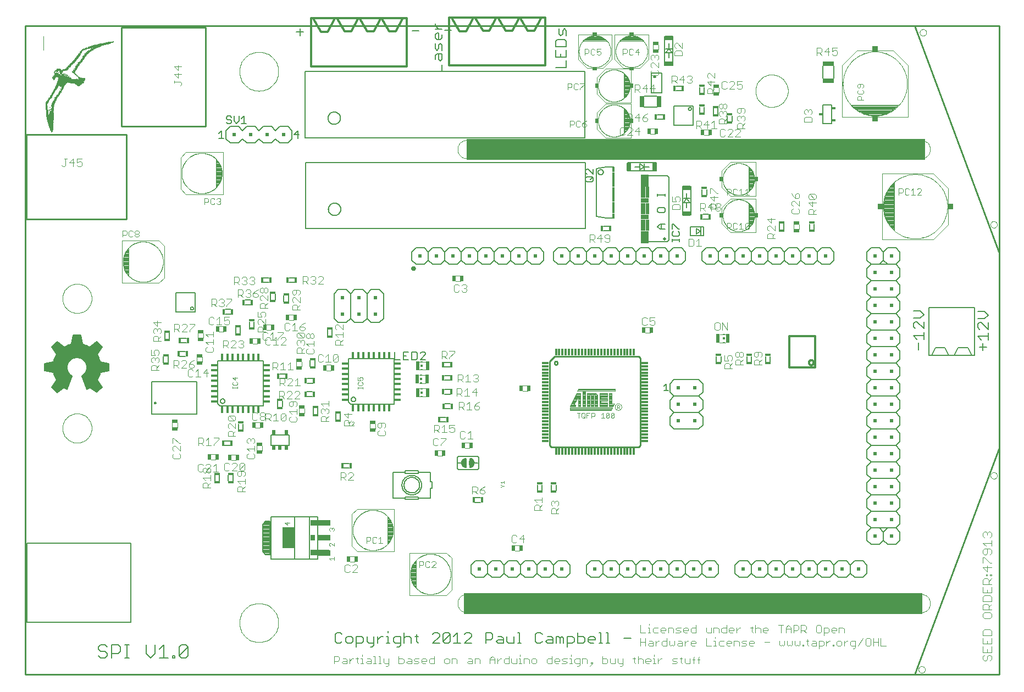
<source format=gto>
G75*
G70*
%OFA0B0*%
%FSLAX24Y24*%
%IPPOS*%
%LPD*%
%AMOC8*
5,1,8,0,0,1.08239X$1,22.5*
%
%ADD10C,0.0120*%
%ADD11C,0.0080*%
%ADD12C,0.0060*%
%ADD13C,0.0040*%
%ADD14C,0.0000*%
%ADD15R,2.7795X0.1260*%
%ADD16C,0.0100*%
%ADD17C,0.0070*%
%ADD18R,0.0200X0.0200*%
%ADD19C,0.0030*%
%ADD20R,0.0118X0.0059*%
%ADD21R,0.0118X0.0118*%
%ADD22R,0.0236X0.0531*%
%ADD23R,0.1140X0.0340*%
%ADD24R,0.0300X0.0340*%
%ADD25C,0.0079*%
%ADD26R,0.0730X0.1260*%
%ADD27R,0.0730X0.0340*%
%ADD28R,0.0197X0.0374*%
%ADD29R,0.0413X0.0118*%
%ADD30R,0.0413X0.0118*%
%ADD31R,0.0118X0.0413*%
%ADD32R,0.0118X0.0413*%
%ADD33C,0.0039*%
%ADD34R,0.0374X0.0197*%
%ADD35C,0.0050*%
%ADD36R,0.0340X0.0160*%
%ADD37R,0.0160X0.0340*%
%ADD38R,0.0197X0.0256*%
%ADD39R,0.0180X0.0390*%
%ADD40R,0.0390X0.0180*%
%ADD41R,0.0290X0.0690*%
%ADD42R,0.0690X0.0290*%
%ADD43R,0.0079X0.0551*%
%ADD44R,0.0500X0.0313*%
%ADD45R,0.0230X0.0180*%
%ADD46R,0.0276X0.0217*%
%ADD47R,0.0217X0.0276*%
%ADD48R,0.0010X0.0020*%
%ADD49R,0.0010X0.0010*%
%ADD50R,0.0010X0.0260*%
%ADD51R,0.0010X0.0030*%
%ADD52R,0.0010X0.0410*%
%ADD53R,0.0010X0.0510*%
%ADD54R,0.0010X0.0090*%
%ADD55R,0.0010X0.0830*%
%ADD56R,0.0010X0.0910*%
%ADD57R,0.0010X0.0980*%
%ADD58R,0.0010X0.1020*%
%ADD59R,0.0010X0.0210*%
%ADD60R,0.0010X0.0820*%
%ADD61R,0.0010X0.0170*%
%ADD62R,0.0010X0.0140*%
%ADD63R,0.0010X0.0670*%
%ADD64R,0.0010X0.0160*%
%ADD65R,0.0010X0.0660*%
%ADD66R,0.0010X0.0150*%
%ADD67R,0.0010X0.0700*%
%ADD68R,0.0010X0.0180*%
%ADD69R,0.0010X0.0760*%
%ADD70R,0.0010X0.0730*%
%ADD71R,0.0010X0.0540*%
%ADD72R,0.0010X0.0190*%
%ADD73R,0.0010X0.0550*%
%ADD74R,0.0010X0.0040*%
%ADD75R,0.0010X0.0480*%
%ADD76R,0.0010X0.0490*%
%ADD77R,0.0010X0.0590*%
%ADD78R,0.0010X0.0600*%
%ADD79R,0.0010X0.0650*%
%ADD80R,0.0010X0.0800*%
%ADD81R,0.0010X0.0770*%
%ADD82R,0.0010X0.0050*%
%ADD83R,0.0010X0.0070*%
%ADD84R,0.0010X0.0110*%
%ADD85R,0.0010X0.0890*%
%ADD86R,0.0010X0.1140*%
%ADD87R,0.0010X0.1160*%
%ADD88R,0.0010X0.1130*%
%ADD89R,0.0010X0.1210*%
%ADD90R,0.0010X0.1220*%
%ADD91R,0.0010X0.0200*%
%ADD92R,0.0010X0.0060*%
%ADD93R,0.0010X0.1250*%
%ADD94R,0.0010X0.1280*%
%ADD95R,0.0010X0.1320*%
%ADD96R,0.0010X0.0100*%
%ADD97R,0.0010X0.1410*%
%ADD98R,0.0010X0.1460*%
%ADD99R,0.0010X0.1290*%
%ADD100R,0.0010X0.0280*%
%ADD101R,0.0010X0.1750*%
%ADD102R,0.0010X0.1430*%
%ADD103R,0.0010X0.0300*%
%ADD104R,0.0010X0.1400*%
%ADD105R,0.0010X0.0130*%
%ADD106R,0.0010X0.0310*%
%ADD107R,0.0010X0.1340*%
%ADD108R,0.0010X0.0230*%
%ADD109R,0.0010X0.1310*%
%ADD110R,0.0010X0.0080*%
%ADD111R,0.0010X0.0330*%
%ADD112R,0.0010X0.0500*%
%ADD113R,0.0010X0.0240*%
%ADD114R,0.0010X0.0460*%
%ADD115R,0.0010X0.0250*%
%ADD116R,0.0010X0.0220*%
%ADD117R,0.0010X0.0270*%
%ADD118R,0.0010X0.0350*%
%ADD119R,0.0010X0.0290*%
%ADD120R,0.0010X0.0320*%
%ADD121R,0.0010X0.0360*%
%ADD122R,0.0010X0.0380*%
%ADD123R,0.0010X0.0390*%
%ADD124R,0.0010X0.0400*%
%ADD125R,0.0010X0.0690*%
%ADD126R,0.0010X0.0680*%
%ADD127R,0.0010X0.0120*%
%ADD128R,0.0010X0.0720*%
%ADD129R,0.0010X0.0710*%
%ADD130R,0.0010X0.0640*%
%ADD131R,0.0010X0.0610*%
%ADD132R,0.0010X0.0750*%
%ADD133R,0.0010X0.0940*%
%ADD134R,0.0010X0.0930*%
%ADD135R,0.0010X0.0920*%
%ADD136R,0.0010X0.0810*%
%ADD137R,0.0010X0.0790*%
%ADD138R,0.0010X0.0870*%
%ADD139R,0.0010X0.0620*%
%ADD140R,0.0010X0.0470*%
%ADD141R,0.0010X0.0430*%
%ADD142R,0.0010X0.0370*%
%ADD143R,0.0010X0.0340*%
%ADD144R,0.0010X0.0420*%
%ADD145R,0.0010X0.0440*%
%ADD146R,0.0010X0.0450*%
%ADD147R,0.0313X0.0500*%
%ADD148R,0.0354X0.0374*%
%ADD149C,0.0200*%
%ADD150R,0.0500X0.0750*%
%ADD151R,0.0300X0.0700*%
%ADD152R,0.0500X0.0300*%
%ADD153R,0.0200X0.0700*%
%ADD154R,0.0150X0.0300*%
%ADD155R,0.0150X0.0200*%
%ADD156R,0.0150X0.0700*%
%ADD157C,0.0020*%
%ADD158R,0.0374X0.0354*%
D10*
X023861Y024840D02*
X023863Y024856D01*
X023869Y024872D01*
X023878Y024886D01*
X023890Y024897D01*
X023904Y024905D01*
X023920Y024910D01*
X023936Y024911D01*
X023952Y024908D01*
X023967Y024901D01*
X023981Y024892D01*
X023991Y024879D01*
X023999Y024864D01*
X024003Y024848D01*
X024003Y024832D01*
X023999Y024816D01*
X023991Y024801D01*
X023981Y024788D01*
X023968Y024779D01*
X023952Y024772D01*
X023936Y024769D01*
X023920Y024770D01*
X023904Y024775D01*
X023890Y024783D01*
X023878Y024794D01*
X023869Y024808D01*
X023863Y024824D01*
X023861Y024840D01*
X023531Y037119D02*
X017705Y037119D01*
X017705Y040033D01*
X023531Y040033D01*
X023531Y037119D01*
X026091Y037159D02*
X026091Y040072D01*
X031917Y040072D01*
X031917Y037159D01*
X026091Y037159D01*
X026720Y039245D02*
X027114Y039245D01*
X027547Y040033D01*
X027665Y040072D02*
X028138Y039285D01*
X028531Y039285D01*
X028965Y040072D01*
X029043Y040072D02*
X029516Y039285D01*
X029909Y039285D01*
X030343Y040072D01*
X030382Y040072D02*
X030854Y039285D01*
X031248Y039285D01*
X031681Y040072D01*
X026720Y039245D02*
X026248Y040033D01*
X023295Y040033D02*
X022862Y039245D01*
X022469Y039245D01*
X021996Y040033D01*
X021957Y040033D02*
X021524Y039245D01*
X021130Y039245D01*
X020657Y040033D01*
X020579Y040033D02*
X020146Y039245D01*
X019752Y039245D01*
X019280Y040033D01*
X019161Y039993D02*
X018728Y039206D01*
X018335Y039206D01*
X017862Y039993D01*
X046720Y020741D02*
X048295Y020741D01*
X048295Y018851D01*
X046720Y018851D01*
X046720Y020741D01*
X047917Y019127D02*
X047919Y019150D01*
X047925Y019173D01*
X047934Y019195D01*
X047947Y019214D01*
X047963Y019231D01*
X047981Y019246D01*
X048002Y019257D01*
X048024Y019265D01*
X048047Y019269D01*
X048071Y019269D01*
X048094Y019265D01*
X048116Y019257D01*
X048137Y019246D01*
X048155Y019231D01*
X048171Y019214D01*
X048184Y019195D01*
X048193Y019173D01*
X048199Y019150D01*
X048201Y019127D01*
X048199Y019104D01*
X048193Y019081D01*
X048184Y019059D01*
X048171Y019040D01*
X048155Y019023D01*
X048137Y019008D01*
X048116Y018997D01*
X048094Y018989D01*
X048071Y018985D01*
X048047Y018985D01*
X048024Y018989D01*
X048002Y018997D01*
X047981Y019008D01*
X047963Y019023D01*
X047947Y019040D01*
X047934Y019059D01*
X047925Y019081D01*
X047919Y019104D01*
X047917Y019127D01*
D11*
X039388Y017425D02*
X039108Y017425D01*
X039248Y017425D02*
X039248Y017846D01*
X039108Y017705D01*
X024665Y019308D02*
X024345Y019308D01*
X024665Y019629D01*
X024665Y019709D01*
X024585Y019789D01*
X024425Y019789D01*
X024345Y019709D01*
X024150Y019709D02*
X024070Y019789D01*
X023830Y019789D01*
X023830Y019308D01*
X024070Y019308D01*
X024150Y019388D01*
X024150Y019709D01*
X023634Y019789D02*
X023314Y019789D01*
X023314Y019308D01*
X023634Y019308D01*
X023474Y019548D02*
X023314Y019548D01*
X023119Y019308D02*
X022798Y019308D01*
X022798Y019789D01*
X018132Y009780D02*
X016732Y009780D01*
X016732Y007200D01*
X018132Y007200D01*
X018132Y009780D01*
X017632Y009780D02*
X017632Y007200D01*
X015272Y007200D01*
X015272Y009780D01*
X017632Y009780D01*
X015232Y009500D02*
X015232Y007480D01*
X014952Y007480D01*
X014772Y007660D01*
X014772Y009320D01*
X014952Y009500D01*
X015232Y009500D01*
X005053Y017646D02*
X004733Y017326D01*
X004313Y017606D01*
X004133Y017506D01*
X003803Y018306D01*
X003233Y018306D02*
X002903Y017506D01*
X002723Y017606D01*
X002303Y017316D01*
X001973Y017646D01*
X002273Y018076D01*
X002083Y018536D02*
X001563Y018636D01*
X001563Y019086D01*
X002093Y019186D01*
X002283Y019626D02*
X001973Y020076D01*
X002303Y020396D01*
X002753Y020086D01*
X003183Y020266D02*
X003283Y020806D01*
X003743Y020806D01*
X003843Y020266D01*
X004273Y020086D02*
X004733Y020396D01*
X005053Y020076D01*
X004743Y019626D01*
X004933Y019186D02*
X005463Y019086D01*
X005463Y018636D01*
X004943Y018536D01*
X004763Y018076D02*
X005053Y017646D01*
X004763Y018075D02*
X004798Y018137D01*
X004831Y018200D01*
X004860Y018265D01*
X004885Y018331D01*
X004908Y018398D01*
X004927Y018466D01*
X004943Y018536D01*
X002273Y018075D02*
X002238Y018137D01*
X002205Y018200D01*
X002176Y018265D01*
X002151Y018331D01*
X002128Y018398D01*
X002109Y018466D01*
X002093Y018536D01*
X002753Y020086D02*
X002811Y020119D01*
X002870Y020149D01*
X002931Y020176D01*
X002992Y020200D01*
X003055Y020222D01*
X003119Y020241D01*
X003183Y020256D01*
X002283Y019626D02*
X002247Y019568D01*
X002214Y019507D01*
X002183Y019445D01*
X002156Y019382D01*
X002132Y019318D01*
X002111Y019252D01*
X002093Y019186D01*
X003843Y020256D02*
X003917Y020237D01*
X003989Y020214D01*
X004060Y020187D01*
X004130Y020157D01*
X004197Y020123D01*
X004263Y020086D01*
X003803Y018306D02*
X003845Y018330D01*
X003884Y018358D01*
X003921Y018389D01*
X003956Y018423D01*
X003988Y018459D01*
X004016Y018498D01*
X004042Y018539D01*
X004064Y018582D01*
X004082Y018627D01*
X004097Y018673D01*
X004109Y018720D01*
X004116Y018767D01*
X004120Y018815D01*
X004119Y018864D01*
X004115Y018912D01*
X004107Y018959D01*
X004095Y019006D01*
X004080Y019052D01*
X004061Y019096D01*
X004038Y019139D01*
X004012Y019180D01*
X003983Y019218D01*
X003951Y019254D01*
X003916Y019288D01*
X003878Y019318D01*
X003839Y019345D01*
X003797Y019370D01*
X003753Y019390D01*
X003708Y019407D01*
X003662Y019421D01*
X003614Y019430D01*
X003566Y019436D01*
X003518Y019438D01*
X003470Y019436D01*
X003422Y019430D01*
X003374Y019421D01*
X003328Y019407D01*
X003283Y019390D01*
X003239Y019370D01*
X003197Y019345D01*
X003158Y019318D01*
X003120Y019288D01*
X003085Y019254D01*
X003053Y019218D01*
X003024Y019180D01*
X002998Y019139D01*
X002975Y019096D01*
X002956Y019052D01*
X002941Y019006D01*
X002929Y018959D01*
X002921Y018912D01*
X002917Y018864D01*
X002916Y018815D01*
X002920Y018767D01*
X002927Y018720D01*
X002939Y018673D01*
X002954Y018627D01*
X002972Y018582D01*
X002994Y018539D01*
X003020Y018498D01*
X003048Y018459D01*
X003080Y018423D01*
X003115Y018389D01*
X003152Y018358D01*
X003191Y018330D01*
X003233Y018306D01*
X004933Y019186D02*
X004915Y019252D01*
X004894Y019318D01*
X004869Y019382D01*
X004842Y019445D01*
X004812Y019507D01*
X004779Y019567D01*
X004743Y019626D01*
D12*
X004709Y019612D02*
X002299Y019612D01*
X002313Y019646D02*
X002023Y020086D01*
X002313Y020346D01*
X002743Y020046D01*
X003203Y020236D01*
X003313Y020776D01*
X003723Y020786D01*
X003813Y020236D01*
X004283Y020066D01*
X004733Y020356D01*
X005013Y020066D01*
X004703Y019626D01*
X004923Y019156D01*
X005443Y019056D01*
X005433Y018646D01*
X004913Y018556D01*
X004743Y018066D01*
X005023Y017636D01*
X004723Y017356D01*
X004313Y017626D01*
X004143Y017546D01*
X003833Y018306D01*
X004133Y018606D01*
X004123Y019116D01*
X003733Y019466D01*
X003263Y019456D01*
X002923Y019106D01*
X002913Y018586D01*
X003193Y018286D01*
X002913Y017546D01*
X002713Y017656D01*
X002303Y017356D01*
X002003Y017646D01*
X002303Y018076D01*
X002103Y018556D01*
X001573Y018656D01*
X001583Y019076D01*
X002123Y019176D01*
X002313Y019646D01*
X002297Y019671D02*
X004734Y019671D01*
X004776Y019729D02*
X002258Y019729D01*
X002220Y019788D02*
X004817Y019788D01*
X004858Y019846D02*
X002181Y019846D01*
X002143Y019905D02*
X004899Y019905D01*
X004940Y019963D02*
X002104Y019963D01*
X002065Y020022D02*
X004982Y020022D01*
X004999Y020080D02*
X004305Y020080D01*
X004244Y020080D02*
X002826Y020080D01*
X002694Y020080D02*
X002027Y020080D01*
X002082Y020139D02*
X002610Y020139D01*
X002526Y020197D02*
X002147Y020197D01*
X002212Y020256D02*
X002443Y020256D01*
X002359Y020314D02*
X002277Y020314D01*
X002967Y020139D02*
X004082Y020139D01*
X003921Y020197D02*
X003109Y020197D01*
X003207Y020256D02*
X003810Y020256D01*
X003800Y020314D02*
X003219Y020314D01*
X003231Y020373D02*
X003791Y020373D01*
X003781Y020431D02*
X003243Y020431D01*
X003255Y020490D02*
X003771Y020490D01*
X003762Y020548D02*
X003267Y020548D01*
X003278Y020607D02*
X003752Y020607D01*
X003743Y020665D02*
X003290Y020665D01*
X003302Y020724D02*
X003733Y020724D01*
X003724Y020782D02*
X003563Y020782D01*
X004396Y020139D02*
X004943Y020139D01*
X004886Y020197D02*
X004486Y020197D01*
X004577Y020256D02*
X004830Y020256D01*
X004773Y020314D02*
X004668Y020314D01*
X004737Y019554D02*
X002276Y019554D01*
X002252Y019495D02*
X004764Y019495D01*
X004792Y019437D02*
X003766Y019437D01*
X003831Y019378D02*
X004819Y019378D01*
X004846Y019320D02*
X003896Y019320D01*
X003961Y019261D02*
X004874Y019261D01*
X004901Y019203D02*
X004026Y019203D01*
X004092Y019144D02*
X004985Y019144D01*
X005289Y019086D02*
X004124Y019086D01*
X004125Y019027D02*
X005442Y019027D01*
X005441Y018969D02*
X004126Y018969D01*
X004127Y018910D02*
X005439Y018910D01*
X005438Y018852D02*
X004128Y018852D01*
X004129Y018793D02*
X005437Y018793D01*
X005435Y018735D02*
X004130Y018735D01*
X004132Y018676D02*
X005434Y018676D01*
X005269Y018618D02*
X004133Y018618D01*
X004086Y018559D02*
X004931Y018559D01*
X004894Y018501D02*
X004028Y018501D01*
X003969Y018442D02*
X004873Y018442D01*
X004853Y018384D02*
X003911Y018384D01*
X003852Y018325D02*
X004833Y018325D01*
X004813Y018267D02*
X003849Y018267D01*
X003873Y018208D02*
X004792Y018208D01*
X004772Y018150D02*
X003897Y018150D01*
X003921Y018091D02*
X004752Y018091D01*
X004765Y018033D02*
X003945Y018033D01*
X003968Y017974D02*
X004803Y017974D01*
X004841Y017916D02*
X003992Y017916D01*
X004016Y017857D02*
X004879Y017857D01*
X004917Y017799D02*
X004040Y017799D01*
X004064Y017740D02*
X004955Y017740D01*
X004993Y017682D02*
X004088Y017682D01*
X004112Y017623D02*
X004307Y017623D01*
X004317Y017623D02*
X005009Y017623D01*
X004946Y017565D02*
X004406Y017565D01*
X004495Y017506D02*
X004884Y017506D01*
X004821Y017448D02*
X004584Y017448D01*
X004673Y017389D02*
X004758Y017389D01*
X004182Y017565D02*
X004135Y017565D01*
X003075Y017974D02*
X002232Y017974D01*
X002191Y017916D02*
X003053Y017916D01*
X003031Y017857D02*
X002150Y017857D01*
X002109Y017799D02*
X003009Y017799D01*
X002986Y017740D02*
X002069Y017740D01*
X002028Y017682D02*
X002964Y017682D01*
X002942Y017623D02*
X002773Y017623D01*
X002668Y017623D02*
X002027Y017623D01*
X002087Y017565D02*
X002588Y017565D01*
X002508Y017506D02*
X002148Y017506D01*
X002208Y017448D02*
X002428Y017448D01*
X002348Y017389D02*
X002269Y017389D01*
X002879Y017565D02*
X002920Y017565D01*
X003097Y018033D02*
X002273Y018033D01*
X002297Y018091D02*
X003119Y018091D01*
X003141Y018150D02*
X002272Y018150D01*
X002248Y018208D02*
X003164Y018208D01*
X003186Y018267D02*
X002224Y018267D01*
X002199Y018325D02*
X003157Y018325D01*
X003102Y018384D02*
X002175Y018384D01*
X002150Y018442D02*
X003047Y018442D01*
X002993Y018501D02*
X002126Y018501D01*
X002087Y018559D02*
X002938Y018559D01*
X002914Y018618D02*
X001777Y018618D01*
X001573Y018676D02*
X002915Y018676D01*
X002916Y018735D02*
X001575Y018735D01*
X001576Y018793D02*
X002917Y018793D01*
X002918Y018852D02*
X001578Y018852D01*
X001579Y018910D02*
X002919Y018910D01*
X002920Y018969D02*
X001580Y018969D01*
X001582Y019027D02*
X002921Y019027D01*
X002923Y019086D02*
X001635Y019086D01*
X001951Y019144D02*
X002960Y019144D01*
X003017Y019203D02*
X002134Y019203D01*
X002157Y019261D02*
X003074Y019261D01*
X003130Y019320D02*
X002181Y019320D01*
X002205Y019378D02*
X003187Y019378D01*
X003244Y019437D02*
X002228Y019437D01*
X008765Y019494D02*
X008765Y019154D01*
X009046Y019154D02*
X009046Y019494D01*
X009759Y019518D02*
X010099Y019518D01*
X010099Y019799D02*
X009759Y019799D01*
X009818Y020325D02*
X010158Y020325D01*
X010158Y020606D02*
X009818Y020606D01*
X009124Y020591D02*
X009124Y020931D01*
X008844Y020931D02*
X008844Y020591D01*
X012054Y019254D02*
X012054Y016634D01*
X012193Y016494D01*
X014813Y016494D01*
X014813Y019254D01*
X012054Y019254D01*
X013155Y020925D02*
X013155Y021266D01*
X013435Y021266D02*
X013435Y020925D01*
X013982Y021280D02*
X013982Y021620D01*
X014262Y021620D02*
X014262Y021280D01*
X012855Y022077D02*
X012515Y022077D01*
X012515Y022358D02*
X012855Y022358D01*
X013716Y022648D02*
X014056Y022648D01*
X014056Y022929D02*
X013716Y022929D01*
X015261Y022953D02*
X015261Y023293D01*
X015542Y023293D02*
X015542Y022953D01*
X016069Y022855D02*
X016069Y023195D01*
X016349Y023195D02*
X016349Y022855D01*
X016373Y024007D02*
X016713Y024007D01*
X016713Y024287D02*
X016373Y024287D01*
X015158Y024287D02*
X014818Y024287D01*
X014818Y024007D02*
X015158Y024007D01*
X019103Y023323D02*
X019103Y021823D01*
X019353Y021573D01*
X019853Y021573D01*
X020103Y021823D01*
X020103Y023323D01*
X019853Y023573D01*
X019353Y023573D01*
X019103Y023323D01*
X020103Y023323D02*
X020353Y023573D01*
X020853Y023573D01*
X021103Y023323D01*
X021103Y021823D01*
X020853Y021573D01*
X020353Y021573D01*
X020103Y021823D01*
X021103Y021823D02*
X021353Y021573D01*
X021853Y021573D01*
X022103Y021823D01*
X022103Y023323D01*
X021853Y023573D01*
X021353Y023573D01*
X021103Y023323D01*
X018993Y021124D02*
X018993Y020784D01*
X018713Y020784D02*
X018713Y021124D01*
X019987Y019362D02*
X019987Y016742D01*
X020127Y016602D01*
X022747Y016602D01*
X022747Y019362D01*
X019987Y019362D01*
X017943Y019258D02*
X017943Y018918D01*
X017663Y018918D02*
X017663Y019258D01*
X017816Y018165D02*
X017476Y018165D01*
X017476Y017885D02*
X017816Y017885D01*
X017796Y017358D02*
X017456Y017358D01*
X017456Y017077D02*
X017796Y017077D01*
X017840Y016364D02*
X017840Y016024D01*
X018120Y016024D02*
X018120Y016364D01*
X019213Y016040D02*
X019213Y015699D01*
X019493Y015699D02*
X019493Y016040D01*
X020146Y016902D02*
X020148Y016925D01*
X020154Y016948D01*
X020163Y016969D01*
X020176Y016989D01*
X020192Y017006D01*
X020210Y017020D01*
X020230Y017031D01*
X020252Y017039D01*
X020275Y017043D01*
X020299Y017043D01*
X020322Y017039D01*
X020344Y017031D01*
X020364Y017020D01*
X020382Y017006D01*
X020398Y016989D01*
X020411Y016969D01*
X020420Y016948D01*
X020426Y016925D01*
X020428Y016902D01*
X020426Y016879D01*
X020420Y016856D01*
X020411Y016835D01*
X020398Y016815D01*
X020382Y016798D01*
X020364Y016784D01*
X020344Y016773D01*
X020322Y016765D01*
X020299Y016761D01*
X020275Y016761D01*
X020252Y016765D01*
X020230Y016773D01*
X020210Y016784D01*
X020192Y016798D01*
X020176Y016815D01*
X020163Y016835D01*
X020154Y016856D01*
X020148Y016879D01*
X020146Y016902D01*
X016148Y018164D02*
X015807Y018164D01*
X015807Y018444D02*
X016148Y018444D01*
X015970Y016804D02*
X015970Y016464D01*
X015690Y016464D02*
X015690Y016804D01*
X013588Y015423D02*
X013588Y015083D01*
X013307Y015083D02*
X013307Y015423D01*
X012803Y014380D02*
X012463Y014380D01*
X012463Y014099D02*
X012803Y014099D01*
X015272Y014114D02*
X015309Y014114D01*
X015272Y014114D02*
X015272Y014752D01*
X015309Y014752D01*
X015272Y014752D02*
X016392Y014752D01*
X016355Y014752D01*
X016392Y014752D02*
X016392Y014114D01*
X016355Y014114D01*
X016392Y014114D02*
X015272Y014114D01*
X015626Y014114D02*
X015663Y014114D01*
X016000Y014114D02*
X016037Y014114D01*
X016037Y014752D02*
X015626Y014752D01*
X012982Y012298D02*
X012982Y011957D01*
X012702Y011957D02*
X012702Y012298D01*
X012152Y012296D02*
X012152Y011956D01*
X011871Y011956D02*
X011871Y012296D01*
X012212Y016794D02*
X012214Y016817D01*
X012220Y016840D01*
X012229Y016861D01*
X012242Y016881D01*
X012258Y016898D01*
X012276Y016912D01*
X012296Y016923D01*
X012318Y016931D01*
X012341Y016935D01*
X012365Y016935D01*
X012388Y016931D01*
X012410Y016923D01*
X012430Y016912D01*
X012448Y016898D01*
X012464Y016881D01*
X012477Y016861D01*
X012486Y016840D01*
X012492Y016817D01*
X012494Y016794D01*
X012492Y016771D01*
X012486Y016748D01*
X012477Y016727D01*
X012464Y016707D01*
X012448Y016690D01*
X012430Y016676D01*
X012410Y016665D01*
X012388Y016657D01*
X012365Y016653D01*
X012341Y016653D01*
X012318Y016657D01*
X012296Y016665D01*
X012276Y016676D01*
X012258Y016690D01*
X012242Y016707D01*
X012229Y016727D01*
X012220Y016748D01*
X012214Y016771D01*
X012212Y016794D01*
X019683Y013016D02*
X020024Y013016D01*
X020024Y012735D02*
X019683Y012735D01*
X025553Y015526D02*
X025893Y015526D01*
X025893Y015807D02*
X025553Y015807D01*
X025829Y016346D02*
X026169Y016346D01*
X026169Y016626D02*
X025829Y016626D01*
X025809Y017219D02*
X026149Y017219D01*
X026149Y017499D02*
X025809Y017499D01*
X025809Y018057D02*
X026149Y018057D01*
X026149Y018337D02*
X025809Y018337D01*
X025798Y018857D02*
X026139Y018857D01*
X026139Y019137D02*
X025798Y019137D01*
X026681Y013447D02*
X027781Y013447D01*
X027798Y013445D01*
X027815Y013441D01*
X027831Y013434D01*
X027845Y013424D01*
X027858Y013411D01*
X027868Y013397D01*
X027875Y013381D01*
X027879Y013364D01*
X027881Y013347D01*
X027881Y012747D01*
X027879Y012730D01*
X027875Y012713D01*
X027868Y012697D01*
X027858Y012683D01*
X027845Y012670D01*
X027831Y012660D01*
X027815Y012653D01*
X027798Y012649D01*
X027781Y012647D01*
X026681Y012647D01*
X026664Y012649D01*
X026647Y012653D01*
X026631Y012660D01*
X026617Y012670D01*
X026604Y012683D01*
X026594Y012697D01*
X026587Y012713D01*
X026583Y012730D01*
X026581Y012747D01*
X026581Y013347D01*
X026583Y013364D01*
X026587Y013381D01*
X026594Y013397D01*
X026604Y013411D01*
X026617Y013424D01*
X026631Y013434D01*
X026647Y013441D01*
X026664Y013445D01*
X026681Y013447D01*
X026631Y013047D02*
X026831Y013047D01*
X027631Y013047D02*
X027831Y013047D01*
X028002Y010930D02*
X027662Y010930D01*
X027662Y010650D02*
X028002Y010650D01*
X031442Y011370D02*
X031442Y011710D01*
X031722Y011710D02*
X031722Y011370D01*
X032292Y011370D02*
X032292Y011710D01*
X032572Y011710D02*
X032572Y011370D01*
X032682Y007090D02*
X032432Y006840D01*
X032432Y006340D01*
X032682Y006090D01*
X033182Y006090D01*
X033432Y006340D01*
X033432Y006840D01*
X033182Y007090D01*
X032682Y007090D01*
X032432Y006840D02*
X032182Y007090D01*
X031682Y007090D01*
X031432Y006840D01*
X031432Y006340D01*
X031682Y006090D01*
X032182Y006090D01*
X032432Y006340D01*
X031432Y006340D02*
X031182Y006090D01*
X030682Y006090D01*
X030432Y006340D01*
X030182Y006090D01*
X029682Y006090D01*
X029432Y006340D01*
X029182Y006090D01*
X028682Y006090D01*
X028432Y006340D01*
X028182Y006090D01*
X027682Y006090D01*
X027432Y006340D01*
X027432Y006840D01*
X027682Y007090D01*
X028182Y007090D01*
X028432Y006840D01*
X028682Y007090D01*
X029182Y007090D01*
X029432Y006840D01*
X029432Y006340D01*
X029432Y006840D02*
X029682Y007090D01*
X030182Y007090D01*
X030432Y006840D01*
X030682Y007090D01*
X031182Y007090D01*
X031432Y006840D01*
X030432Y006840D02*
X030432Y006340D01*
X028432Y006340D02*
X028432Y006840D01*
X034432Y006840D02*
X034432Y006340D01*
X034682Y006090D01*
X035182Y006090D01*
X035432Y006340D01*
X035682Y006090D01*
X036182Y006090D01*
X036432Y006340D01*
X036432Y006840D01*
X036182Y007090D01*
X035682Y007090D01*
X035432Y006840D01*
X035432Y006340D01*
X035432Y006840D02*
X035182Y007090D01*
X034682Y007090D01*
X034432Y006840D01*
X036432Y006840D02*
X036682Y007090D01*
X037182Y007090D01*
X037432Y006840D01*
X037682Y007090D01*
X038182Y007090D01*
X038432Y006840D01*
X038682Y007090D01*
X039182Y007090D01*
X039432Y006840D01*
X039432Y006340D01*
X039182Y006090D01*
X038682Y006090D01*
X038432Y006340D01*
X038182Y006090D01*
X037682Y006090D01*
X037432Y006340D01*
X037182Y006090D01*
X036682Y006090D01*
X036432Y006340D01*
X037432Y006340D02*
X037432Y006840D01*
X038432Y006840D02*
X038432Y006340D01*
X039432Y006340D02*
X039682Y006090D01*
X040182Y006090D01*
X040432Y006340D01*
X040682Y006090D01*
X041182Y006090D01*
X041432Y006340D01*
X041682Y006090D01*
X042182Y006090D01*
X042432Y006340D01*
X042432Y006840D01*
X042182Y007090D01*
X041682Y007090D01*
X041432Y006840D01*
X041432Y006340D01*
X041432Y006840D02*
X041182Y007090D01*
X040682Y007090D01*
X040432Y006840D01*
X040432Y006340D01*
X040432Y006840D02*
X040182Y007090D01*
X039682Y007090D01*
X039432Y006840D01*
X043432Y006840D02*
X043432Y006340D01*
X043682Y006090D01*
X044182Y006090D01*
X044432Y006340D01*
X044682Y006090D01*
X045182Y006090D01*
X045432Y006340D01*
X045432Y006840D01*
X045182Y007090D01*
X044682Y007090D01*
X044432Y006840D01*
X044432Y006340D01*
X044432Y006840D02*
X044182Y007090D01*
X043682Y007090D01*
X043432Y006840D01*
X045432Y006840D02*
X045682Y007090D01*
X046182Y007090D01*
X046432Y006840D01*
X046682Y007090D01*
X047182Y007090D01*
X047432Y006840D01*
X047682Y007090D01*
X048182Y007090D01*
X048432Y006840D01*
X048432Y006340D01*
X048182Y006090D01*
X047682Y006090D01*
X047432Y006340D01*
X047182Y006090D01*
X046682Y006090D01*
X046432Y006340D01*
X046182Y006090D01*
X045682Y006090D01*
X045432Y006340D01*
X046432Y006340D02*
X046432Y006840D01*
X047432Y006840D02*
X047432Y006340D01*
X048432Y006340D02*
X048682Y006090D01*
X049182Y006090D01*
X049432Y006340D01*
X049682Y006090D01*
X050182Y006090D01*
X050432Y006340D01*
X050682Y006090D01*
X051182Y006090D01*
X051432Y006340D01*
X051432Y006840D01*
X051182Y007090D01*
X050682Y007090D01*
X050432Y006840D01*
X050432Y006340D01*
X050432Y006840D02*
X050182Y007090D01*
X049682Y007090D01*
X049432Y006840D01*
X049432Y006340D01*
X049432Y006840D02*
X049182Y007090D01*
X048682Y007090D01*
X048432Y006840D01*
X051432Y008340D02*
X051682Y008090D01*
X052182Y008090D01*
X052432Y008340D01*
X052682Y008090D01*
X053182Y008090D01*
X053432Y008340D01*
X053432Y008840D01*
X053182Y009090D01*
X052682Y009090D01*
X052432Y008840D01*
X052432Y008340D01*
X052432Y008840D01*
X052182Y009090D01*
X051682Y009090D01*
X051432Y008840D01*
X051432Y008340D01*
X051682Y009090D02*
X051432Y009340D01*
X051432Y009840D01*
X051682Y010090D01*
X053182Y010090D01*
X053432Y010340D01*
X053432Y010840D01*
X053182Y011090D01*
X051682Y011090D01*
X051432Y011340D01*
X051432Y011840D01*
X051682Y012090D01*
X053182Y012090D01*
X053432Y012340D01*
X053432Y012840D01*
X053182Y013090D01*
X051682Y013090D01*
X051432Y013340D01*
X051432Y013840D01*
X051682Y014090D01*
X053182Y014090D01*
X053432Y014340D01*
X053432Y014840D01*
X053182Y015090D01*
X051682Y015090D01*
X051432Y015340D01*
X051432Y015840D01*
X051682Y016090D01*
X051432Y016340D01*
X051432Y016840D01*
X051682Y017090D01*
X053182Y017090D01*
X053432Y016840D01*
X053432Y016340D01*
X053182Y016090D01*
X051682Y016090D01*
X051682Y015090D02*
X051432Y014840D01*
X051432Y014340D01*
X051682Y014090D01*
X051682Y013090D02*
X051432Y012840D01*
X051432Y012340D01*
X051682Y012090D01*
X051682Y011090D02*
X051432Y010840D01*
X051432Y010340D01*
X051682Y010090D01*
X051682Y009090D02*
X053182Y009090D01*
X053432Y009340D01*
X053432Y009840D01*
X053182Y010090D01*
X053182Y011090D02*
X053432Y011340D01*
X053432Y011840D01*
X053182Y012090D01*
X053182Y013090D02*
X053432Y013340D01*
X053432Y013840D01*
X053182Y014090D01*
X053182Y015090D02*
X053432Y015340D01*
X053432Y015840D01*
X053182Y016090D01*
X053182Y017090D02*
X051682Y017090D01*
X051432Y017340D01*
X051432Y017840D01*
X051682Y018090D01*
X053182Y018090D01*
X053432Y018340D01*
X053432Y018840D01*
X053182Y019090D01*
X051682Y019090D01*
X051432Y019340D01*
X051432Y019840D01*
X051682Y020090D01*
X053182Y020090D01*
X053432Y020340D01*
X053432Y020840D01*
X053182Y021090D01*
X051682Y021090D01*
X051432Y021340D01*
X051432Y021840D01*
X051682Y022090D01*
X053182Y022090D01*
X053432Y022340D01*
X053432Y022840D01*
X053182Y023090D01*
X051682Y023090D01*
X051432Y023340D01*
X051432Y023840D01*
X051682Y024090D01*
X051432Y024340D01*
X051432Y024840D01*
X051682Y025090D01*
X052182Y025090D01*
X052432Y025340D01*
X052682Y025090D01*
X053182Y025090D01*
X053432Y025340D01*
X053432Y025840D01*
X053182Y026090D01*
X052682Y026090D01*
X052432Y025840D01*
X052432Y025340D01*
X052432Y025840D01*
X052182Y026090D01*
X051682Y026090D01*
X051432Y025840D01*
X051432Y025340D01*
X051682Y025090D01*
X053182Y025090D01*
X053432Y024840D01*
X053432Y024340D01*
X053182Y024090D01*
X051682Y024090D01*
X051682Y023090D02*
X051432Y022840D01*
X051432Y022340D01*
X051682Y022090D01*
X051682Y021090D02*
X051432Y020840D01*
X051432Y020340D01*
X051682Y020090D01*
X051682Y019090D02*
X051432Y018840D01*
X051432Y018340D01*
X051682Y018090D01*
X053182Y018090D02*
X053432Y017840D01*
X053432Y017340D01*
X053182Y017090D01*
X053182Y019090D02*
X053432Y019340D01*
X053432Y019840D01*
X053182Y020090D01*
X054239Y020763D02*
X054879Y020763D01*
X054879Y020550D02*
X054879Y020977D01*
X054879Y021194D02*
X054452Y021621D01*
X054346Y021621D01*
X054239Y021514D01*
X054239Y021301D01*
X054346Y021194D01*
X054239Y020763D02*
X054452Y020550D01*
X054559Y020332D02*
X054559Y019905D01*
X054879Y021194D02*
X054879Y021621D01*
X054666Y021839D02*
X054879Y022052D01*
X054666Y022266D01*
X054239Y022266D01*
X054239Y021839D02*
X054666Y021839D01*
X053432Y021840D02*
X053432Y021340D01*
X053182Y021090D01*
X053432Y021840D02*
X053182Y022090D01*
X053182Y023090D02*
X053432Y023340D01*
X053432Y023840D01*
X053182Y024090D01*
X049432Y025340D02*
X049182Y025090D01*
X048682Y025090D01*
X048432Y025340D01*
X048182Y025090D01*
X047682Y025090D01*
X047432Y025340D01*
X047432Y025840D01*
X047682Y026090D01*
X048182Y026090D01*
X048432Y025840D01*
X048682Y026090D01*
X049182Y026090D01*
X049432Y025840D01*
X049432Y025340D01*
X048432Y025340D02*
X048432Y025840D01*
X047432Y025840D02*
X047182Y026090D01*
X046682Y026090D01*
X046432Y025840D01*
X046182Y026090D01*
X045682Y026090D01*
X045432Y025840D01*
X045182Y026090D01*
X044682Y026090D01*
X044432Y025840D01*
X044432Y025340D01*
X044682Y025090D01*
X045182Y025090D01*
X045432Y025340D01*
X045432Y025840D01*
X046432Y025840D02*
X046432Y025340D01*
X046182Y025090D01*
X045682Y025090D01*
X045432Y025340D01*
X046432Y025340D02*
X046682Y025090D01*
X047182Y025090D01*
X047432Y025340D01*
X047939Y027205D02*
X047939Y027545D01*
X048219Y027545D02*
X048219Y027205D01*
X046388Y027225D02*
X046388Y027565D01*
X046108Y027565D02*
X046108Y027225D01*
X044432Y025840D02*
X044182Y026090D01*
X043682Y026090D01*
X043432Y025840D01*
X043182Y026090D01*
X042682Y026090D01*
X042432Y025840D01*
X042182Y026090D01*
X041682Y026090D01*
X041432Y025840D01*
X041432Y025340D01*
X041682Y025090D01*
X042182Y025090D01*
X042432Y025340D01*
X042432Y025840D01*
X043432Y025840D02*
X043432Y025340D01*
X043182Y025090D01*
X042682Y025090D01*
X042432Y025340D01*
X043432Y025340D02*
X043682Y025090D01*
X044182Y025090D01*
X044432Y025340D01*
X041524Y026824D02*
X041524Y027375D01*
X040736Y027375D01*
X040736Y026824D01*
X041524Y026824D01*
X041327Y027099D02*
X041091Y027257D01*
X041091Y026942D01*
X041327Y027099D01*
X041472Y027845D02*
X041812Y027845D01*
X041812Y028125D02*
X041472Y028125D01*
X041423Y029311D02*
X041423Y029651D01*
X041703Y029651D02*
X041703Y029311D01*
X039405Y030358D02*
X039405Y026558D01*
X039305Y026458D01*
X038155Y026458D01*
X038182Y026090D02*
X037682Y026090D01*
X037432Y025840D01*
X037182Y026090D01*
X036682Y026090D01*
X036432Y025840D01*
X036182Y026090D01*
X035682Y026090D01*
X035432Y025840D01*
X035432Y025340D01*
X035682Y025090D01*
X036182Y025090D01*
X036432Y025340D01*
X036432Y025840D01*
X037432Y025840D02*
X037432Y025340D01*
X037182Y025090D01*
X036682Y025090D01*
X036432Y025340D01*
X037432Y025340D02*
X037682Y025090D01*
X038182Y025090D01*
X038432Y025340D01*
X038432Y025840D01*
X038682Y026090D01*
X039182Y026090D01*
X039432Y025840D01*
X039682Y026090D01*
X040182Y026090D01*
X040432Y025840D01*
X040432Y025340D01*
X040182Y025090D01*
X039682Y025090D01*
X039432Y025340D01*
X039182Y025090D01*
X038682Y025090D01*
X038432Y025340D01*
X038432Y025840D02*
X038182Y026090D01*
X039432Y025840D02*
X039432Y025340D01*
X035788Y027136D02*
X035448Y027136D01*
X035448Y027417D02*
X035788Y027417D01*
X035630Y027892D02*
X036080Y027892D01*
X035630Y027892D02*
X035030Y027992D01*
X035030Y028342D01*
X035030Y028742D01*
X035030Y029242D01*
X035030Y029642D01*
X035030Y030142D01*
X035030Y030542D01*
X035030Y030892D01*
X035630Y030992D01*
X036080Y030992D01*
X035120Y030692D02*
X035122Y030717D01*
X035128Y030741D01*
X035137Y030765D01*
X035151Y030786D01*
X035167Y030805D01*
X035186Y030821D01*
X035207Y030835D01*
X035231Y030844D01*
X035255Y030850D01*
X035280Y030852D01*
X035305Y030850D01*
X035329Y030844D01*
X035353Y030835D01*
X035374Y030821D01*
X035393Y030805D01*
X035409Y030786D01*
X035423Y030765D01*
X035432Y030741D01*
X035438Y030717D01*
X035440Y030692D01*
X035438Y030667D01*
X035432Y030643D01*
X035423Y030619D01*
X035409Y030598D01*
X035393Y030579D01*
X035374Y030563D01*
X035353Y030549D01*
X035329Y030540D01*
X035305Y030534D01*
X035280Y030532D01*
X035255Y030534D01*
X035231Y030540D01*
X035207Y030549D01*
X035186Y030563D01*
X035167Y030579D01*
X035151Y030598D01*
X035137Y030619D01*
X035128Y030643D01*
X035122Y030667D01*
X035120Y030692D01*
X038155Y030458D02*
X039305Y030458D01*
X039405Y030358D01*
X042958Y033780D02*
X042958Y034120D01*
X043239Y034120D02*
X043239Y033780D01*
X042392Y034233D02*
X042392Y034573D01*
X042112Y034573D02*
X042112Y034233D01*
X041565Y034311D02*
X041565Y034651D01*
X041285Y034651D02*
X041285Y034311D01*
X041285Y035512D02*
X041285Y035852D01*
X041565Y035852D02*
X041565Y035512D01*
X040178Y035640D02*
X039838Y035640D01*
X039838Y035921D02*
X040178Y035921D01*
X038675Y035294D02*
X037920Y035294D01*
X037920Y034654D02*
X038675Y034654D01*
X038716Y034188D02*
X039056Y034188D01*
X039056Y033908D02*
X038716Y033908D01*
X033187Y037031D02*
X033187Y037458D01*
X033187Y037676D02*
X033187Y038103D01*
X033187Y038320D02*
X032546Y038320D01*
X032546Y038640D01*
X032653Y038747D01*
X033080Y038747D01*
X033187Y038640D01*
X033187Y038320D01*
X032866Y037889D02*
X032866Y037676D01*
X032546Y037676D02*
X033187Y037676D01*
X032546Y037676D02*
X032546Y038103D01*
X032866Y038965D02*
X032760Y039071D01*
X032760Y039392D01*
X032973Y039285D02*
X032973Y039071D01*
X032866Y038965D01*
X033187Y038965D02*
X033187Y039285D01*
X033080Y039392D01*
X032973Y039285D01*
X033187Y037031D02*
X032546Y037031D01*
X026233Y039320D02*
X025806Y039320D01*
X025667Y039373D02*
X025240Y039373D01*
X025453Y039373D02*
X025240Y039587D01*
X025240Y039693D01*
X025347Y039156D02*
X025453Y039156D01*
X025453Y038728D01*
X025347Y038728D02*
X025240Y038835D01*
X025240Y039049D01*
X025347Y039156D01*
X025667Y039049D02*
X025667Y038835D01*
X025560Y038728D01*
X025347Y038728D01*
X025240Y038511D02*
X025240Y038191D01*
X025347Y038084D01*
X025453Y038191D01*
X025453Y038404D01*
X025560Y038511D01*
X025667Y038404D01*
X025667Y038084D01*
X025667Y037866D02*
X025667Y037546D01*
X025560Y037439D01*
X025453Y037546D01*
X025453Y037866D01*
X025347Y037866D02*
X025667Y037866D01*
X025347Y037866D02*
X025240Y037760D01*
X025240Y037546D01*
X025667Y037222D02*
X025667Y036795D01*
X025026Y036795D01*
X024264Y039280D02*
X023837Y039280D01*
X017256Y039202D02*
X016829Y039202D01*
X017043Y039415D02*
X017043Y038988D01*
X016306Y033467D02*
X015806Y033467D01*
X015556Y033217D01*
X015306Y033467D01*
X014806Y033467D01*
X014556Y033217D01*
X014306Y033467D01*
X013806Y033467D01*
X013556Y033217D01*
X013306Y033467D01*
X012806Y033467D01*
X012556Y033217D01*
X012556Y032717D01*
X012806Y032467D01*
X013306Y032467D01*
X013556Y032717D01*
X013806Y032467D01*
X014306Y032467D01*
X014556Y032717D01*
X014806Y032467D01*
X015306Y032467D01*
X015556Y032717D01*
X015806Y032467D01*
X016306Y032467D01*
X016556Y032717D01*
X016556Y033217D01*
X016306Y033467D01*
X023832Y025840D02*
X024082Y026090D01*
X024582Y026090D01*
X024832Y025840D01*
X025082Y026090D01*
X025582Y026090D01*
X025832Y025840D01*
X026082Y026090D01*
X026582Y026090D01*
X026832Y025840D01*
X027082Y026090D01*
X027582Y026090D01*
X027832Y025840D01*
X028082Y026090D01*
X028582Y026090D01*
X028832Y025840D01*
X029082Y026090D01*
X029582Y026090D01*
X029832Y025840D01*
X030082Y026090D01*
X030582Y026090D01*
X030832Y025840D01*
X031082Y026090D01*
X031582Y026090D01*
X031832Y025840D01*
X031832Y025340D01*
X031582Y025090D01*
X031082Y025090D01*
X030832Y025340D01*
X030582Y025090D01*
X030082Y025090D01*
X029832Y025340D01*
X029832Y025840D01*
X030832Y025840D02*
X030832Y025340D01*
X029832Y025340D02*
X029582Y025090D01*
X029082Y025090D01*
X028832Y025340D01*
X028582Y025090D01*
X028082Y025090D01*
X027832Y025340D01*
X027582Y025090D01*
X027082Y025090D01*
X026832Y025340D01*
X026832Y025840D01*
X025832Y025840D02*
X025832Y025340D01*
X025582Y025090D01*
X025082Y025090D01*
X024832Y025340D01*
X024582Y025090D01*
X024082Y025090D01*
X023832Y025340D01*
X023832Y025840D01*
X024832Y025840D02*
X024832Y025340D01*
X025832Y025340D02*
X026082Y025090D01*
X026582Y025090D01*
X026832Y025340D01*
X027832Y025340D02*
X027832Y025840D01*
X028832Y025840D02*
X028832Y025340D01*
X032432Y025340D02*
X032432Y025840D01*
X032682Y026090D01*
X033182Y026090D01*
X033432Y025840D01*
X033682Y026090D01*
X034182Y026090D01*
X034432Y025840D01*
X034682Y026090D01*
X035182Y026090D01*
X035432Y025840D01*
X035432Y025340D02*
X035182Y025090D01*
X034682Y025090D01*
X034432Y025340D01*
X034182Y025090D01*
X033682Y025090D01*
X033432Y025340D01*
X033182Y025090D01*
X032682Y025090D01*
X032432Y025340D01*
X033432Y025340D02*
X033432Y025840D01*
X034432Y025840D02*
X034432Y025340D01*
X042292Y019510D02*
X042292Y019170D01*
X042572Y019170D02*
X042572Y019510D01*
X044144Y019510D02*
X044144Y019170D01*
X044424Y019170D02*
X044424Y019510D01*
X045283Y019510D02*
X045283Y019170D01*
X045563Y019170D02*
X045563Y019510D01*
X041482Y017840D02*
X041482Y017340D01*
X041232Y017090D01*
X039732Y017090D01*
X039482Y016840D01*
X039482Y016340D01*
X039732Y016090D01*
X039482Y015840D01*
X039482Y015340D01*
X039732Y015090D01*
X041232Y015090D01*
X041482Y015340D01*
X041482Y015840D01*
X041232Y016090D01*
X039732Y016090D01*
X039732Y017090D02*
X039482Y017340D01*
X039482Y017840D01*
X039732Y018090D01*
X041232Y018090D01*
X041482Y017840D01*
X041232Y017090D02*
X041482Y016840D01*
X041482Y016340D01*
X041232Y016090D01*
X058243Y020079D02*
X058670Y020079D01*
X058457Y019866D02*
X058457Y020293D01*
X058350Y020510D02*
X058137Y020724D01*
X058777Y020724D01*
X058777Y020937D02*
X058777Y020510D01*
X058777Y021155D02*
X058350Y021582D01*
X058243Y021582D01*
X058137Y021475D01*
X058137Y021262D01*
X058243Y021155D01*
X058777Y021155D02*
X058777Y021582D01*
X058564Y021799D02*
X058137Y021799D01*
X058564Y021799D02*
X058777Y022013D01*
X058564Y022226D01*
X058137Y022226D01*
X049284Y033646D02*
X048764Y033646D01*
X048764Y033866D01*
X048764Y033646D02*
X049084Y033646D01*
X049284Y033646D02*
X049284Y034766D01*
X048764Y034766D01*
X048764Y034546D01*
X048764Y034766D02*
X049084Y034766D01*
X048764Y034766D02*
X048764Y033646D01*
X048763Y036390D02*
X048763Y037145D01*
X049403Y037145D02*
X049403Y036390D01*
X022394Y002837D02*
X022394Y002731D01*
X022394Y002517D02*
X022394Y002090D01*
X022287Y002090D02*
X022501Y002090D01*
X022717Y002197D02*
X022824Y002090D01*
X023144Y002090D01*
X023144Y001983D02*
X023144Y002517D01*
X022824Y002517D01*
X022717Y002410D01*
X022717Y002197D01*
X022930Y001877D02*
X023037Y001877D01*
X023144Y001983D01*
X023361Y002090D02*
X023361Y002731D01*
X023468Y002517D02*
X023682Y002517D01*
X023788Y002410D01*
X023788Y002090D01*
X024113Y002197D02*
X024113Y002624D01*
X024219Y002517D02*
X024006Y002517D01*
X024113Y002197D02*
X024219Y002090D01*
X023468Y002517D02*
X023361Y002410D01*
X022394Y002517D02*
X022287Y002517D01*
X022070Y002517D02*
X021963Y002517D01*
X021750Y002304D01*
X021750Y002517D02*
X021750Y002090D01*
X021532Y002090D02*
X021212Y002090D01*
X021105Y002197D01*
X021105Y002517D01*
X020888Y002410D02*
X020888Y002197D01*
X020781Y002090D01*
X020461Y002090D01*
X020461Y001877D02*
X020461Y002517D01*
X020781Y002517D01*
X020888Y002410D01*
X021532Y002517D02*
X021532Y001983D01*
X021426Y001877D01*
X021319Y001877D01*
X020243Y002197D02*
X020243Y002410D01*
X020137Y002517D01*
X019923Y002517D01*
X019816Y002410D01*
X019816Y002197D01*
X019923Y002090D01*
X020137Y002090D01*
X020243Y002197D01*
X019599Y002197D02*
X019492Y002090D01*
X019278Y002090D01*
X019172Y002197D01*
X019172Y002624D01*
X019278Y002731D01*
X019492Y002731D01*
X019599Y002624D01*
X025080Y002624D02*
X025187Y002731D01*
X025400Y002731D01*
X025507Y002624D01*
X025507Y002517D01*
X025080Y002090D01*
X025507Y002090D01*
X025725Y002197D02*
X026152Y002624D01*
X026152Y002197D01*
X026045Y002090D01*
X025831Y002090D01*
X025725Y002197D01*
X025725Y002624D01*
X025831Y002731D01*
X026045Y002731D01*
X026152Y002624D01*
X026369Y002517D02*
X026583Y002731D01*
X026583Y002090D01*
X026796Y002090D02*
X026369Y002090D01*
X027014Y002090D02*
X027441Y002517D01*
X027441Y002624D01*
X027334Y002731D01*
X027121Y002731D01*
X027014Y002624D01*
X027014Y002090D02*
X027441Y002090D01*
X028303Y002090D02*
X028303Y002731D01*
X028623Y002731D01*
X028730Y002624D01*
X028730Y002410D01*
X028623Y002304D01*
X028303Y002304D01*
X028947Y002197D02*
X029054Y002304D01*
X029374Y002304D01*
X029374Y002410D02*
X029374Y002090D01*
X029054Y002090D01*
X028947Y002197D01*
X029054Y002517D02*
X029268Y002517D01*
X029374Y002410D01*
X029592Y002517D02*
X029592Y002197D01*
X029699Y002090D01*
X030019Y002090D01*
X030019Y002517D01*
X030237Y002731D02*
X030343Y002731D01*
X030343Y002090D01*
X030237Y002090D02*
X030450Y002090D01*
X031311Y002197D02*
X031311Y002624D01*
X031418Y002731D01*
X031631Y002731D01*
X031738Y002624D01*
X032062Y002517D02*
X032276Y002517D01*
X032382Y002410D01*
X032382Y002090D01*
X032062Y002090D01*
X031955Y002197D01*
X032062Y002304D01*
X032382Y002304D01*
X032600Y002517D02*
X032600Y002090D01*
X032813Y002090D02*
X032813Y002410D01*
X032920Y002517D01*
X033027Y002410D01*
X033027Y002090D01*
X033244Y002090D02*
X033565Y002090D01*
X033671Y002197D01*
X033671Y002410D01*
X033565Y002517D01*
X033244Y002517D01*
X033244Y001877D01*
X033889Y002090D02*
X034209Y002090D01*
X034316Y002197D01*
X034316Y002410D01*
X034209Y002517D01*
X033889Y002517D01*
X033889Y002731D02*
X033889Y002090D01*
X034534Y002197D02*
X034534Y002410D01*
X034640Y002517D01*
X034854Y002517D01*
X034961Y002410D01*
X034961Y002304D01*
X034534Y002304D01*
X034534Y002197D02*
X034640Y002090D01*
X034854Y002090D01*
X035178Y002090D02*
X035392Y002090D01*
X035285Y002090D02*
X035285Y002731D01*
X035178Y002731D01*
X035608Y002731D02*
X035715Y002731D01*
X035715Y002090D01*
X035821Y002090D02*
X035608Y002090D01*
X036682Y002410D02*
X037109Y002410D01*
X032813Y002410D02*
X032707Y002517D01*
X032600Y002517D01*
X031738Y002197D02*
X031631Y002090D01*
X031418Y002090D01*
X031311Y002197D01*
D13*
X030402Y001397D02*
X030402Y001320D01*
X030402Y001167D02*
X030402Y000860D01*
X030325Y000860D02*
X030479Y000860D01*
X030632Y000860D02*
X030632Y001167D01*
X030862Y001167D01*
X030939Y001090D01*
X030939Y000860D01*
X031093Y000936D02*
X031169Y000860D01*
X031323Y000860D01*
X031399Y000936D01*
X031399Y001090D01*
X031323Y001167D01*
X031169Y001167D01*
X031093Y001090D01*
X031093Y000936D01*
X032013Y000936D02*
X032013Y001090D01*
X032090Y001167D01*
X032320Y001167D01*
X032320Y001320D02*
X032320Y000860D01*
X032090Y000860D01*
X032013Y000936D01*
X032474Y000936D02*
X032474Y001090D01*
X032550Y001167D01*
X032704Y001167D01*
X032781Y001090D01*
X032781Y001013D01*
X032474Y001013D01*
X032474Y000936D02*
X032550Y000860D01*
X032704Y000860D01*
X032934Y000860D02*
X033164Y000860D01*
X033241Y000936D01*
X033164Y001013D01*
X033011Y001013D01*
X032934Y001090D01*
X033011Y001167D01*
X033241Y001167D01*
X033395Y001167D02*
X033471Y001167D01*
X033471Y000860D01*
X033395Y000860D02*
X033548Y000860D01*
X033701Y000936D02*
X033778Y000860D01*
X034008Y000860D01*
X034008Y000783D02*
X034008Y001167D01*
X033778Y001167D01*
X033701Y001090D01*
X033701Y000936D01*
X033855Y000706D02*
X033932Y000706D01*
X034008Y000783D01*
X034162Y000860D02*
X034162Y001167D01*
X034392Y001167D01*
X034469Y001090D01*
X034469Y000860D01*
X034622Y000706D02*
X034776Y000860D01*
X034699Y000860D01*
X034699Y000936D01*
X034776Y000936D01*
X034776Y000860D01*
X035390Y000860D02*
X035390Y001320D01*
X035390Y001167D02*
X035620Y001167D01*
X035696Y001090D01*
X035696Y000936D01*
X035620Y000860D01*
X035390Y000860D01*
X035850Y000936D02*
X035927Y000860D01*
X036157Y000860D01*
X036157Y001167D01*
X036310Y001167D02*
X036310Y000936D01*
X036387Y000860D01*
X036617Y000860D01*
X036617Y000783D02*
X036617Y001167D01*
X036617Y000783D02*
X036541Y000706D01*
X036464Y000706D01*
X035850Y000936D02*
X035850Y001167D01*
X037231Y001167D02*
X037385Y001167D01*
X037308Y001243D02*
X037308Y000936D01*
X037385Y000860D01*
X037538Y000860D02*
X037538Y001320D01*
X037615Y001167D02*
X037538Y001090D01*
X037615Y001167D02*
X037768Y001167D01*
X037845Y001090D01*
X037845Y000860D01*
X037998Y000936D02*
X037998Y001090D01*
X038075Y001167D01*
X038229Y001167D01*
X038305Y001090D01*
X038305Y001013D01*
X037998Y001013D01*
X037998Y000936D02*
X038075Y000860D01*
X038229Y000860D01*
X038459Y000860D02*
X038612Y000860D01*
X038536Y000860D02*
X038536Y001167D01*
X038459Y001167D01*
X038536Y001320D02*
X038536Y001397D01*
X038766Y001167D02*
X038766Y000860D01*
X038766Y001013D02*
X038919Y001167D01*
X038996Y001167D01*
X039610Y001090D02*
X039687Y001167D01*
X039917Y001167D01*
X040070Y001167D02*
X040224Y001167D01*
X040147Y001243D02*
X040147Y000936D01*
X040224Y000860D01*
X040377Y000936D02*
X040454Y000860D01*
X040684Y000860D01*
X040684Y001167D01*
X040838Y001090D02*
X040991Y001090D01*
X041144Y001090D02*
X041298Y001090D01*
X041221Y001243D02*
X041221Y000860D01*
X040914Y000860D02*
X040914Y001243D01*
X040991Y001320D01*
X041221Y001243D02*
X041298Y001320D01*
X040985Y001942D02*
X040831Y001942D01*
X040755Y002019D01*
X040755Y002173D01*
X040831Y002249D01*
X040985Y002249D01*
X041062Y002173D01*
X041062Y002096D01*
X040755Y002096D01*
X040601Y002249D02*
X040524Y002249D01*
X040371Y002096D01*
X040371Y002249D02*
X040371Y001942D01*
X040218Y001942D02*
X039987Y001942D01*
X039911Y002019D01*
X039987Y002096D01*
X040218Y002096D01*
X040218Y002173D02*
X040218Y001942D01*
X040218Y002173D02*
X040141Y002249D01*
X039987Y002249D01*
X039757Y002249D02*
X039757Y002019D01*
X039680Y001942D01*
X039604Y002019D01*
X039527Y001942D01*
X039450Y002019D01*
X039450Y002249D01*
X039297Y002249D02*
X039067Y002249D01*
X038990Y002173D01*
X038990Y002019D01*
X039067Y001942D01*
X039297Y001942D01*
X039297Y002403D01*
X039373Y002730D02*
X039373Y003037D01*
X039604Y003037D01*
X039680Y002960D01*
X039680Y002730D01*
X039834Y002730D02*
X040064Y002730D01*
X040141Y002806D01*
X040064Y002883D01*
X039911Y002883D01*
X039834Y002960D01*
X039911Y003037D01*
X040141Y003037D01*
X040294Y002960D02*
X040371Y003037D01*
X040524Y003037D01*
X040601Y002960D01*
X040601Y002883D01*
X040294Y002883D01*
X040294Y002806D02*
X040294Y002960D01*
X040294Y002806D02*
X040371Y002730D01*
X040524Y002730D01*
X040755Y002806D02*
X040755Y002960D01*
X040831Y003037D01*
X041062Y003037D01*
X041062Y003190D02*
X041062Y002730D01*
X040831Y002730D01*
X040755Y002806D01*
X041675Y002806D02*
X041675Y003037D01*
X041675Y002806D02*
X041752Y002730D01*
X041982Y002730D01*
X041982Y003037D01*
X042136Y003037D02*
X042366Y003037D01*
X042443Y002960D01*
X042443Y002730D01*
X042596Y002806D02*
X042596Y002960D01*
X042673Y003037D01*
X042903Y003037D01*
X042903Y003190D02*
X042903Y002730D01*
X042673Y002730D01*
X042596Y002806D01*
X043057Y002806D02*
X043057Y002960D01*
X043133Y003037D01*
X043287Y003037D01*
X043364Y002960D01*
X043364Y002883D01*
X043057Y002883D01*
X043057Y002806D02*
X043133Y002730D01*
X043287Y002730D01*
X043517Y002730D02*
X043517Y003037D01*
X043670Y003037D02*
X043517Y002883D01*
X043670Y003037D02*
X043747Y003037D01*
X044361Y003037D02*
X044515Y003037D01*
X044438Y003113D02*
X044438Y002806D01*
X044515Y002730D01*
X044668Y002730D02*
X044668Y003190D01*
X044745Y003037D02*
X044668Y002960D01*
X044745Y003037D02*
X044898Y003037D01*
X044975Y002960D01*
X044975Y002730D01*
X045128Y002806D02*
X045128Y002960D01*
X045205Y003037D01*
X045359Y003037D01*
X045435Y002960D01*
X045435Y002883D01*
X045128Y002883D01*
X045128Y002806D02*
X045205Y002730D01*
X045359Y002730D01*
X045205Y002173D02*
X045512Y002173D01*
X046126Y002249D02*
X046126Y002019D01*
X046203Y001942D01*
X046279Y002019D01*
X046356Y001942D01*
X046433Y002019D01*
X046433Y002249D01*
X046586Y002249D02*
X046586Y002019D01*
X046663Y001942D01*
X046740Y002019D01*
X046816Y001942D01*
X046893Y002019D01*
X046893Y002249D01*
X047047Y002249D02*
X047047Y002019D01*
X047123Y001942D01*
X047200Y002019D01*
X047277Y001942D01*
X047354Y002019D01*
X047354Y002249D01*
X047507Y002019D02*
X047584Y002019D01*
X047584Y001942D01*
X047507Y001942D01*
X047507Y002019D01*
X047814Y002019D02*
X047891Y001942D01*
X047814Y002019D02*
X047814Y002326D01*
X047737Y002249D02*
X047891Y002249D01*
X048121Y002249D02*
X048274Y002249D01*
X048351Y002173D01*
X048351Y001942D01*
X048121Y001942D01*
X048044Y002019D01*
X048121Y002096D01*
X048351Y002096D01*
X048505Y002249D02*
X048735Y002249D01*
X048812Y002173D01*
X048812Y002019D01*
X048735Y001942D01*
X048505Y001942D01*
X048505Y001789D02*
X048505Y002249D01*
X048812Y002576D02*
X048812Y003037D01*
X049042Y003037D01*
X049118Y002960D01*
X049118Y002806D01*
X049042Y002730D01*
X048812Y002730D01*
X048658Y002806D02*
X048658Y003113D01*
X048581Y003190D01*
X048428Y003190D01*
X048351Y003113D01*
X048351Y002806D01*
X048428Y002730D01*
X048581Y002730D01*
X048658Y002806D01*
X049272Y002806D02*
X049272Y002960D01*
X049349Y003037D01*
X049502Y003037D01*
X049579Y002960D01*
X049579Y002883D01*
X049272Y002883D01*
X049272Y002806D02*
X049349Y002730D01*
X049502Y002730D01*
X049732Y002730D02*
X049732Y003037D01*
X049962Y003037D01*
X050039Y002960D01*
X050039Y002730D01*
X050039Y002249D02*
X050039Y001942D01*
X050039Y002096D02*
X050193Y002249D01*
X050269Y002249D01*
X050423Y002173D02*
X050423Y002019D01*
X050500Y001942D01*
X050730Y001942D01*
X050730Y001866D02*
X050730Y002249D01*
X050500Y002249D01*
X050423Y002173D01*
X050576Y001789D02*
X050653Y001789D01*
X050730Y001866D01*
X050883Y001942D02*
X051190Y002403D01*
X051344Y002326D02*
X051344Y002019D01*
X051420Y001942D01*
X051574Y001942D01*
X051651Y002019D01*
X051651Y002326D01*
X051574Y002403D01*
X051420Y002403D01*
X051344Y002326D01*
X051804Y002403D02*
X051804Y001942D01*
X051804Y002173D02*
X052111Y002173D01*
X052111Y002403D02*
X052111Y001942D01*
X052264Y001942D02*
X052571Y001942D01*
X052264Y001942D02*
X052264Y002403D01*
X049886Y002173D02*
X049809Y002249D01*
X049656Y002249D01*
X049579Y002173D01*
X049579Y002019D01*
X049656Y001942D01*
X049809Y001942D01*
X049886Y002019D01*
X049886Y002173D01*
X049425Y002019D02*
X049425Y001942D01*
X049349Y001942D01*
X049349Y002019D01*
X049425Y002019D01*
X049195Y002249D02*
X049118Y002249D01*
X048965Y002096D01*
X048965Y002249D02*
X048965Y001942D01*
X047737Y002730D02*
X047584Y002883D01*
X047661Y002883D02*
X047430Y002883D01*
X047430Y002730D02*
X047430Y003190D01*
X047661Y003190D01*
X047737Y003113D01*
X047737Y002960D01*
X047661Y002883D01*
X047277Y002960D02*
X047200Y002883D01*
X046970Y002883D01*
X046970Y002730D02*
X046970Y003190D01*
X047200Y003190D01*
X047277Y003113D01*
X047277Y002960D01*
X046816Y002960D02*
X046510Y002960D01*
X046510Y003037D02*
X046663Y003190D01*
X046816Y003037D01*
X046816Y002730D01*
X046510Y002730D02*
X046510Y003037D01*
X046356Y003190D02*
X046049Y003190D01*
X046203Y003190D02*
X046203Y002730D01*
X044591Y002173D02*
X044591Y002096D01*
X044284Y002096D01*
X044284Y002173D02*
X044361Y002249D01*
X044515Y002249D01*
X044591Y002173D01*
X044515Y001942D02*
X044361Y001942D01*
X044284Y002019D01*
X044284Y002173D01*
X044131Y002249D02*
X043901Y002249D01*
X043824Y002173D01*
X043901Y002096D01*
X044054Y002096D01*
X044131Y002019D01*
X044054Y001942D01*
X043824Y001942D01*
X043670Y001942D02*
X043670Y002173D01*
X043594Y002249D01*
X043364Y002249D01*
X043364Y001942D01*
X043210Y002096D02*
X042903Y002096D01*
X042903Y002173D02*
X042980Y002249D01*
X043133Y002249D01*
X043210Y002173D01*
X043210Y002096D01*
X043133Y001942D02*
X042980Y001942D01*
X042903Y002019D01*
X042903Y002173D01*
X042750Y002249D02*
X042519Y002249D01*
X042443Y002173D01*
X042443Y002019D01*
X042519Y001942D01*
X042750Y001942D01*
X042289Y001942D02*
X042136Y001942D01*
X042213Y001942D02*
X042213Y002249D01*
X042136Y002249D01*
X042213Y002403D02*
X042213Y002479D01*
X042136Y002730D02*
X042136Y003037D01*
X041675Y002403D02*
X041675Y001942D01*
X041982Y001942D01*
X040377Y001167D02*
X040377Y000936D01*
X039917Y000936D02*
X039840Y001013D01*
X039687Y001013D01*
X039610Y001090D01*
X039610Y000860D02*
X039840Y000860D01*
X039917Y000936D01*
X038606Y001942D02*
X038606Y002249D01*
X038606Y002096D02*
X038760Y002249D01*
X038836Y002249D01*
X038453Y002173D02*
X038453Y001942D01*
X038222Y001942D01*
X038146Y002019D01*
X038222Y002096D01*
X038453Y002096D01*
X038453Y002173D02*
X038376Y002249D01*
X038222Y002249D01*
X037992Y002173D02*
X037685Y002173D01*
X037685Y002403D02*
X037685Y001942D01*
X037992Y001942D02*
X037992Y002403D01*
X037992Y002730D02*
X037685Y002730D01*
X037685Y003190D01*
X038146Y003037D02*
X038222Y003037D01*
X038222Y002730D01*
X038146Y002730D02*
X038299Y002730D01*
X038453Y002806D02*
X038529Y002730D01*
X038760Y002730D01*
X038913Y002806D02*
X038913Y002960D01*
X038990Y003037D01*
X039143Y003037D01*
X039220Y002960D01*
X039220Y002883D01*
X038913Y002883D01*
X038913Y002806D02*
X038990Y002730D01*
X039143Y002730D01*
X038760Y003037D02*
X038529Y003037D01*
X038453Y002960D01*
X038453Y002806D01*
X038222Y003190D02*
X038222Y003267D01*
X033471Y001397D02*
X033471Y001320D01*
X030402Y001167D02*
X030325Y001167D01*
X030172Y001167D02*
X030172Y000860D01*
X029942Y000860D01*
X029865Y000936D01*
X029865Y001167D01*
X029711Y001167D02*
X029481Y001167D01*
X029404Y001090D01*
X029404Y000936D01*
X029481Y000860D01*
X029711Y000860D01*
X029711Y001320D01*
X029251Y001167D02*
X029174Y001167D01*
X029021Y001013D01*
X029021Y000860D02*
X029021Y001167D01*
X028867Y001167D02*
X028867Y000860D01*
X028867Y001090D02*
X028560Y001090D01*
X028560Y001167D02*
X028714Y001320D01*
X028867Y001167D01*
X028560Y001167D02*
X028560Y000860D01*
X027947Y000860D02*
X027947Y001090D01*
X027870Y001167D01*
X027640Y001167D01*
X027640Y000860D01*
X027486Y000860D02*
X027256Y000860D01*
X027179Y000936D01*
X027256Y001013D01*
X027486Y001013D01*
X027486Y001090D02*
X027486Y000860D01*
X027486Y001090D02*
X027409Y001167D01*
X027256Y001167D01*
X026565Y001090D02*
X026565Y000860D01*
X026565Y001090D02*
X026489Y001167D01*
X026258Y001167D01*
X026258Y000860D01*
X026105Y000936D02*
X026105Y001090D01*
X026028Y001167D01*
X025875Y001167D01*
X025798Y001090D01*
X025798Y000936D01*
X025875Y000860D01*
X026028Y000860D01*
X026105Y000936D01*
X025184Y000860D02*
X025184Y001320D01*
X025184Y001167D02*
X024954Y001167D01*
X024877Y001090D01*
X024877Y000936D01*
X024954Y000860D01*
X025184Y000860D01*
X024724Y001013D02*
X024417Y001013D01*
X024417Y000936D02*
X024417Y001090D01*
X024494Y001167D01*
X024647Y001167D01*
X024724Y001090D01*
X024724Y001013D01*
X024647Y000860D02*
X024494Y000860D01*
X024417Y000936D01*
X024263Y000936D02*
X024187Y001013D01*
X024033Y001013D01*
X023956Y001090D01*
X024033Y001167D01*
X024263Y001167D01*
X024263Y000936D02*
X024187Y000860D01*
X023956Y000860D01*
X023803Y000860D02*
X023573Y000860D01*
X023496Y000936D01*
X023573Y001013D01*
X023803Y001013D01*
X023803Y001090D02*
X023803Y000860D01*
X023803Y001090D02*
X023726Y001167D01*
X023573Y001167D01*
X023343Y001090D02*
X023266Y001167D01*
X023036Y001167D01*
X023036Y001320D02*
X023036Y000860D01*
X023266Y000860D01*
X023343Y000936D01*
X023343Y001090D01*
X022422Y001167D02*
X022422Y000783D01*
X022345Y000706D01*
X022268Y000706D01*
X022192Y000860D02*
X022422Y000860D01*
X022192Y000860D02*
X022115Y000936D01*
X022115Y001167D01*
X021885Y001320D02*
X021885Y000860D01*
X021961Y000860D02*
X021808Y000860D01*
X021655Y000860D02*
X021501Y000860D01*
X021578Y000860D02*
X021578Y001320D01*
X021501Y001320D01*
X021271Y001167D02*
X021348Y001090D01*
X021348Y000860D01*
X021117Y000860D01*
X021041Y000936D01*
X021117Y001013D01*
X021348Y001013D01*
X021271Y001167D02*
X021117Y001167D01*
X020810Y001167D02*
X020810Y000860D01*
X020734Y000860D02*
X020887Y000860D01*
X020580Y000860D02*
X020504Y000936D01*
X020504Y001243D01*
X020580Y001167D02*
X020427Y001167D01*
X020273Y001167D02*
X020197Y001167D01*
X020043Y001013D01*
X019890Y001013D02*
X019659Y001013D01*
X019583Y000936D01*
X019659Y000860D01*
X019890Y000860D01*
X019890Y001090D01*
X019813Y001167D01*
X019659Y001167D01*
X019429Y001243D02*
X019429Y001090D01*
X019353Y001013D01*
X019122Y001013D01*
X019122Y000860D02*
X019122Y001320D01*
X019353Y001320D01*
X019429Y001243D01*
X020043Y001167D02*
X020043Y000860D01*
X020734Y001167D02*
X020810Y001167D01*
X020810Y001320D02*
X020810Y001397D01*
X021808Y001320D02*
X021885Y001320D01*
X023681Y005014D02*
X023681Y006018D01*
X023777Y006040D02*
X023824Y005876D01*
X023894Y005721D01*
X023985Y005577D01*
X024095Y005447D01*
X024095Y007140D01*
X023985Y007010D01*
X023894Y006866D01*
X023824Y006711D01*
X023777Y006547D01*
X023753Y006379D01*
X023753Y006208D01*
X023777Y006040D01*
X023777Y006042D02*
X024095Y006042D01*
X024095Y006004D02*
X023788Y006004D01*
X023799Y005965D02*
X024095Y005965D01*
X024095Y005927D02*
X023810Y005927D01*
X023821Y005888D02*
X024095Y005888D01*
X024095Y005850D02*
X023836Y005850D01*
X023854Y005811D02*
X024095Y005811D01*
X024095Y005773D02*
X023871Y005773D01*
X023888Y005734D02*
X024095Y005734D01*
X024095Y005696D02*
X023910Y005696D01*
X023934Y005657D02*
X024095Y005657D01*
X024095Y005619D02*
X023959Y005619D01*
X023983Y005580D02*
X024095Y005580D01*
X024095Y005542D02*
X024015Y005542D01*
X024047Y005503D02*
X024095Y005503D01*
X024095Y005465D02*
X024080Y005465D01*
X023681Y005014D02*
X025926Y005014D01*
X026241Y005329D01*
X025926Y005014D01*
X023681Y005014D01*
X023681Y007573D01*
X025926Y007573D01*
X026241Y007258D01*
X026241Y005329D01*
X026142Y005989D02*
X026123Y005923D01*
X026100Y005857D01*
X026073Y005793D01*
X026043Y005731D01*
X026009Y005670D01*
X025973Y005612D01*
X025932Y005556D01*
X025889Y005502D01*
X025843Y005450D01*
X025793Y005402D01*
X025741Y005356D01*
X025687Y005313D01*
X025630Y005274D01*
X025571Y005237D01*
X025510Y005204D01*
X025448Y005175D01*
X025384Y005149D01*
X025318Y005127D01*
X025251Y005109D01*
X025184Y005094D01*
X025115Y005084D01*
X025046Y005077D01*
X024977Y005074D01*
X024908Y005075D01*
X024839Y005080D01*
X024770Y005089D01*
X024702Y005102D01*
X024635Y005119D01*
X024569Y005139D01*
X024504Y005163D01*
X024441Y005191D01*
X024379Y005222D01*
X024320Y005257D01*
X024262Y005295D01*
X024206Y005337D01*
X024153Y005381D01*
X024103Y005429D01*
X024055Y005479D01*
X024011Y005532D01*
X023969Y005587D01*
X023930Y005644D01*
X023895Y005704D01*
X023864Y005766D01*
X023836Y005829D01*
X023811Y005893D01*
X023790Y005959D01*
X023771Y006081D02*
X024095Y006081D01*
X024095Y006119D02*
X023766Y006119D01*
X023761Y006158D02*
X024095Y006158D01*
X024095Y006196D02*
X023755Y006196D01*
X023753Y006235D02*
X024095Y006235D01*
X024095Y006273D02*
X023753Y006273D01*
X023753Y006312D02*
X024095Y006312D01*
X024095Y006350D02*
X023753Y006350D01*
X023755Y006389D02*
X024095Y006389D01*
X024095Y006427D02*
X023760Y006427D01*
X023766Y006466D02*
X024095Y006466D01*
X024095Y006504D02*
X023771Y006504D01*
X023777Y006543D02*
X024095Y006543D01*
X024095Y006581D02*
X023787Y006581D01*
X023798Y006620D02*
X024095Y006620D01*
X024095Y006658D02*
X023809Y006658D01*
X023820Y006697D02*
X024095Y006697D01*
X024095Y006735D02*
X023835Y006735D01*
X023853Y006774D02*
X024095Y006774D01*
X024095Y006812D02*
X023870Y006812D01*
X023887Y006851D02*
X024095Y006851D01*
X024095Y006889D02*
X023909Y006889D01*
X023933Y006928D02*
X024095Y006928D01*
X024095Y006966D02*
X023957Y006966D01*
X023981Y007005D02*
X024095Y007005D01*
X024095Y007043D02*
X024013Y007043D01*
X024045Y007082D02*
X024095Y007082D01*
X024095Y007120D02*
X024078Y007120D01*
X023681Y007573D02*
X023681Y006609D01*
X023681Y007573D02*
X025926Y007573D01*
X026241Y007258D01*
X026132Y006629D02*
X026111Y006695D01*
X026086Y006759D01*
X026058Y006822D01*
X026027Y006884D01*
X025992Y006944D01*
X025953Y007001D01*
X025911Y007056D01*
X025867Y007109D01*
X025819Y007159D01*
X025769Y007207D01*
X025716Y007251D01*
X025660Y007293D01*
X025602Y007331D01*
X025543Y007366D01*
X025481Y007397D01*
X025418Y007425D01*
X025353Y007449D01*
X025287Y007469D01*
X025220Y007486D01*
X025152Y007499D01*
X025083Y007508D01*
X025014Y007513D01*
X024945Y007514D01*
X024876Y007511D01*
X024807Y007504D01*
X024738Y007494D01*
X024671Y007479D01*
X024604Y007461D01*
X024538Y007439D01*
X024474Y007413D01*
X024412Y007384D01*
X024351Y007351D01*
X024292Y007314D01*
X024235Y007275D01*
X024181Y007232D01*
X024129Y007186D01*
X024079Y007138D01*
X024033Y007086D01*
X023990Y007032D01*
X023949Y006976D01*
X023913Y006918D01*
X023879Y006857D01*
X023849Y006795D01*
X023822Y006731D01*
X023799Y006665D01*
X023780Y006599D01*
X023740Y006294D02*
X023742Y006364D01*
X023748Y006433D01*
X023758Y006502D01*
X023772Y006571D01*
X023789Y006638D01*
X023811Y006704D01*
X023836Y006769D01*
X023865Y006833D01*
X023898Y006894D01*
X023934Y006954D01*
X023973Y007012D01*
X024016Y007067D01*
X024061Y007120D01*
X024110Y007170D01*
X024161Y007217D01*
X024215Y007261D01*
X024272Y007302D01*
X024330Y007340D01*
X024391Y007374D01*
X024454Y007405D01*
X024518Y007432D01*
X024584Y007455D01*
X024651Y007475D01*
X024719Y007491D01*
X024787Y007503D01*
X024857Y007511D01*
X024926Y007515D01*
X024996Y007515D01*
X025065Y007511D01*
X025135Y007503D01*
X025203Y007491D01*
X025271Y007475D01*
X025338Y007455D01*
X025404Y007432D01*
X025468Y007405D01*
X025531Y007374D01*
X025592Y007340D01*
X025650Y007302D01*
X025707Y007261D01*
X025761Y007217D01*
X025812Y007170D01*
X025861Y007120D01*
X025906Y007067D01*
X025949Y007012D01*
X025988Y006954D01*
X026024Y006894D01*
X026057Y006833D01*
X026086Y006769D01*
X026111Y006704D01*
X026133Y006638D01*
X026150Y006571D01*
X026164Y006502D01*
X026174Y006433D01*
X026180Y006364D01*
X026182Y006294D01*
X026180Y006224D01*
X026174Y006155D01*
X026164Y006086D01*
X026150Y006017D01*
X026133Y005950D01*
X026111Y005884D01*
X026086Y005819D01*
X026057Y005755D01*
X026024Y005694D01*
X025988Y005634D01*
X025949Y005576D01*
X025906Y005521D01*
X025861Y005468D01*
X025812Y005418D01*
X025761Y005371D01*
X025707Y005327D01*
X025650Y005286D01*
X025592Y005248D01*
X025531Y005214D01*
X025468Y005183D01*
X025404Y005156D01*
X025338Y005133D01*
X025271Y005113D01*
X025203Y005097D01*
X025135Y005085D01*
X025065Y005077D01*
X024996Y005073D01*
X024926Y005073D01*
X024857Y005077D01*
X024787Y005085D01*
X024719Y005097D01*
X024651Y005113D01*
X024584Y005133D01*
X024518Y005156D01*
X024454Y005183D01*
X024391Y005214D01*
X024330Y005248D01*
X024272Y005286D01*
X024215Y005327D01*
X024161Y005371D01*
X024110Y005418D01*
X024061Y005468D01*
X024016Y005521D01*
X023973Y005576D01*
X023934Y005634D01*
X023898Y005694D01*
X023865Y005755D01*
X023836Y005819D01*
X023811Y005884D01*
X023789Y005950D01*
X023772Y006017D01*
X023758Y006086D01*
X023748Y006155D01*
X023742Y006224D01*
X023740Y006294D01*
X022752Y007681D02*
X020507Y007681D01*
X020193Y007996D01*
X020193Y009925D01*
X020507Y010240D01*
X022752Y010240D01*
X022752Y009236D01*
X022656Y009214D02*
X022680Y009046D01*
X022680Y008875D01*
X022656Y008707D01*
X022609Y008543D01*
X022539Y008388D01*
X022448Y008244D01*
X022338Y008114D01*
X022338Y009807D01*
X022448Y009677D01*
X022539Y009533D01*
X022609Y009378D01*
X022656Y009214D01*
X022658Y009199D02*
X022338Y009199D01*
X022338Y009161D02*
X022663Y009161D01*
X022669Y009122D02*
X022338Y009122D01*
X022338Y009084D02*
X022674Y009084D01*
X022680Y009045D02*
X022338Y009045D01*
X022338Y009007D02*
X022680Y009007D01*
X022680Y008968D02*
X022338Y008968D01*
X022338Y008930D02*
X022680Y008930D01*
X022680Y008891D02*
X022338Y008891D01*
X022338Y008853D02*
X022676Y008853D01*
X022671Y008814D02*
X022338Y008814D01*
X022338Y008776D02*
X022666Y008776D01*
X022660Y008737D02*
X022338Y008737D01*
X022338Y008699D02*
X022653Y008699D01*
X022642Y008660D02*
X022338Y008660D01*
X022338Y008622D02*
X022631Y008622D01*
X022620Y008583D02*
X022338Y008583D01*
X022338Y008545D02*
X022609Y008545D01*
X022592Y008506D02*
X022338Y008506D01*
X022338Y008468D02*
X022575Y008468D01*
X022557Y008429D02*
X022338Y008429D01*
X022338Y008391D02*
X022540Y008391D01*
X022516Y008352D02*
X022338Y008352D01*
X022338Y008314D02*
X022492Y008314D01*
X022468Y008275D02*
X022338Y008275D01*
X022338Y008237D02*
X022442Y008237D01*
X022409Y008198D02*
X022338Y008198D01*
X022338Y008160D02*
X022377Y008160D01*
X022344Y008121D02*
X022338Y008121D01*
X022752Y007681D02*
X022752Y008646D01*
X022649Y009238D02*
X022338Y009238D01*
X022338Y009276D02*
X022638Y009276D01*
X022627Y009315D02*
X022338Y009315D01*
X022338Y009353D02*
X022616Y009353D01*
X022602Y009392D02*
X022338Y009392D01*
X022338Y009430D02*
X022585Y009430D01*
X022568Y009469D02*
X022338Y009469D01*
X022338Y009507D02*
X022551Y009507D01*
X022531Y009546D02*
X022338Y009546D01*
X022338Y009584D02*
X022507Y009584D01*
X022483Y009623D02*
X022338Y009623D01*
X022338Y009661D02*
X022458Y009661D01*
X022429Y009700D02*
X022338Y009700D01*
X022338Y009738D02*
X022397Y009738D01*
X022364Y009777D02*
X022338Y009777D01*
X022752Y010240D02*
X022752Y007681D01*
X020507Y007681D01*
X020193Y007996D01*
X020078Y007376D02*
X020359Y007376D01*
X020359Y007041D02*
X020078Y007041D01*
X019996Y006872D02*
X019843Y006872D01*
X019766Y006795D01*
X019766Y006488D01*
X019843Y006412D01*
X019996Y006412D01*
X020073Y006488D01*
X020227Y006412D02*
X020533Y006719D01*
X020533Y006795D01*
X020457Y006872D01*
X020303Y006872D01*
X020227Y006795D01*
X020073Y006795D02*
X019996Y006872D01*
X019112Y007151D02*
X019112Y007338D01*
X019112Y007244D02*
X018832Y007244D01*
X018925Y007151D01*
X018882Y008002D02*
X018835Y008049D01*
X018835Y008142D01*
X018882Y008189D01*
X018929Y008189D01*
X019116Y008002D01*
X019116Y008189D01*
X019065Y008912D02*
X019112Y008959D01*
X019112Y009052D01*
X019065Y009099D01*
X019018Y009099D01*
X018972Y009052D01*
X018972Y009005D01*
X018972Y009052D02*
X018925Y009099D01*
X018878Y009099D01*
X018832Y009052D01*
X018832Y008959D01*
X018878Y008912D01*
X020193Y009925D02*
X020507Y010240D01*
X022752Y010240D01*
X022643Y009296D02*
X022622Y009362D01*
X022597Y009426D01*
X022569Y009489D01*
X022538Y009551D01*
X022503Y009611D01*
X022464Y009668D01*
X022422Y009723D01*
X022378Y009776D01*
X022330Y009826D01*
X022280Y009874D01*
X022227Y009918D01*
X022171Y009960D01*
X022113Y009998D01*
X022054Y010033D01*
X021992Y010064D01*
X021929Y010092D01*
X021864Y010116D01*
X021798Y010136D01*
X021731Y010153D01*
X021663Y010166D01*
X021594Y010175D01*
X021525Y010180D01*
X021456Y010181D01*
X021387Y010178D01*
X021318Y010171D01*
X021249Y010161D01*
X021182Y010146D01*
X021115Y010128D01*
X021049Y010106D01*
X020985Y010080D01*
X020923Y010051D01*
X020862Y010018D01*
X020803Y009981D01*
X020746Y009942D01*
X020692Y009899D01*
X020640Y009853D01*
X020590Y009805D01*
X020544Y009753D01*
X020501Y009699D01*
X020460Y009643D01*
X020424Y009585D01*
X020390Y009524D01*
X020360Y009462D01*
X020333Y009398D01*
X020310Y009332D01*
X020291Y009266D01*
X020251Y008961D02*
X020253Y009031D01*
X020259Y009100D01*
X020269Y009169D01*
X020283Y009238D01*
X020300Y009305D01*
X020322Y009371D01*
X020347Y009436D01*
X020376Y009500D01*
X020409Y009561D01*
X020445Y009621D01*
X020484Y009679D01*
X020527Y009734D01*
X020572Y009787D01*
X020621Y009837D01*
X020672Y009884D01*
X020726Y009928D01*
X020783Y009969D01*
X020841Y010007D01*
X020902Y010041D01*
X020965Y010072D01*
X021029Y010099D01*
X021095Y010122D01*
X021162Y010142D01*
X021230Y010158D01*
X021298Y010170D01*
X021368Y010178D01*
X021437Y010182D01*
X021507Y010182D01*
X021576Y010178D01*
X021646Y010170D01*
X021714Y010158D01*
X021782Y010142D01*
X021849Y010122D01*
X021915Y010099D01*
X021979Y010072D01*
X022042Y010041D01*
X022103Y010007D01*
X022161Y009969D01*
X022218Y009928D01*
X022272Y009884D01*
X022323Y009837D01*
X022372Y009787D01*
X022417Y009734D01*
X022460Y009679D01*
X022499Y009621D01*
X022535Y009561D01*
X022568Y009500D01*
X022597Y009436D01*
X022622Y009371D01*
X022644Y009305D01*
X022661Y009238D01*
X022675Y009169D01*
X022685Y009100D01*
X022691Y009031D01*
X022693Y008961D01*
X022691Y008891D01*
X022685Y008822D01*
X022675Y008753D01*
X022661Y008684D01*
X022644Y008617D01*
X022622Y008551D01*
X022597Y008486D01*
X022568Y008422D01*
X022535Y008361D01*
X022499Y008301D01*
X022460Y008243D01*
X022417Y008188D01*
X022372Y008135D01*
X022323Y008085D01*
X022272Y008038D01*
X022218Y007994D01*
X022161Y007953D01*
X022103Y007915D01*
X022042Y007881D01*
X021979Y007850D01*
X021915Y007823D01*
X021849Y007800D01*
X021782Y007780D01*
X021714Y007764D01*
X021646Y007752D01*
X021576Y007744D01*
X021507Y007740D01*
X021437Y007740D01*
X021368Y007744D01*
X021298Y007752D01*
X021230Y007764D01*
X021162Y007780D01*
X021095Y007800D01*
X021029Y007823D01*
X020965Y007850D01*
X020902Y007881D01*
X020841Y007915D01*
X020783Y007953D01*
X020726Y007994D01*
X020672Y008038D01*
X020621Y008085D01*
X020572Y008135D01*
X020527Y008188D01*
X020484Y008243D01*
X020445Y008301D01*
X020409Y008361D01*
X020376Y008422D01*
X020347Y008486D01*
X020322Y008551D01*
X020300Y008617D01*
X020283Y008684D01*
X020269Y008753D01*
X020259Y008822D01*
X020253Y008891D01*
X020251Y008961D01*
X020301Y008626D02*
X020322Y008560D01*
X020347Y008496D01*
X020375Y008433D01*
X020406Y008371D01*
X020441Y008311D01*
X020480Y008254D01*
X020522Y008199D01*
X020566Y008146D01*
X020614Y008096D01*
X020664Y008048D01*
X020717Y008004D01*
X020773Y007962D01*
X020831Y007924D01*
X020890Y007889D01*
X020952Y007858D01*
X021015Y007830D01*
X021080Y007806D01*
X021146Y007786D01*
X021213Y007769D01*
X021281Y007756D01*
X021350Y007747D01*
X021419Y007742D01*
X021488Y007741D01*
X021557Y007744D01*
X021626Y007751D01*
X021695Y007761D01*
X021762Y007776D01*
X021829Y007794D01*
X021895Y007816D01*
X021959Y007842D01*
X022021Y007871D01*
X022082Y007904D01*
X022141Y007941D01*
X022198Y007980D01*
X022252Y008023D01*
X022304Y008069D01*
X022354Y008117D01*
X022400Y008169D01*
X022443Y008223D01*
X022484Y008279D01*
X022520Y008337D01*
X022554Y008398D01*
X022584Y008460D01*
X022611Y008524D01*
X022634Y008590D01*
X022653Y008656D01*
X020533Y006412D02*
X020227Y006412D01*
X016412Y009400D02*
X016132Y009400D01*
X016272Y009260D01*
X016272Y009447D01*
X013711Y011313D02*
X013251Y011313D01*
X013251Y011543D01*
X013327Y011620D01*
X013481Y011620D01*
X013558Y011543D01*
X013558Y011313D01*
X013558Y011467D02*
X013711Y011620D01*
X013711Y011774D02*
X013711Y012080D01*
X013711Y011927D02*
X013251Y011927D01*
X013404Y011774D01*
X013404Y012234D02*
X013481Y012311D01*
X013481Y012541D01*
X013451Y012577D02*
X013374Y012654D01*
X013681Y012961D01*
X013681Y012654D01*
X013604Y012577D01*
X013451Y012577D01*
X013374Y012654D02*
X013374Y012961D01*
X013451Y013037D01*
X013604Y013037D01*
X013681Y012961D01*
X013908Y013304D02*
X014215Y013304D01*
X014292Y013380D01*
X014292Y013534D01*
X014215Y013611D01*
X014292Y013764D02*
X014292Y014071D01*
X014422Y014069D02*
X014422Y013789D01*
X014292Y013918D02*
X013831Y013918D01*
X013985Y013764D01*
X013908Y013611D02*
X013831Y013534D01*
X013831Y013380D01*
X013908Y013304D01*
X013160Y013214D02*
X012880Y013214D01*
X012991Y013037D02*
X012914Y012961D01*
X012991Y013037D02*
X013144Y013037D01*
X013221Y012961D01*
X013221Y012884D01*
X012914Y012577D01*
X013221Y012577D01*
X013327Y012541D02*
X013251Y012464D01*
X013251Y012311D01*
X013327Y012234D01*
X013404Y012234D01*
X013634Y012234D02*
X013711Y012311D01*
X013711Y012464D01*
X013634Y012541D01*
X013327Y012541D01*
X012760Y012654D02*
X012684Y012577D01*
X012530Y012577D01*
X012453Y012654D01*
X012453Y012961D01*
X012530Y013037D01*
X012684Y013037D01*
X012760Y012961D01*
X012880Y013549D02*
X013160Y013549D01*
X013831Y014301D02*
X013908Y014225D01*
X013831Y014301D02*
X013831Y014455D01*
X013908Y014531D01*
X013985Y014531D01*
X014062Y014455D01*
X014138Y014531D01*
X014215Y014531D01*
X014292Y014455D01*
X014292Y014301D01*
X014215Y014225D01*
X014062Y014378D02*
X014062Y014455D01*
X014757Y014069D02*
X014757Y013789D01*
X013136Y014675D02*
X012676Y014675D01*
X012676Y014905D01*
X012752Y014981D01*
X012906Y014981D01*
X012982Y014905D01*
X012982Y014675D01*
X012982Y014828D02*
X013136Y014981D01*
X013136Y015135D02*
X012829Y015442D01*
X012752Y015442D01*
X012676Y015365D01*
X012676Y015212D01*
X012752Y015135D01*
X013136Y015135D02*
X013136Y015442D01*
X013059Y015595D02*
X013136Y015672D01*
X013136Y015826D01*
X013059Y015902D01*
X012752Y015902D01*
X013059Y015595D01*
X012752Y015595D01*
X012676Y015672D01*
X012676Y015826D01*
X012752Y015902D01*
X014146Y016027D02*
X014146Y015720D01*
X014223Y015643D01*
X014376Y015643D01*
X014453Y015720D01*
X014606Y015720D02*
X014606Y015797D01*
X014683Y015873D01*
X014837Y015873D01*
X014913Y015797D01*
X014913Y015720D01*
X014837Y015643D01*
X014683Y015643D01*
X014606Y015720D01*
X014683Y015873D02*
X014606Y015950D01*
X014606Y016027D01*
X014683Y016104D01*
X014837Y016104D01*
X014913Y016027D01*
X014913Y015950D01*
X014837Y015873D01*
X014966Y015749D02*
X015196Y015749D01*
X015273Y015825D01*
X015273Y015979D01*
X015196Y016055D01*
X014966Y016055D01*
X014966Y015595D01*
X015120Y015749D02*
X015273Y015595D01*
X015426Y015595D02*
X015733Y015595D01*
X015580Y015595D02*
X015580Y016055D01*
X015426Y015902D01*
X015887Y015979D02*
X015887Y015672D01*
X016194Y015979D01*
X016194Y015672D01*
X016117Y015595D01*
X015964Y015595D01*
X015887Y015672D01*
X015887Y015979D02*
X015964Y016055D01*
X016117Y016055D01*
X016194Y015979D01*
X016393Y016163D02*
X016546Y016009D01*
X016470Y015856D02*
X016393Y015779D01*
X016393Y015626D01*
X016470Y015549D01*
X016776Y015549D01*
X016853Y015626D01*
X016853Y015779D01*
X016776Y015856D01*
X016853Y016009D02*
X016853Y016316D01*
X016983Y016354D02*
X016983Y016074D01*
X016853Y016163D02*
X016393Y016163D01*
X016470Y016470D02*
X016546Y016470D01*
X016623Y016547D01*
X016623Y016777D01*
X016470Y016777D02*
X016393Y016700D01*
X016393Y016547D01*
X016470Y016470D01*
X016776Y016470D02*
X016853Y016547D01*
X016853Y016700D01*
X016776Y016777D01*
X016470Y016777D01*
X016555Y016939D02*
X016248Y016939D01*
X016555Y017246D01*
X016555Y017322D01*
X016479Y017399D01*
X016325Y017399D01*
X016248Y017322D01*
X016095Y017322D02*
X016095Y017169D01*
X016018Y017092D01*
X015788Y017092D01*
X015788Y016939D02*
X015788Y017399D01*
X016018Y017399D01*
X016095Y017322D01*
X015941Y017092D02*
X016095Y016939D01*
X016709Y016939D02*
X017016Y017246D01*
X017016Y017322D01*
X016939Y017399D01*
X016786Y017399D01*
X016709Y017322D01*
X016709Y016939D02*
X017016Y016939D01*
X017319Y016354D02*
X017319Y016074D01*
X018311Y016114D02*
X018311Y016267D01*
X018387Y016344D01*
X018464Y016344D01*
X018541Y016267D01*
X018617Y016344D01*
X018694Y016344D01*
X018771Y016267D01*
X018771Y016114D01*
X018694Y016037D01*
X018771Y015883D02*
X018617Y015730D01*
X018617Y015807D02*
X018617Y015576D01*
X018771Y015576D02*
X018311Y015576D01*
X018311Y015807D01*
X018387Y015883D01*
X018541Y015883D01*
X018617Y015807D01*
X018387Y016037D02*
X018311Y016114D01*
X018541Y016190D02*
X018541Y016267D01*
X018464Y016497D02*
X018311Y016651D01*
X018771Y016651D01*
X018771Y016804D02*
X018771Y016497D01*
X019723Y016009D02*
X019953Y015779D01*
X019953Y016086D01*
X020183Y016009D02*
X019723Y016009D01*
X019799Y015626D02*
X019953Y015626D01*
X020030Y015549D01*
X020030Y015319D01*
X020183Y015319D02*
X019723Y015319D01*
X019723Y015549D01*
X019799Y015626D01*
X020030Y015472D02*
X020183Y015626D01*
X021284Y015402D02*
X021284Y015122D01*
X021619Y015122D02*
X021619Y015402D01*
X021768Y015402D02*
X021768Y015248D01*
X021845Y015172D01*
X021922Y015172D01*
X021999Y015248D01*
X021999Y015479D01*
X022152Y015479D02*
X021845Y015479D01*
X021768Y015402D01*
X021845Y015018D02*
X021768Y014941D01*
X021768Y014788D01*
X021845Y014711D01*
X022152Y014711D01*
X022229Y014788D01*
X022229Y014941D01*
X022152Y015018D01*
X022152Y015172D02*
X022229Y015248D01*
X022229Y015402D01*
X022152Y015479D01*
X024302Y017074D02*
X024656Y017074D01*
X024666Y017566D02*
X024302Y017566D01*
X024282Y017883D02*
X024637Y017883D01*
X024646Y018375D02*
X024282Y018375D01*
X024302Y018692D02*
X024656Y018692D01*
X024666Y019184D02*
X024302Y019184D01*
X025639Y019367D02*
X025639Y019827D01*
X025869Y019827D01*
X025945Y019750D01*
X025945Y019597D01*
X025869Y019520D01*
X025639Y019520D01*
X025792Y019520D02*
X025945Y019367D01*
X026099Y019367D02*
X026099Y019443D01*
X026406Y019750D01*
X026406Y019827D01*
X026099Y019827D01*
X026621Y018418D02*
X026852Y018418D01*
X026928Y018341D01*
X026928Y018187D01*
X026852Y018111D01*
X026621Y018111D01*
X026621Y017957D02*
X026621Y018418D01*
X026775Y018111D02*
X026928Y017957D01*
X027082Y017957D02*
X027389Y017957D01*
X027235Y017957D02*
X027235Y018418D01*
X027082Y018264D01*
X027542Y018341D02*
X027619Y018418D01*
X027772Y018418D01*
X027849Y018341D01*
X027849Y018264D01*
X027772Y018187D01*
X027849Y018111D01*
X027849Y018034D01*
X027772Y017957D01*
X027619Y017957D01*
X027542Y018034D01*
X027696Y018187D02*
X027772Y018187D01*
X027713Y017560D02*
X027483Y017330D01*
X027790Y017330D01*
X027713Y017100D02*
X027713Y017560D01*
X027176Y017560D02*
X027176Y017100D01*
X027023Y017100D02*
X027330Y017100D01*
X027306Y016746D02*
X027306Y016285D01*
X027153Y016285D02*
X027460Y016285D01*
X027613Y016362D02*
X027690Y016285D01*
X027843Y016285D01*
X027920Y016362D01*
X027920Y016439D01*
X027843Y016515D01*
X027613Y016515D01*
X027613Y016362D01*
X027613Y016515D02*
X027767Y016669D01*
X027920Y016746D01*
X027306Y016746D02*
X027153Y016592D01*
X026999Y016515D02*
X026923Y016439D01*
X026692Y016439D01*
X026692Y016285D02*
X026692Y016746D01*
X026923Y016746D01*
X026999Y016669D01*
X026999Y016515D01*
X026846Y016439D02*
X026999Y016285D01*
X026869Y017100D02*
X026716Y017253D01*
X026793Y017253D02*
X026562Y017253D01*
X026562Y017100D02*
X026562Y017560D01*
X026793Y017560D01*
X026869Y017483D01*
X026869Y017330D01*
X026793Y017253D01*
X027023Y017407D02*
X027176Y017560D01*
X026404Y015355D02*
X026097Y015355D01*
X026097Y015125D01*
X026251Y015202D01*
X026328Y015202D01*
X026404Y015125D01*
X026404Y014971D01*
X026328Y014895D01*
X026174Y014895D01*
X026097Y014971D01*
X025944Y014895D02*
X025637Y014895D01*
X025484Y014895D02*
X025330Y015048D01*
X025407Y015048D02*
X025177Y015048D01*
X025177Y014895D02*
X025177Y015355D01*
X025407Y015355D01*
X025484Y015278D01*
X025484Y015125D01*
X025407Y015048D01*
X025637Y015202D02*
X025791Y015355D01*
X025791Y014895D01*
X025897Y014552D02*
X025590Y014552D01*
X025436Y014475D02*
X025360Y014552D01*
X025206Y014552D01*
X025129Y014475D01*
X025129Y014168D01*
X025206Y014091D01*
X025360Y014091D01*
X025436Y014168D01*
X025590Y014168D02*
X025590Y014091D01*
X025590Y014168D02*
X025897Y014475D01*
X025897Y014552D01*
X026759Y014595D02*
X026759Y014902D01*
X026836Y014978D01*
X026989Y014978D01*
X027066Y014902D01*
X027219Y014825D02*
X027373Y014978D01*
X027373Y014518D01*
X027526Y014518D02*
X027219Y014518D01*
X027066Y014595D02*
X026989Y014518D01*
X026836Y014518D01*
X026759Y014595D01*
X027052Y014282D02*
X027332Y014282D01*
X027332Y013947D02*
X027052Y013947D01*
X025678Y013823D02*
X025398Y013823D01*
X025398Y013488D02*
X025678Y013488D01*
X027502Y011620D02*
X027732Y011620D01*
X027809Y011544D01*
X027809Y011390D01*
X027732Y011314D01*
X027502Y011314D01*
X027655Y011314D02*
X027809Y011160D01*
X027962Y011237D02*
X028039Y011160D01*
X028192Y011160D01*
X028269Y011237D01*
X028269Y011314D01*
X028192Y011390D01*
X027962Y011390D01*
X027962Y011237D01*
X027962Y011390D02*
X028116Y011544D01*
X028269Y011620D01*
X027502Y011620D02*
X027502Y011160D01*
X029957Y008659D02*
X029881Y008582D01*
X029881Y008275D01*
X029957Y008198D01*
X030111Y008198D01*
X030188Y008275D01*
X030341Y008428D02*
X030648Y008428D01*
X030571Y008198D02*
X030571Y008659D01*
X030341Y008428D01*
X030188Y008582D02*
X030111Y008659D01*
X029957Y008659D01*
X030070Y008048D02*
X030351Y008048D01*
X030351Y007713D02*
X030070Y007713D01*
X032270Y009985D02*
X032270Y010216D01*
X032347Y010292D01*
X032500Y010292D01*
X032577Y010216D01*
X032577Y009985D01*
X032730Y009985D02*
X032270Y009985D01*
X032577Y010139D02*
X032730Y010292D01*
X032654Y010446D02*
X032730Y010522D01*
X032730Y010676D01*
X032654Y010753D01*
X032577Y010753D01*
X032500Y010676D01*
X032500Y010599D01*
X032500Y010676D02*
X032423Y010753D01*
X032347Y010753D01*
X032270Y010676D01*
X032270Y010522D01*
X032347Y010446D01*
X031724Y010493D02*
X031570Y010340D01*
X031570Y010417D02*
X031570Y010186D01*
X031724Y010186D02*
X031263Y010186D01*
X031263Y010417D01*
X031340Y010493D01*
X031494Y010493D01*
X031570Y010417D01*
X031417Y010647D02*
X031263Y010800D01*
X031724Y010800D01*
X031724Y010647D02*
X031724Y010954D01*
X036286Y016349D02*
X036286Y016549D01*
X036387Y016549D01*
X036420Y016516D01*
X036420Y016449D01*
X036387Y016415D01*
X036286Y016415D01*
X036353Y016415D02*
X036420Y016349D01*
X036148Y016447D02*
X036150Y016474D01*
X036156Y016501D01*
X036165Y016527D01*
X036178Y016551D01*
X036194Y016574D01*
X036213Y016593D01*
X036235Y016610D01*
X036259Y016624D01*
X036284Y016634D01*
X036311Y016641D01*
X036338Y016644D01*
X036366Y016643D01*
X036393Y016638D01*
X036419Y016630D01*
X036443Y016618D01*
X036466Y016602D01*
X036487Y016584D01*
X036504Y016563D01*
X036519Y016539D01*
X036530Y016514D01*
X036538Y016488D01*
X036542Y016461D01*
X036542Y016433D01*
X036538Y016406D01*
X036530Y016380D01*
X036519Y016355D01*
X036504Y016331D01*
X036487Y016310D01*
X036466Y016292D01*
X036444Y016276D01*
X036419Y016264D01*
X036393Y016256D01*
X036366Y016251D01*
X036338Y016250D01*
X036311Y016253D01*
X036284Y016260D01*
X036259Y016270D01*
X036235Y016284D01*
X036213Y016301D01*
X036194Y016320D01*
X036178Y016343D01*
X036165Y016367D01*
X036156Y016393D01*
X036150Y016420D01*
X036148Y016447D01*
X035085Y017116D02*
X035083Y017138D01*
X035079Y017160D01*
X035071Y017181D01*
X035060Y017201D01*
X035047Y017219D01*
X035031Y017235D01*
X035013Y017248D01*
X034993Y017259D01*
X034972Y017267D01*
X034950Y017271D01*
X034928Y017273D01*
X030838Y017396D02*
X030557Y017396D01*
X030557Y017731D02*
X030838Y017731D01*
X037992Y020925D02*
X038272Y020925D01*
X038272Y021260D02*
X037992Y021260D01*
X038032Y021410D02*
X038109Y021487D01*
X038032Y021410D02*
X037879Y021410D01*
X037802Y021487D01*
X037802Y021794D01*
X037879Y021870D01*
X038032Y021870D01*
X038109Y021794D01*
X038262Y021870D02*
X038262Y021640D01*
X038416Y021717D01*
X038492Y021717D01*
X038569Y021640D01*
X038569Y021487D01*
X038492Y021410D01*
X038339Y021410D01*
X038262Y021487D01*
X038262Y021870D02*
X038569Y021870D01*
X042202Y021494D02*
X042202Y021187D01*
X042279Y021110D01*
X042432Y021110D01*
X042509Y021187D01*
X042509Y021494D01*
X042432Y021570D01*
X042279Y021570D01*
X042202Y021494D01*
X042662Y021570D02*
X042662Y021110D01*
X042969Y021110D02*
X042662Y021570D01*
X042969Y021570D02*
X042969Y021110D01*
X042859Y020836D02*
X042505Y020836D01*
X042495Y020344D02*
X042859Y020344D01*
X042801Y019557D02*
X042801Y019250D01*
X043032Y019250D01*
X042955Y019403D01*
X042955Y019480D01*
X043032Y019557D01*
X043185Y019557D01*
X043262Y019480D01*
X043262Y019326D01*
X043185Y019250D01*
X043262Y019096D02*
X043108Y018943D01*
X043108Y019019D02*
X043108Y018789D01*
X043262Y018789D02*
X042801Y018789D01*
X042801Y019019D01*
X042878Y019096D01*
X043032Y019096D01*
X043108Y019019D01*
X043453Y019010D02*
X043453Y019240D01*
X043530Y019317D01*
X043684Y019317D01*
X043760Y019240D01*
X043760Y019010D01*
X043760Y019164D02*
X043914Y019317D01*
X043837Y019470D02*
X043760Y019470D01*
X043684Y019547D01*
X043684Y019701D01*
X043760Y019777D01*
X043837Y019777D01*
X043914Y019701D01*
X043914Y019547D01*
X043837Y019470D01*
X043684Y019547D02*
X043607Y019470D01*
X043530Y019470D01*
X043453Y019547D01*
X043453Y019701D01*
X043530Y019777D01*
X043607Y019777D01*
X043684Y019701D01*
X043914Y019010D02*
X043453Y019010D01*
X044593Y019010D02*
X044593Y019240D01*
X044670Y019317D01*
X044823Y019317D01*
X044900Y019240D01*
X044900Y019010D01*
X045053Y019010D02*
X044593Y019010D01*
X044900Y019164D02*
X045053Y019317D01*
X044976Y019470D02*
X045053Y019547D01*
X045053Y019701D01*
X044976Y019777D01*
X044670Y019777D01*
X044593Y019701D01*
X044593Y019547D01*
X044670Y019470D01*
X044746Y019470D01*
X044823Y019547D01*
X044823Y019777D01*
X041386Y026194D02*
X041079Y026194D01*
X041232Y026194D02*
X041232Y026655D01*
X041079Y026501D01*
X040925Y026578D02*
X040925Y026271D01*
X040849Y026194D01*
X040618Y026194D01*
X040618Y026655D01*
X040849Y026655D01*
X040925Y026578D01*
X042626Y027572D02*
X042626Y027690D01*
X042626Y027572D02*
X043157Y027040D01*
X044673Y027040D01*
X044673Y027690D01*
X044530Y027756D02*
X044280Y027756D01*
X044280Y027718D02*
X044514Y027718D01*
X044498Y027679D02*
X044280Y027679D01*
X044280Y027641D02*
X044482Y027641D01*
X044466Y027602D02*
X044280Y027602D01*
X044280Y027564D02*
X044450Y027564D01*
X044437Y027533D02*
X044535Y027769D01*
X044614Y028044D01*
X044535Y028359D01*
X044417Y028596D01*
X044280Y028773D01*
X044280Y027355D01*
X044437Y027533D01*
X044430Y027525D02*
X044280Y027525D01*
X044280Y027487D02*
X044396Y027487D01*
X044362Y027448D02*
X044280Y027448D01*
X044280Y027410D02*
X044328Y027410D01*
X044294Y027371D02*
X044280Y027371D01*
X044260Y027336D02*
X044260Y028792D01*
X044280Y028757D02*
X044292Y028757D01*
X044280Y028719D02*
X044322Y028719D01*
X044351Y028680D02*
X044280Y028680D01*
X044280Y028642D02*
X044381Y028642D01*
X044411Y028603D02*
X044280Y028603D01*
X044280Y028565D02*
X044433Y028565D01*
X044452Y028526D02*
X044280Y028526D01*
X044280Y028488D02*
X044471Y028488D01*
X044490Y028449D02*
X044280Y028449D01*
X044280Y028411D02*
X044510Y028411D01*
X044529Y028372D02*
X044280Y028372D01*
X044280Y028334D02*
X044542Y028334D01*
X044551Y028295D02*
X044280Y028295D01*
X044280Y028257D02*
X044561Y028257D01*
X044571Y028218D02*
X044280Y028218D01*
X044280Y028180D02*
X044580Y028180D01*
X044590Y028141D02*
X044280Y028141D01*
X044280Y028103D02*
X044600Y028103D01*
X044609Y028064D02*
X044280Y028064D01*
X044280Y028026D02*
X044609Y028026D01*
X044598Y027987D02*
X044280Y027987D01*
X044280Y027949D02*
X044587Y027949D01*
X044576Y027910D02*
X044280Y027910D01*
X044280Y027872D02*
X044565Y027872D01*
X044554Y027833D02*
X044280Y027833D01*
X044280Y027795D02*
X044543Y027795D01*
X044673Y028438D02*
X044673Y029088D01*
X043157Y029088D01*
X042626Y028556D01*
X042626Y028438D01*
X042539Y028432D02*
X042463Y028355D01*
X042309Y028355D01*
X042233Y028432D01*
X042233Y028509D01*
X042309Y028586D01*
X042463Y028586D01*
X042539Y028509D01*
X042539Y028432D01*
X042393Y028470D02*
X041933Y028470D01*
X041933Y028700D01*
X042009Y028777D01*
X042163Y028777D01*
X042240Y028700D01*
X042240Y028470D01*
X042309Y028586D02*
X042233Y028662D01*
X042233Y028739D01*
X042309Y028816D01*
X042463Y028816D01*
X042539Y028739D01*
X042539Y028662D01*
X042463Y028586D01*
X042626Y028556D02*
X043157Y029088D01*
X044673Y029088D01*
X044673Y027040D01*
X043157Y027040D01*
X042626Y027572D01*
X042626Y028556D01*
X042393Y028777D02*
X042240Y028624D01*
X042079Y028586D02*
X041772Y028586D01*
X042002Y028816D01*
X042002Y028355D01*
X041619Y028355D02*
X041465Y028509D01*
X041542Y028509D02*
X041312Y028509D01*
X041312Y028355D02*
X041312Y028816D01*
X041542Y028816D01*
X041619Y028739D01*
X041619Y028586D01*
X041542Y028509D01*
X042163Y028931D02*
X042163Y029238D01*
X042316Y029391D02*
X042393Y029391D01*
X042316Y029391D02*
X042009Y029698D01*
X041933Y029698D01*
X041933Y029391D01*
X041933Y029161D02*
X042163Y028931D01*
X042393Y029161D02*
X041933Y029161D01*
X042626Y029777D02*
X042626Y029895D01*
X042626Y029777D02*
X043157Y029245D01*
X044673Y029245D01*
X044673Y029895D01*
X044526Y029951D02*
X044280Y029951D01*
X044280Y029989D02*
X044540Y029989D01*
X044535Y029974D02*
X044614Y030249D01*
X044535Y030564D01*
X044417Y030800D01*
X044280Y030977D01*
X044280Y029560D01*
X044437Y029737D01*
X044535Y029974D01*
X044551Y030028D02*
X044280Y030028D01*
X044280Y030066D02*
X044562Y030066D01*
X044573Y030105D02*
X044280Y030105D01*
X044280Y030143D02*
X044584Y030143D01*
X044595Y030182D02*
X044280Y030182D01*
X044280Y030220D02*
X044606Y030220D01*
X044612Y030259D02*
X044280Y030259D01*
X044280Y030297D02*
X044602Y030297D01*
X044593Y030336D02*
X044280Y030336D01*
X044280Y030374D02*
X044583Y030374D01*
X044573Y030413D02*
X044280Y030413D01*
X044280Y030451D02*
X044564Y030451D01*
X044554Y030490D02*
X044280Y030490D01*
X044280Y030528D02*
X044544Y030528D01*
X044534Y030567D02*
X044280Y030567D01*
X044280Y030605D02*
X044515Y030605D01*
X044496Y030644D02*
X044280Y030644D01*
X044280Y030682D02*
X044476Y030682D01*
X044457Y030721D02*
X044280Y030721D01*
X044280Y030759D02*
X044438Y030759D01*
X044419Y030798D02*
X044280Y030798D01*
X044280Y030836D02*
X044389Y030836D01*
X044359Y030875D02*
X044280Y030875D01*
X044280Y030913D02*
X044329Y030913D01*
X044300Y030952D02*
X044280Y030952D01*
X044260Y030997D02*
X044260Y029540D01*
X044280Y029566D02*
X044285Y029566D01*
X044280Y029604D02*
X044319Y029604D01*
X044353Y029643D02*
X044280Y029643D01*
X044280Y029681D02*
X044387Y029681D01*
X044421Y029720D02*
X044280Y029720D01*
X044280Y029758D02*
X044446Y029758D01*
X044462Y029797D02*
X044280Y029797D01*
X044280Y029835D02*
X044478Y029835D01*
X044494Y029874D02*
X044280Y029874D01*
X044280Y029912D02*
X044510Y029912D01*
X044555Y029934D02*
X044532Y029877D01*
X044505Y029822D01*
X044475Y029768D01*
X044441Y029716D01*
X044404Y029667D01*
X044364Y029620D01*
X044321Y029575D01*
X044275Y029534D01*
X044227Y029495D01*
X044176Y029460D01*
X044123Y029428D01*
X044068Y029399D01*
X044012Y029374D01*
X043954Y029353D01*
X043895Y029335D01*
X043834Y029322D01*
X043773Y029312D01*
X043712Y029306D01*
X043650Y029304D01*
X043588Y029306D01*
X043527Y029312D01*
X043466Y029322D01*
X043405Y029335D01*
X043346Y029353D01*
X043288Y029374D01*
X043232Y029399D01*
X043177Y029428D01*
X043124Y029460D01*
X043073Y029495D01*
X043025Y029534D01*
X042979Y029575D01*
X042936Y029620D01*
X042896Y029667D01*
X042859Y029716D01*
X042825Y029768D01*
X042795Y029822D01*
X042768Y029877D01*
X042745Y029934D01*
X042626Y029777D02*
X042626Y030761D01*
X043157Y031292D01*
X044673Y031292D01*
X044673Y030643D01*
X044673Y031292D02*
X044673Y029245D01*
X043157Y029245D01*
X042626Y029777D01*
X042626Y030643D02*
X042626Y030761D01*
X043157Y031292D01*
X044673Y031292D01*
X042685Y030269D02*
X042687Y030331D01*
X042693Y030392D01*
X042703Y030453D01*
X042717Y030514D01*
X042734Y030573D01*
X042756Y030631D01*
X042781Y030688D01*
X042809Y030743D01*
X042841Y030795D01*
X042877Y030846D01*
X042915Y030895D01*
X042957Y030940D01*
X043001Y030983D01*
X043048Y031023D01*
X043098Y031060D01*
X043150Y031094D01*
X043204Y031125D01*
X043259Y031151D01*
X043317Y031175D01*
X043375Y031194D01*
X043435Y031210D01*
X043496Y031222D01*
X043557Y031230D01*
X043619Y031234D01*
X043681Y031234D01*
X043743Y031230D01*
X043804Y031222D01*
X043865Y031210D01*
X043925Y031194D01*
X043983Y031175D01*
X044041Y031151D01*
X044096Y031125D01*
X044150Y031094D01*
X044202Y031060D01*
X044252Y031023D01*
X044299Y030983D01*
X044343Y030940D01*
X044385Y030895D01*
X044423Y030846D01*
X044459Y030795D01*
X044491Y030743D01*
X044519Y030688D01*
X044544Y030631D01*
X044566Y030573D01*
X044583Y030514D01*
X044597Y030453D01*
X044607Y030392D01*
X044613Y030331D01*
X044615Y030269D01*
X044613Y030207D01*
X044607Y030146D01*
X044597Y030085D01*
X044583Y030024D01*
X044566Y029965D01*
X044544Y029907D01*
X044519Y029850D01*
X044491Y029795D01*
X044459Y029743D01*
X044423Y029692D01*
X044385Y029643D01*
X044343Y029598D01*
X044299Y029555D01*
X044252Y029515D01*
X044202Y029478D01*
X044150Y029444D01*
X044096Y029413D01*
X044041Y029387D01*
X043983Y029363D01*
X043925Y029344D01*
X043865Y029328D01*
X043804Y029316D01*
X043743Y029308D01*
X043681Y029304D01*
X043619Y029304D01*
X043557Y029308D01*
X043496Y029316D01*
X043435Y029328D01*
X043375Y029344D01*
X043317Y029363D01*
X043259Y029387D01*
X043204Y029413D01*
X043150Y029444D01*
X043098Y029478D01*
X043048Y029515D01*
X043001Y029555D01*
X042957Y029598D01*
X042915Y029643D01*
X042877Y029692D01*
X042841Y029743D01*
X042809Y029795D01*
X042781Y029850D01*
X042756Y029907D01*
X042734Y029965D01*
X042717Y030024D01*
X042703Y030085D01*
X042693Y030146D01*
X042687Y030207D01*
X042685Y030269D01*
X042745Y030604D02*
X042768Y030661D01*
X042795Y030716D01*
X042825Y030770D01*
X042859Y030822D01*
X042896Y030871D01*
X042936Y030918D01*
X042979Y030963D01*
X043025Y031004D01*
X043073Y031043D01*
X043124Y031078D01*
X043177Y031110D01*
X043232Y031139D01*
X043288Y031164D01*
X043346Y031185D01*
X043405Y031203D01*
X043466Y031216D01*
X043527Y031226D01*
X043588Y031232D01*
X043650Y031234D01*
X043712Y031232D01*
X043773Y031226D01*
X043834Y031216D01*
X043895Y031203D01*
X043954Y031185D01*
X044012Y031164D01*
X044068Y031139D01*
X044123Y031110D01*
X044176Y031078D01*
X044227Y031043D01*
X044275Y031004D01*
X044321Y030963D01*
X044364Y030918D01*
X044404Y030871D01*
X044441Y030822D01*
X044475Y030770D01*
X044505Y030716D01*
X044532Y030661D01*
X044555Y030604D01*
X046863Y029403D02*
X046940Y029249D01*
X047093Y029096D01*
X047093Y029326D01*
X047170Y029403D01*
X047247Y029403D01*
X047323Y029326D01*
X047323Y029172D01*
X047247Y029096D01*
X047093Y029096D01*
X047016Y028942D02*
X046940Y028942D01*
X046863Y028866D01*
X046863Y028712D01*
X046940Y028635D01*
X046940Y028482D02*
X046863Y028405D01*
X046863Y028252D01*
X046940Y028175D01*
X047247Y028175D01*
X047323Y028252D01*
X047323Y028405D01*
X047247Y028482D01*
X047323Y028635D02*
X047016Y028942D01*
X047323Y028942D02*
X047323Y028635D01*
X047877Y028826D02*
X048108Y028596D01*
X048108Y028903D01*
X048261Y029056D02*
X047954Y029363D01*
X048261Y029363D01*
X048338Y029287D01*
X048338Y029133D01*
X048261Y029056D01*
X047954Y029056D01*
X047877Y029133D01*
X047877Y029287D01*
X047954Y029363D01*
X047877Y028826D02*
X048338Y028826D01*
X048338Y028442D02*
X048184Y028289D01*
X048184Y028366D02*
X048184Y028136D01*
X048338Y028136D02*
X047877Y028136D01*
X047877Y028366D01*
X047954Y028442D01*
X048108Y028442D01*
X048184Y028366D01*
X047324Y027515D02*
X047324Y027235D01*
X046989Y027235D02*
X046989Y027515D01*
X045858Y027446D02*
X045858Y027139D01*
X045551Y027446D01*
X045474Y027446D01*
X045397Y027369D01*
X045397Y027216D01*
X045474Y027139D01*
X045474Y026986D02*
X045627Y026986D01*
X045704Y026909D01*
X045704Y026679D01*
X045704Y026832D02*
X045858Y026986D01*
X045858Y026679D02*
X045397Y026679D01*
X045397Y026909D01*
X045474Y026986D01*
X045627Y027600D02*
X045627Y027907D01*
X045397Y027830D02*
X045627Y027600D01*
X045858Y027830D02*
X045397Y027830D01*
X042685Y028064D02*
X042687Y028126D01*
X042693Y028187D01*
X042703Y028248D01*
X042717Y028309D01*
X042734Y028368D01*
X042756Y028426D01*
X042781Y028483D01*
X042809Y028538D01*
X042841Y028590D01*
X042877Y028641D01*
X042915Y028690D01*
X042957Y028735D01*
X043001Y028778D01*
X043048Y028818D01*
X043098Y028855D01*
X043150Y028889D01*
X043204Y028920D01*
X043259Y028946D01*
X043317Y028970D01*
X043375Y028989D01*
X043435Y029005D01*
X043496Y029017D01*
X043557Y029025D01*
X043619Y029029D01*
X043681Y029029D01*
X043743Y029025D01*
X043804Y029017D01*
X043865Y029005D01*
X043925Y028989D01*
X043983Y028970D01*
X044041Y028946D01*
X044096Y028920D01*
X044150Y028889D01*
X044202Y028855D01*
X044252Y028818D01*
X044299Y028778D01*
X044343Y028735D01*
X044385Y028690D01*
X044423Y028641D01*
X044459Y028590D01*
X044491Y028538D01*
X044519Y028483D01*
X044544Y028426D01*
X044566Y028368D01*
X044583Y028309D01*
X044597Y028248D01*
X044607Y028187D01*
X044613Y028126D01*
X044615Y028064D01*
X044613Y028002D01*
X044607Y027941D01*
X044597Y027880D01*
X044583Y027819D01*
X044566Y027760D01*
X044544Y027702D01*
X044519Y027645D01*
X044491Y027590D01*
X044459Y027538D01*
X044423Y027487D01*
X044385Y027438D01*
X044343Y027393D01*
X044299Y027350D01*
X044252Y027310D01*
X044202Y027273D01*
X044150Y027239D01*
X044096Y027208D01*
X044041Y027182D01*
X043983Y027158D01*
X043925Y027139D01*
X043865Y027123D01*
X043804Y027111D01*
X043743Y027103D01*
X043681Y027099D01*
X043619Y027099D01*
X043557Y027103D01*
X043496Y027111D01*
X043435Y027123D01*
X043375Y027139D01*
X043317Y027158D01*
X043259Y027182D01*
X043204Y027208D01*
X043150Y027239D01*
X043098Y027273D01*
X043048Y027310D01*
X043001Y027350D01*
X042957Y027393D01*
X042915Y027438D01*
X042877Y027487D01*
X042841Y027538D01*
X042809Y027590D01*
X042781Y027645D01*
X042756Y027702D01*
X042734Y027760D01*
X042717Y027819D01*
X042703Y027880D01*
X042693Y027941D01*
X042687Y028002D01*
X042685Y028064D01*
X042745Y028399D02*
X042768Y028456D01*
X042795Y028511D01*
X042825Y028565D01*
X042859Y028617D01*
X042896Y028666D01*
X042936Y028713D01*
X042979Y028758D01*
X043025Y028799D01*
X043073Y028838D01*
X043124Y028873D01*
X043177Y028905D01*
X043232Y028934D01*
X043288Y028959D01*
X043346Y028980D01*
X043405Y028998D01*
X043466Y029011D01*
X043527Y029021D01*
X043588Y029027D01*
X043650Y029029D01*
X043712Y029027D01*
X043773Y029021D01*
X043834Y029011D01*
X043895Y028998D01*
X043954Y028980D01*
X044012Y028959D01*
X044068Y028934D01*
X044123Y028905D01*
X044176Y028873D01*
X044227Y028838D01*
X044275Y028799D01*
X044321Y028758D01*
X044364Y028713D01*
X044404Y028666D01*
X044441Y028617D01*
X044475Y028565D01*
X044505Y028511D01*
X044532Y028456D01*
X044555Y028399D01*
X044555Y027729D02*
X044532Y027672D01*
X044505Y027617D01*
X044475Y027563D01*
X044441Y027511D01*
X044404Y027462D01*
X044364Y027415D01*
X044321Y027370D01*
X044275Y027329D01*
X044227Y027290D01*
X044176Y027255D01*
X044123Y027223D01*
X044068Y027194D01*
X044012Y027169D01*
X043954Y027148D01*
X043895Y027130D01*
X043834Y027117D01*
X043773Y027107D01*
X043712Y027101D01*
X043650Y027099D01*
X043588Y027101D01*
X043527Y027107D01*
X043466Y027117D01*
X043405Y027130D01*
X043346Y027148D01*
X043288Y027169D01*
X043232Y027194D01*
X043177Y027223D01*
X043124Y027255D01*
X043073Y027290D01*
X043025Y027329D01*
X042979Y027370D01*
X042936Y027415D01*
X042896Y027462D01*
X042859Y027511D01*
X042825Y027563D01*
X042795Y027617D01*
X042768Y027672D01*
X042745Y027729D01*
X040091Y028448D02*
X040091Y028678D01*
X040014Y028755D01*
X039708Y028755D01*
X039631Y028678D01*
X039631Y028448D01*
X040091Y028448D01*
X040014Y028909D02*
X040091Y028985D01*
X040091Y029139D01*
X040014Y029216D01*
X039861Y029216D01*
X039784Y029139D01*
X039784Y029062D01*
X039861Y028909D01*
X039631Y028909D01*
X039631Y029216D01*
X037244Y031662D02*
X037244Y032122D01*
X037014Y031892D01*
X037321Y031892D01*
X036860Y031739D02*
X036860Y032045D01*
X036784Y032122D01*
X036553Y032122D01*
X036553Y031662D01*
X036784Y031662D01*
X036860Y031739D01*
X037114Y032788D02*
X035598Y032788D01*
X035067Y033320D01*
X035067Y033438D01*
X035067Y033320D02*
X035067Y034304D01*
X035598Y034836D01*
X037114Y034836D01*
X037114Y034186D01*
X037121Y034250D02*
X037197Y034173D01*
X037197Y034019D01*
X037121Y033943D01*
X036890Y033943D01*
X037015Y033955D02*
X036720Y033955D01*
X036720Y033993D02*
X037005Y033993D01*
X036995Y034032D02*
X036720Y034032D01*
X036720Y034070D02*
X036986Y034070D01*
X036976Y034107D02*
X036858Y034344D01*
X036720Y034521D01*
X036720Y033103D01*
X036878Y033281D01*
X036976Y033517D01*
X037055Y033792D01*
X036976Y034107D01*
X036976Y034109D02*
X036720Y034109D01*
X036720Y034147D02*
X036956Y034147D01*
X036937Y034186D02*
X036720Y034186D01*
X036720Y034224D02*
X036918Y034224D01*
X036890Y034250D02*
X037121Y034250D01*
X036899Y034263D02*
X036720Y034263D01*
X036720Y034301D02*
X036879Y034301D01*
X036860Y034340D02*
X036720Y034340D01*
X036720Y034378D02*
X036831Y034378D01*
X036801Y034417D02*
X036720Y034417D01*
X036720Y034455D02*
X036771Y034455D01*
X036741Y034494D02*
X036720Y034494D01*
X036701Y034540D02*
X036701Y033084D01*
X036720Y033108D02*
X036724Y033108D01*
X036720Y033146D02*
X036759Y033146D01*
X036793Y033185D02*
X036720Y033185D01*
X036720Y033223D02*
X036827Y033223D01*
X036861Y033262D02*
X036720Y033262D01*
X036720Y033300D02*
X036886Y033300D01*
X036898Y033317D02*
X036975Y033394D01*
X037128Y033394D01*
X037205Y033317D01*
X037205Y033241D01*
X036898Y032934D01*
X037205Y032934D01*
X037114Y032788D02*
X037114Y033438D01*
X036966Y033493D02*
X036720Y033493D01*
X036720Y033531D02*
X036981Y033531D01*
X036992Y033570D02*
X036720Y033570D01*
X036720Y033608D02*
X037003Y033608D01*
X037014Y033647D02*
X036720Y033647D01*
X036720Y033685D02*
X037025Y033685D01*
X037036Y033724D02*
X036720Y033724D01*
X036720Y033762D02*
X037047Y033762D01*
X037053Y033801D02*
X036720Y033801D01*
X036720Y033839D02*
X037043Y033839D01*
X037034Y033878D02*
X036720Y033878D01*
X036720Y033916D02*
X037024Y033916D01*
X037044Y033943D02*
X037197Y033789D01*
X037351Y034019D02*
X037658Y034019D01*
X037811Y034019D02*
X038041Y034019D01*
X038118Y033943D01*
X038118Y033866D01*
X038041Y033789D01*
X037888Y033789D01*
X037811Y033866D01*
X037811Y034019D01*
X037965Y034173D01*
X038118Y034250D01*
X037581Y034250D02*
X037351Y034019D01*
X037581Y033789D02*
X037581Y034250D01*
X037114Y034836D02*
X037114Y032788D01*
X035598Y032788D01*
X035067Y033320D01*
X035067Y034186D02*
X035067Y034304D01*
X035598Y034836D01*
X037114Y034836D01*
X037114Y034914D02*
X035598Y034914D01*
X035067Y035446D01*
X035067Y035564D01*
X035067Y035446D02*
X035067Y036430D01*
X035598Y036962D01*
X037114Y036962D01*
X037114Y036312D01*
X036976Y036233D02*
X036858Y036470D01*
X036720Y036647D01*
X036720Y035229D01*
X036878Y035407D01*
X036976Y035643D01*
X037055Y035918D01*
X036720Y035918D01*
X036720Y035880D02*
X037044Y035880D01*
X037055Y035918D02*
X036976Y036233D01*
X036978Y036226D02*
X036720Y036226D01*
X036720Y036188D02*
X036988Y036188D01*
X036997Y036149D02*
X036720Y036149D01*
X036720Y036111D02*
X037007Y036111D01*
X037017Y036072D02*
X036720Y036072D01*
X036720Y036034D02*
X037026Y036034D01*
X037036Y035995D02*
X036720Y035995D01*
X036720Y035957D02*
X037046Y035957D01*
X037033Y035841D02*
X036720Y035841D01*
X036720Y035803D02*
X037022Y035803D01*
X037011Y035764D02*
X036720Y035764D01*
X036720Y035726D02*
X037000Y035726D01*
X036989Y035687D02*
X036720Y035687D01*
X036720Y035649D02*
X036978Y035649D01*
X036963Y035610D02*
X036720Y035610D01*
X036720Y035572D02*
X036947Y035572D01*
X036931Y035533D02*
X036720Y035533D01*
X036720Y035495D02*
X036915Y035495D01*
X036899Y035456D02*
X036720Y035456D01*
X036720Y035418D02*
X036883Y035418D01*
X036854Y035379D02*
X036720Y035379D01*
X036720Y035341D02*
X036819Y035341D01*
X036785Y035302D02*
X036720Y035302D01*
X036720Y035264D02*
X036751Y035264D01*
X036701Y035210D02*
X036701Y036666D01*
X036720Y036611D02*
X036748Y036611D01*
X036720Y036573D02*
X036778Y036573D01*
X036808Y036534D02*
X036720Y036534D01*
X036720Y036496D02*
X036838Y036496D01*
X036864Y036457D02*
X036720Y036457D01*
X036720Y036419D02*
X036884Y036419D01*
X036903Y036380D02*
X036720Y036380D01*
X036720Y036342D02*
X036922Y036342D01*
X036941Y036303D02*
X036720Y036303D01*
X036720Y036265D02*
X036961Y036265D01*
X037346Y036000D02*
X037576Y036000D01*
X037653Y035923D01*
X037653Y035770D01*
X037576Y035693D01*
X037346Y035693D01*
X037346Y035540D02*
X037346Y036000D01*
X037500Y035693D02*
X037653Y035540D01*
X037807Y035770D02*
X038114Y035770D01*
X038267Y035770D02*
X038497Y036000D01*
X038497Y035540D01*
X038574Y035770D02*
X038267Y035770D01*
X038037Y036000D02*
X037807Y035770D01*
X038037Y035540D02*
X038037Y036000D01*
X038399Y036573D02*
X038706Y036573D01*
X038782Y036649D01*
X038782Y036803D01*
X038706Y036880D01*
X038782Y037033D02*
X038475Y037340D01*
X038399Y037340D01*
X038322Y037263D01*
X038322Y037110D01*
X038399Y037033D01*
X038399Y036880D02*
X038322Y036803D01*
X038322Y036649D01*
X038399Y036573D01*
X037646Y037001D02*
X037528Y037001D01*
X037646Y037001D02*
X036661Y037001D01*
X036130Y037533D01*
X036130Y039048D01*
X036780Y039048D01*
X036858Y038911D02*
X036622Y038792D01*
X036445Y038655D01*
X037862Y038655D01*
X037685Y038812D01*
X037449Y038911D01*
X037173Y038989D01*
X036858Y038911D01*
X036901Y038921D02*
X037411Y038921D01*
X037515Y038883D02*
X036803Y038883D01*
X036726Y038844D02*
X037608Y038844D01*
X037692Y038806D02*
X036649Y038806D01*
X036590Y038767D02*
X037735Y038767D01*
X037779Y038729D02*
X036540Y038729D01*
X036491Y038690D02*
X037822Y038690D01*
X037882Y038635D02*
X036425Y038635D01*
X036130Y039048D02*
X038177Y039048D01*
X038177Y037533D01*
X037646Y037001D01*
X038177Y037533D01*
X038177Y039048D01*
X037528Y039048D01*
X037276Y038960D02*
X037055Y038960D01*
X036130Y039048D02*
X036130Y037533D01*
X036661Y037001D01*
X036780Y037001D01*
X037114Y036962D02*
X037114Y034914D01*
X037114Y035564D01*
X037114Y034914D02*
X035598Y034914D01*
X035067Y035446D01*
X035067Y036312D02*
X035067Y036430D01*
X035598Y036962D01*
X037114Y036962D01*
X035953Y037533D02*
X035421Y037001D01*
X035303Y037001D01*
X035421Y037001D02*
X034437Y037001D01*
X033906Y037533D01*
X033906Y039048D01*
X034555Y039048D01*
X034634Y038911D02*
X034398Y038792D01*
X034220Y038655D01*
X035638Y038655D01*
X035461Y038812D01*
X035224Y038911D01*
X034949Y038989D01*
X034634Y038911D01*
X034677Y038921D02*
X035187Y038921D01*
X035291Y038883D02*
X034578Y038883D01*
X034501Y038844D02*
X035383Y038844D01*
X035468Y038806D02*
X034424Y038806D01*
X034365Y038767D02*
X035511Y038767D01*
X035554Y038729D02*
X034316Y038729D01*
X034266Y038690D02*
X035598Y038690D01*
X035657Y038635D02*
X034201Y038635D01*
X033906Y039048D02*
X035953Y039048D01*
X035953Y037533D01*
X035421Y037001D01*
X035953Y037533D02*
X035953Y039048D01*
X035303Y039048D01*
X035052Y038960D02*
X034831Y038960D01*
X033906Y039048D02*
X033906Y037533D01*
X034437Y037001D01*
X034555Y037001D01*
X033964Y038025D02*
X033966Y038087D01*
X033972Y038148D01*
X033982Y038209D01*
X033996Y038270D01*
X034013Y038329D01*
X034035Y038387D01*
X034060Y038444D01*
X034088Y038499D01*
X034120Y038551D01*
X034156Y038602D01*
X034194Y038651D01*
X034236Y038696D01*
X034280Y038739D01*
X034327Y038779D01*
X034377Y038816D01*
X034429Y038850D01*
X034483Y038881D01*
X034538Y038907D01*
X034596Y038931D01*
X034654Y038950D01*
X034714Y038966D01*
X034775Y038978D01*
X034836Y038986D01*
X034898Y038990D01*
X034960Y038990D01*
X035022Y038986D01*
X035083Y038978D01*
X035144Y038966D01*
X035204Y038950D01*
X035262Y038931D01*
X035320Y038907D01*
X035375Y038881D01*
X035429Y038850D01*
X035481Y038816D01*
X035531Y038779D01*
X035578Y038739D01*
X035622Y038696D01*
X035664Y038651D01*
X035702Y038602D01*
X035738Y038551D01*
X035770Y038499D01*
X035798Y038444D01*
X035823Y038387D01*
X035845Y038329D01*
X035862Y038270D01*
X035876Y038209D01*
X035886Y038148D01*
X035892Y038087D01*
X035894Y038025D01*
X035892Y037963D01*
X035886Y037902D01*
X035876Y037841D01*
X035862Y037780D01*
X035845Y037721D01*
X035823Y037663D01*
X035798Y037606D01*
X035770Y037551D01*
X035738Y037499D01*
X035702Y037448D01*
X035664Y037399D01*
X035622Y037354D01*
X035578Y037311D01*
X035531Y037271D01*
X035481Y037234D01*
X035429Y037200D01*
X035375Y037169D01*
X035320Y037143D01*
X035262Y037119D01*
X035204Y037100D01*
X035144Y037084D01*
X035083Y037072D01*
X035022Y037064D01*
X034960Y037060D01*
X034898Y037060D01*
X034836Y037064D01*
X034775Y037072D01*
X034714Y037084D01*
X034654Y037100D01*
X034596Y037119D01*
X034538Y037143D01*
X034483Y037169D01*
X034429Y037200D01*
X034377Y037234D01*
X034327Y037271D01*
X034280Y037311D01*
X034236Y037354D01*
X034194Y037399D01*
X034156Y037448D01*
X034120Y037499D01*
X034088Y037551D01*
X034060Y037606D01*
X034035Y037663D01*
X034013Y037721D01*
X033996Y037780D01*
X033982Y037841D01*
X033972Y037902D01*
X033966Y037963D01*
X033964Y038025D01*
X034594Y038930D02*
X034537Y038907D01*
X034482Y038880D01*
X034428Y038850D01*
X034376Y038816D01*
X034327Y038779D01*
X034280Y038739D01*
X034235Y038696D01*
X034194Y038650D01*
X034155Y038602D01*
X034120Y038551D01*
X034088Y038498D01*
X034059Y038443D01*
X034034Y038387D01*
X034013Y038329D01*
X033995Y038270D01*
X033982Y038209D01*
X033972Y038148D01*
X033966Y038087D01*
X033964Y038025D01*
X033966Y037963D01*
X033972Y037902D01*
X033982Y037841D01*
X033995Y037780D01*
X034013Y037721D01*
X034034Y037663D01*
X034059Y037607D01*
X034088Y037552D01*
X034120Y037499D01*
X034155Y037448D01*
X034194Y037400D01*
X034235Y037354D01*
X034280Y037311D01*
X034327Y037271D01*
X034376Y037234D01*
X034428Y037200D01*
X034482Y037170D01*
X034537Y037143D01*
X034594Y037120D01*
X035264Y037120D02*
X035321Y037143D01*
X035376Y037170D01*
X035430Y037200D01*
X035482Y037234D01*
X035531Y037271D01*
X035578Y037311D01*
X035623Y037354D01*
X035664Y037400D01*
X035703Y037448D01*
X035738Y037499D01*
X035770Y037552D01*
X035799Y037607D01*
X035824Y037663D01*
X035845Y037721D01*
X035863Y037780D01*
X035876Y037841D01*
X035886Y037902D01*
X035892Y037963D01*
X035894Y038025D01*
X035892Y038087D01*
X035886Y038148D01*
X035876Y038209D01*
X035863Y038270D01*
X035845Y038329D01*
X035824Y038387D01*
X035799Y038443D01*
X035770Y038498D01*
X035738Y038551D01*
X035703Y038602D01*
X035664Y038650D01*
X035623Y038696D01*
X035578Y038739D01*
X035531Y038779D01*
X035482Y038816D01*
X035430Y038850D01*
X035376Y038880D01*
X035321Y038907D01*
X035264Y038930D01*
X036819Y038930D02*
X036762Y038907D01*
X036707Y038880D01*
X036653Y038850D01*
X036601Y038816D01*
X036552Y038779D01*
X036505Y038739D01*
X036460Y038696D01*
X036419Y038650D01*
X036380Y038602D01*
X036345Y038551D01*
X036313Y038498D01*
X036284Y038443D01*
X036259Y038387D01*
X036238Y038329D01*
X036220Y038270D01*
X036207Y038209D01*
X036197Y038148D01*
X036191Y038087D01*
X036189Y038025D01*
X036191Y037963D01*
X036197Y037902D01*
X036207Y037841D01*
X036220Y037780D01*
X036238Y037721D01*
X036259Y037663D01*
X036284Y037607D01*
X036313Y037552D01*
X036345Y037499D01*
X036380Y037448D01*
X036419Y037400D01*
X036460Y037354D01*
X036505Y037311D01*
X036552Y037271D01*
X036601Y037234D01*
X036653Y037200D01*
X036707Y037170D01*
X036762Y037143D01*
X036819Y037120D01*
X036189Y038025D02*
X036191Y038087D01*
X036197Y038148D01*
X036207Y038209D01*
X036221Y038270D01*
X036238Y038329D01*
X036260Y038387D01*
X036285Y038444D01*
X036313Y038499D01*
X036345Y038551D01*
X036381Y038602D01*
X036419Y038651D01*
X036461Y038696D01*
X036505Y038739D01*
X036552Y038779D01*
X036602Y038816D01*
X036654Y038850D01*
X036708Y038881D01*
X036763Y038907D01*
X036821Y038931D01*
X036879Y038950D01*
X036939Y038966D01*
X037000Y038978D01*
X037061Y038986D01*
X037123Y038990D01*
X037185Y038990D01*
X037247Y038986D01*
X037308Y038978D01*
X037369Y038966D01*
X037429Y038950D01*
X037487Y038931D01*
X037545Y038907D01*
X037600Y038881D01*
X037654Y038850D01*
X037706Y038816D01*
X037756Y038779D01*
X037803Y038739D01*
X037847Y038696D01*
X037889Y038651D01*
X037927Y038602D01*
X037963Y038551D01*
X037995Y038499D01*
X038023Y038444D01*
X038048Y038387D01*
X038070Y038329D01*
X038087Y038270D01*
X038101Y038209D01*
X038111Y038148D01*
X038117Y038087D01*
X038119Y038025D01*
X038117Y037963D01*
X038111Y037902D01*
X038101Y037841D01*
X038087Y037780D01*
X038070Y037721D01*
X038048Y037663D01*
X038023Y037606D01*
X037995Y037551D01*
X037963Y037499D01*
X037927Y037448D01*
X037889Y037399D01*
X037847Y037354D01*
X037803Y037311D01*
X037756Y037271D01*
X037706Y037234D01*
X037654Y037200D01*
X037600Y037169D01*
X037545Y037143D01*
X037487Y037119D01*
X037429Y037100D01*
X037369Y037084D01*
X037308Y037072D01*
X037247Y037064D01*
X037185Y037060D01*
X037123Y037060D01*
X037061Y037064D01*
X037000Y037072D01*
X036939Y037084D01*
X036879Y037100D01*
X036821Y037119D01*
X036763Y037143D01*
X036708Y037169D01*
X036654Y037200D01*
X036602Y037234D01*
X036552Y037271D01*
X036505Y037311D01*
X036461Y037354D01*
X036419Y037399D01*
X036381Y037448D01*
X036345Y037499D01*
X036313Y037551D01*
X036285Y037606D01*
X036260Y037663D01*
X036238Y037721D01*
X036221Y037780D01*
X036207Y037841D01*
X036197Y037902D01*
X036191Y037963D01*
X036189Y038025D01*
X037489Y037120D02*
X037546Y037143D01*
X037601Y037170D01*
X037655Y037200D01*
X037707Y037234D01*
X037756Y037271D01*
X037803Y037311D01*
X037848Y037354D01*
X037889Y037400D01*
X037928Y037448D01*
X037963Y037499D01*
X037995Y037552D01*
X038024Y037607D01*
X038049Y037663D01*
X038070Y037721D01*
X038088Y037780D01*
X038101Y037841D01*
X038111Y037902D01*
X038117Y037963D01*
X038119Y038025D01*
X038117Y038087D01*
X038111Y038148D01*
X038101Y038209D01*
X038088Y038270D01*
X038070Y038329D01*
X038049Y038387D01*
X038024Y038443D01*
X037995Y038498D01*
X037963Y038551D01*
X037928Y038602D01*
X037889Y038650D01*
X037848Y038696D01*
X037803Y038739D01*
X037756Y038779D01*
X037707Y038816D01*
X037655Y038850D01*
X037601Y038880D01*
X037546Y038907D01*
X037489Y038930D01*
X038440Y038421D02*
X038440Y038140D01*
X038775Y038140D02*
X038775Y038421D01*
X039769Y038450D02*
X039769Y038296D01*
X039845Y038220D01*
X039845Y038066D02*
X039769Y037989D01*
X039769Y037759D01*
X040229Y037759D01*
X040229Y037989D01*
X040152Y038066D01*
X039845Y038066D01*
X039769Y038450D02*
X039845Y038527D01*
X039922Y038527D01*
X040229Y038220D01*
X040229Y038527D01*
X038782Y037724D02*
X038782Y037570D01*
X038706Y037493D01*
X038782Y037340D02*
X038782Y037033D01*
X038399Y037493D02*
X038322Y037570D01*
X038322Y037724D01*
X038399Y037800D01*
X038475Y037800D01*
X038552Y037724D01*
X038629Y037800D01*
X038706Y037800D01*
X038782Y037724D01*
X038552Y037724D02*
X038552Y037647D01*
X039599Y036552D02*
X039829Y036552D01*
X039906Y036475D01*
X039906Y036322D01*
X039829Y036245D01*
X039599Y036245D01*
X039599Y036092D02*
X039599Y036552D01*
X039753Y036245D02*
X039906Y036092D01*
X040060Y036322D02*
X040366Y036322D01*
X040520Y036475D02*
X040597Y036552D01*
X040750Y036552D01*
X040827Y036475D01*
X040827Y036398D01*
X040750Y036322D01*
X040827Y036245D01*
X040827Y036168D01*
X040750Y036092D01*
X040597Y036092D01*
X040520Y036168D01*
X040673Y036322D02*
X040750Y036322D01*
X040290Y036092D02*
X040290Y036552D01*
X040060Y036322D01*
X041737Y036468D02*
X041813Y036391D01*
X041737Y036468D02*
X041737Y036621D01*
X041813Y036698D01*
X041890Y036698D01*
X042197Y036391D01*
X042197Y036698D01*
X041967Y036238D02*
X041967Y035931D01*
X041737Y036161D01*
X042197Y036161D01*
X042126Y035803D02*
X042126Y035522D01*
X042197Y035470D02*
X041737Y035470D01*
X041737Y035700D01*
X041813Y035777D01*
X041967Y035777D01*
X042043Y035700D01*
X042043Y035470D01*
X042043Y035624D02*
X042197Y035777D01*
X042461Y035803D02*
X042461Y035522D01*
X042707Y035746D02*
X042861Y035746D01*
X042938Y035823D01*
X043091Y035746D02*
X043398Y036053D01*
X043398Y036130D01*
X043321Y036207D01*
X043168Y036207D01*
X043091Y036130D01*
X042938Y036130D02*
X042861Y036207D01*
X042707Y036207D01*
X042631Y036130D01*
X042631Y035823D01*
X042707Y035746D01*
X043091Y035746D02*
X043398Y035746D01*
X043551Y035823D02*
X043628Y035746D01*
X043782Y035746D01*
X043858Y035823D01*
X043858Y035976D01*
X043782Y036053D01*
X043705Y036053D01*
X043551Y035976D01*
X043551Y036207D01*
X043858Y036207D01*
X042848Y034855D02*
X042924Y034779D01*
X042924Y034625D01*
X042848Y034548D01*
X042771Y034548D01*
X042694Y034625D01*
X042694Y034779D01*
X042771Y034855D01*
X042848Y034855D01*
X042694Y034779D02*
X042618Y034855D01*
X042541Y034855D01*
X042464Y034779D01*
X042464Y034625D01*
X042541Y034548D01*
X042618Y034548D01*
X042694Y034625D01*
X042618Y034395D02*
X042694Y034318D01*
X042771Y034395D01*
X042848Y034395D01*
X042924Y034318D01*
X042924Y034165D01*
X042848Y034088D01*
X042924Y033935D02*
X042771Y033781D01*
X042771Y033858D02*
X042771Y033628D01*
X042924Y033628D02*
X042464Y033628D01*
X042464Y033858D01*
X042541Y033935D01*
X042694Y033935D01*
X042771Y033858D01*
X042541Y034088D02*
X042464Y034165D01*
X042464Y034318D01*
X042541Y034395D01*
X042618Y034395D01*
X042694Y034318D02*
X042694Y034242D01*
X042150Y033816D02*
X042150Y033355D01*
X042303Y033355D02*
X041996Y033355D01*
X041841Y033274D02*
X041561Y033274D01*
X041382Y033355D02*
X041229Y033509D01*
X041306Y033509D02*
X041076Y033509D01*
X041076Y033355D02*
X041076Y033816D01*
X041306Y033816D01*
X041382Y033739D01*
X041382Y033586D01*
X041306Y033509D01*
X041536Y033586D02*
X041843Y033586D01*
X041996Y033662D02*
X042150Y033816D01*
X041766Y033816D02*
X041536Y033586D01*
X041766Y033355D02*
X041766Y033816D01*
X042513Y033236D02*
X042513Y032929D01*
X042589Y032853D01*
X042743Y032853D01*
X042819Y032929D01*
X042973Y032853D02*
X043280Y033159D01*
X043280Y033236D01*
X043203Y033313D01*
X043050Y033313D01*
X042973Y033236D01*
X042819Y033236D02*
X042743Y033313D01*
X042589Y033313D01*
X042513Y033236D01*
X042973Y032853D02*
X043280Y032853D01*
X043433Y032853D02*
X043740Y033159D01*
X043740Y033236D01*
X043664Y033313D01*
X043510Y033313D01*
X043433Y033236D01*
X043566Y033352D02*
X043566Y033582D01*
X043643Y033659D01*
X043797Y033659D01*
X043873Y033582D01*
X043873Y033352D01*
X043873Y033506D02*
X044027Y033659D01*
X043950Y033812D02*
X044027Y033889D01*
X044027Y034043D01*
X043950Y034119D01*
X043873Y034119D01*
X043797Y034043D01*
X043797Y033966D01*
X043797Y034043D02*
X043720Y034119D01*
X043643Y034119D01*
X043566Y034043D01*
X043566Y033889D01*
X043643Y033812D01*
X043643Y034273D02*
X043720Y034273D01*
X043797Y034350D01*
X043797Y034580D01*
X043950Y034580D02*
X043643Y034580D01*
X043566Y034503D01*
X043566Y034350D01*
X043643Y034273D01*
X043950Y034273D02*
X044027Y034350D01*
X044027Y034503D01*
X043950Y034580D01*
X044027Y033352D02*
X043566Y033352D01*
X043433Y032853D02*
X043740Y032853D01*
X041841Y032938D02*
X041561Y032938D01*
X038573Y032992D02*
X038293Y032992D01*
X038293Y033327D02*
X038573Y033327D01*
X037665Y033164D02*
X037358Y033164D01*
X037589Y033394D01*
X037589Y032934D01*
X036902Y033339D02*
X036720Y033339D01*
X036745Y033317D02*
X036668Y033394D01*
X036514Y033394D01*
X036438Y033317D01*
X036438Y033010D01*
X036514Y032934D01*
X036668Y032934D01*
X036745Y033010D01*
X036720Y033377D02*
X036918Y033377D01*
X036934Y033416D02*
X036720Y033416D01*
X036720Y033454D02*
X036950Y033454D01*
X036890Y033789D02*
X036890Y034250D01*
X035126Y033812D02*
X035128Y033874D01*
X035134Y033935D01*
X035144Y033996D01*
X035158Y034057D01*
X035175Y034116D01*
X035197Y034174D01*
X035222Y034231D01*
X035250Y034286D01*
X035282Y034338D01*
X035318Y034389D01*
X035356Y034438D01*
X035398Y034483D01*
X035442Y034526D01*
X035489Y034566D01*
X035539Y034603D01*
X035591Y034637D01*
X035645Y034668D01*
X035700Y034694D01*
X035758Y034718D01*
X035816Y034737D01*
X035876Y034753D01*
X035937Y034765D01*
X035998Y034773D01*
X036060Y034777D01*
X036122Y034777D01*
X036184Y034773D01*
X036245Y034765D01*
X036306Y034753D01*
X036366Y034737D01*
X036424Y034718D01*
X036482Y034694D01*
X036537Y034668D01*
X036591Y034637D01*
X036643Y034603D01*
X036693Y034566D01*
X036740Y034526D01*
X036784Y034483D01*
X036826Y034438D01*
X036864Y034389D01*
X036900Y034338D01*
X036932Y034286D01*
X036960Y034231D01*
X036985Y034174D01*
X037007Y034116D01*
X037024Y034057D01*
X037038Y033996D01*
X037048Y033935D01*
X037054Y033874D01*
X037056Y033812D01*
X037054Y033750D01*
X037048Y033689D01*
X037038Y033628D01*
X037024Y033567D01*
X037007Y033508D01*
X036985Y033450D01*
X036960Y033393D01*
X036932Y033338D01*
X036900Y033286D01*
X036864Y033235D01*
X036826Y033186D01*
X036784Y033141D01*
X036740Y033098D01*
X036693Y033058D01*
X036643Y033021D01*
X036591Y032987D01*
X036537Y032956D01*
X036482Y032930D01*
X036424Y032906D01*
X036366Y032887D01*
X036306Y032871D01*
X036245Y032859D01*
X036184Y032851D01*
X036122Y032847D01*
X036060Y032847D01*
X035998Y032851D01*
X035937Y032859D01*
X035876Y032871D01*
X035816Y032887D01*
X035758Y032906D01*
X035700Y032930D01*
X035645Y032956D01*
X035591Y032987D01*
X035539Y033021D01*
X035489Y033058D01*
X035442Y033098D01*
X035398Y033141D01*
X035356Y033186D01*
X035318Y033235D01*
X035282Y033286D01*
X035250Y033338D01*
X035222Y033393D01*
X035197Y033450D01*
X035175Y033508D01*
X035158Y033567D01*
X035144Y033628D01*
X035134Y033689D01*
X035128Y033750D01*
X035126Y033812D01*
X035186Y034147D02*
X035209Y034204D01*
X035236Y034259D01*
X035266Y034313D01*
X035300Y034365D01*
X035337Y034414D01*
X035377Y034461D01*
X035420Y034506D01*
X035466Y034547D01*
X035514Y034586D01*
X035565Y034621D01*
X035618Y034653D01*
X035673Y034682D01*
X035729Y034707D01*
X035787Y034728D01*
X035846Y034746D01*
X035907Y034759D01*
X035968Y034769D01*
X036029Y034775D01*
X036091Y034777D01*
X036153Y034775D01*
X036214Y034769D01*
X036275Y034759D01*
X036336Y034746D01*
X036395Y034728D01*
X036453Y034707D01*
X036509Y034682D01*
X036564Y034653D01*
X036617Y034621D01*
X036668Y034586D01*
X036716Y034547D01*
X036762Y034506D01*
X036805Y034461D01*
X036845Y034414D01*
X036882Y034365D01*
X036916Y034313D01*
X036946Y034259D01*
X036973Y034204D01*
X036996Y034147D01*
X036996Y033477D02*
X036973Y033420D01*
X036946Y033365D01*
X036916Y033311D01*
X036882Y033259D01*
X036845Y033210D01*
X036805Y033163D01*
X036762Y033118D01*
X036716Y033077D01*
X036668Y033038D01*
X036617Y033003D01*
X036564Y032971D01*
X036509Y032942D01*
X036453Y032917D01*
X036395Y032896D01*
X036336Y032878D01*
X036275Y032865D01*
X036214Y032855D01*
X036153Y032849D01*
X036091Y032847D01*
X036029Y032849D01*
X035968Y032855D01*
X035907Y032865D01*
X035846Y032878D01*
X035787Y032896D01*
X035729Y032917D01*
X035673Y032942D01*
X035618Y032971D01*
X035565Y033003D01*
X035514Y033038D01*
X035466Y033077D01*
X035420Y033118D01*
X035377Y033163D01*
X035337Y033210D01*
X035300Y033259D01*
X035266Y033311D01*
X035236Y033365D01*
X035209Y033420D01*
X035186Y033477D01*
X035126Y035938D02*
X035128Y036000D01*
X035134Y036061D01*
X035144Y036122D01*
X035158Y036183D01*
X035175Y036242D01*
X035197Y036300D01*
X035222Y036357D01*
X035250Y036412D01*
X035282Y036464D01*
X035318Y036515D01*
X035356Y036564D01*
X035398Y036609D01*
X035442Y036652D01*
X035489Y036692D01*
X035539Y036729D01*
X035591Y036763D01*
X035645Y036794D01*
X035700Y036820D01*
X035758Y036844D01*
X035816Y036863D01*
X035876Y036879D01*
X035937Y036891D01*
X035998Y036899D01*
X036060Y036903D01*
X036122Y036903D01*
X036184Y036899D01*
X036245Y036891D01*
X036306Y036879D01*
X036366Y036863D01*
X036424Y036844D01*
X036482Y036820D01*
X036537Y036794D01*
X036591Y036763D01*
X036643Y036729D01*
X036693Y036692D01*
X036740Y036652D01*
X036784Y036609D01*
X036826Y036564D01*
X036864Y036515D01*
X036900Y036464D01*
X036932Y036412D01*
X036960Y036357D01*
X036985Y036300D01*
X037007Y036242D01*
X037024Y036183D01*
X037038Y036122D01*
X037048Y036061D01*
X037054Y036000D01*
X037056Y035938D01*
X037054Y035876D01*
X037048Y035815D01*
X037038Y035754D01*
X037024Y035693D01*
X037007Y035634D01*
X036985Y035576D01*
X036960Y035519D01*
X036932Y035464D01*
X036900Y035412D01*
X036864Y035361D01*
X036826Y035312D01*
X036784Y035267D01*
X036740Y035224D01*
X036693Y035184D01*
X036643Y035147D01*
X036591Y035113D01*
X036537Y035082D01*
X036482Y035056D01*
X036424Y035032D01*
X036366Y035013D01*
X036306Y034997D01*
X036245Y034985D01*
X036184Y034977D01*
X036122Y034973D01*
X036060Y034973D01*
X035998Y034977D01*
X035937Y034985D01*
X035876Y034997D01*
X035816Y035013D01*
X035758Y035032D01*
X035700Y035056D01*
X035645Y035082D01*
X035591Y035113D01*
X035539Y035147D01*
X035489Y035184D01*
X035442Y035224D01*
X035398Y035267D01*
X035356Y035312D01*
X035318Y035361D01*
X035282Y035412D01*
X035250Y035464D01*
X035222Y035519D01*
X035197Y035576D01*
X035175Y035634D01*
X035158Y035693D01*
X035144Y035754D01*
X035134Y035815D01*
X035128Y035876D01*
X035126Y035938D01*
X035186Y036273D02*
X035209Y036330D01*
X035236Y036385D01*
X035266Y036439D01*
X035300Y036491D01*
X035337Y036540D01*
X035377Y036587D01*
X035420Y036632D01*
X035466Y036673D01*
X035514Y036712D01*
X035565Y036747D01*
X035618Y036779D01*
X035673Y036808D01*
X035729Y036833D01*
X035787Y036854D01*
X035846Y036872D01*
X035907Y036885D01*
X035968Y036895D01*
X036029Y036901D01*
X036091Y036903D01*
X036153Y036901D01*
X036214Y036895D01*
X036275Y036885D01*
X036336Y036872D01*
X036395Y036854D01*
X036453Y036833D01*
X036509Y036808D01*
X036564Y036779D01*
X036617Y036747D01*
X036668Y036712D01*
X036716Y036673D01*
X036762Y036632D01*
X036805Y036587D01*
X036845Y036540D01*
X036882Y036491D01*
X036916Y036439D01*
X036946Y036385D01*
X036973Y036330D01*
X036996Y036273D01*
X036996Y035603D02*
X036973Y035546D01*
X036946Y035491D01*
X036916Y035437D01*
X036882Y035385D01*
X036845Y035336D01*
X036805Y035289D01*
X036762Y035244D01*
X036716Y035203D01*
X036668Y035164D01*
X036617Y035129D01*
X036564Y035097D01*
X036509Y035068D01*
X036453Y035043D01*
X036395Y035022D01*
X036336Y035004D01*
X036275Y034991D01*
X036214Y034981D01*
X036153Y034975D01*
X036091Y034973D01*
X036029Y034975D01*
X035968Y034981D01*
X035907Y034991D01*
X035846Y035004D01*
X035787Y035022D01*
X035729Y035043D01*
X035673Y035068D01*
X035618Y035097D01*
X035565Y035129D01*
X035514Y035164D01*
X035466Y035203D01*
X035420Y035244D01*
X035377Y035289D01*
X035337Y035336D01*
X035300Y035385D01*
X035266Y035437D01*
X035236Y035491D01*
X035209Y035546D01*
X035186Y035603D01*
X047636Y034422D02*
X047712Y034499D01*
X047789Y034499D01*
X047866Y034422D01*
X047943Y034499D01*
X048019Y034499D01*
X048096Y034422D01*
X048096Y034269D01*
X048019Y034192D01*
X048019Y034039D02*
X047712Y034039D01*
X047636Y033962D01*
X047636Y033732D01*
X048096Y033732D01*
X048096Y033962D01*
X048019Y034039D01*
X047712Y034192D02*
X047636Y034269D01*
X047636Y034422D01*
X047866Y034422D02*
X047866Y034346D01*
X049909Y034048D02*
X049909Y037159D01*
X050815Y038064D01*
X051524Y038064D01*
X050815Y038064D02*
X053020Y038064D01*
X053925Y037159D01*
X053925Y034048D01*
X052311Y034048D01*
X052309Y034186D02*
X051526Y034186D01*
X051524Y034048D02*
X049909Y034048D01*
X053925Y034048D01*
X053925Y037159D01*
X053020Y038064D01*
X052311Y038064D01*
X050815Y038064D02*
X049909Y037159D01*
X049909Y034048D01*
X050461Y034777D02*
X053354Y034777D01*
X053335Y034757D02*
X050520Y034757D01*
X050500Y034757D01*
X050835Y034462D01*
X051307Y034225D01*
X051740Y034147D01*
X052094Y034147D01*
X052528Y034225D01*
X053000Y034462D01*
X053335Y034757D01*
X053298Y034725D02*
X050537Y034725D01*
X050580Y034686D02*
X053255Y034686D01*
X053211Y034648D02*
X050624Y034648D01*
X050667Y034609D02*
X053167Y034609D01*
X053124Y034571D02*
X050711Y034571D01*
X050755Y034532D02*
X053080Y034532D01*
X053036Y034494D02*
X050798Y034494D01*
X050848Y034455D02*
X052987Y034455D01*
X052910Y034417D02*
X050925Y034417D01*
X051002Y034378D02*
X052833Y034378D01*
X052756Y034340D02*
X051079Y034340D01*
X051156Y034301D02*
X052679Y034301D01*
X052602Y034263D02*
X051233Y034263D01*
X051314Y034224D02*
X052521Y034224D01*
X052097Y034147D02*
X051737Y034147D01*
X049968Y036056D02*
X049970Y036152D01*
X049977Y036247D01*
X049989Y036342D01*
X050005Y036436D01*
X050026Y036530D01*
X050052Y036622D01*
X050082Y036713D01*
X050116Y036802D01*
X050155Y036889D01*
X050198Y036975D01*
X050245Y037058D01*
X050296Y037139D01*
X050352Y037217D01*
X050410Y037292D01*
X050473Y037365D01*
X050539Y037434D01*
X050608Y037500D01*
X050681Y037563D01*
X050756Y037621D01*
X050834Y037677D01*
X050915Y037728D01*
X050998Y037775D01*
X051084Y037818D01*
X051171Y037857D01*
X051260Y037891D01*
X051351Y037921D01*
X051443Y037947D01*
X051537Y037968D01*
X051631Y037984D01*
X051726Y037996D01*
X051821Y038003D01*
X051917Y038005D01*
X052013Y038003D01*
X052108Y037996D01*
X052203Y037984D01*
X052297Y037968D01*
X052391Y037947D01*
X052483Y037921D01*
X052574Y037891D01*
X052663Y037857D01*
X052750Y037818D01*
X052836Y037775D01*
X052919Y037728D01*
X053000Y037677D01*
X053078Y037621D01*
X053153Y037563D01*
X053226Y037500D01*
X053295Y037434D01*
X053361Y037365D01*
X053424Y037292D01*
X053482Y037217D01*
X053538Y037139D01*
X053589Y037058D01*
X053636Y036975D01*
X053679Y036889D01*
X053718Y036802D01*
X053752Y036713D01*
X053782Y036622D01*
X053808Y036530D01*
X053829Y036436D01*
X053845Y036342D01*
X053857Y036247D01*
X053864Y036152D01*
X053866Y036056D01*
X053864Y035960D01*
X053857Y035865D01*
X053845Y035770D01*
X053829Y035676D01*
X053808Y035582D01*
X053782Y035490D01*
X053752Y035399D01*
X053718Y035310D01*
X053679Y035223D01*
X053636Y035137D01*
X053589Y035054D01*
X053538Y034973D01*
X053482Y034895D01*
X053424Y034820D01*
X053361Y034747D01*
X053295Y034678D01*
X053226Y034612D01*
X053153Y034549D01*
X053078Y034491D01*
X053000Y034435D01*
X052919Y034384D01*
X052836Y034337D01*
X052750Y034294D01*
X052663Y034255D01*
X052574Y034221D01*
X052483Y034191D01*
X052391Y034165D01*
X052297Y034144D01*
X052203Y034128D01*
X052108Y034116D01*
X052013Y034109D01*
X051917Y034107D01*
X051821Y034109D01*
X051726Y034116D01*
X051631Y034128D01*
X051537Y034144D01*
X051443Y034165D01*
X051351Y034191D01*
X051260Y034221D01*
X051171Y034255D01*
X051084Y034294D01*
X050998Y034337D01*
X050915Y034384D01*
X050834Y034435D01*
X050756Y034491D01*
X050681Y034549D01*
X050608Y034612D01*
X050539Y034678D01*
X050473Y034747D01*
X050410Y034820D01*
X050352Y034895D01*
X050296Y034973D01*
X050245Y035054D01*
X050198Y035137D01*
X050155Y035223D01*
X050116Y035310D01*
X050082Y035399D01*
X050052Y035490D01*
X050026Y035582D01*
X050005Y035676D01*
X049989Y035770D01*
X049977Y035865D01*
X049970Y035960D01*
X049968Y036056D01*
X049546Y037786D02*
X049393Y037786D01*
X049316Y037863D01*
X049316Y038016D02*
X049469Y038093D01*
X049546Y038093D01*
X049623Y038016D01*
X049623Y037863D01*
X049546Y037786D01*
X049316Y038016D02*
X049316Y038246D01*
X049623Y038246D01*
X049163Y038016D02*
X048856Y038016D01*
X049086Y038246D01*
X049086Y037786D01*
X048702Y037786D02*
X048549Y037939D01*
X048625Y037939D02*
X048395Y037939D01*
X048395Y037786D02*
X048395Y038246D01*
X048625Y038246D01*
X048702Y038170D01*
X048702Y038016D01*
X048625Y037939D01*
X052311Y037966D02*
X052404Y037944D01*
X052495Y037918D01*
X052585Y037888D01*
X052674Y037853D01*
X052761Y037814D01*
X052846Y037771D01*
X052928Y037723D01*
X053008Y037672D01*
X053086Y037617D01*
X053161Y037558D01*
X053233Y037495D01*
X053301Y037429D01*
X053367Y037360D01*
X053429Y037288D01*
X053487Y037213D01*
X053542Y037135D01*
X053592Y037054D01*
X053639Y036971D01*
X053682Y036886D01*
X053720Y036799D01*
X053754Y036710D01*
X053784Y036619D01*
X053809Y036527D01*
X053830Y036435D01*
X053846Y036341D01*
X053858Y036246D01*
X053865Y036151D01*
X053867Y036056D01*
X053865Y035961D01*
X053858Y035866D01*
X053846Y035771D01*
X053830Y035677D01*
X053809Y035585D01*
X053784Y035493D01*
X053754Y035402D01*
X053720Y035313D01*
X053682Y035226D01*
X053639Y035141D01*
X053592Y035058D01*
X053542Y034977D01*
X053487Y034899D01*
X053429Y034824D01*
X053367Y034752D01*
X053301Y034683D01*
X053233Y034617D01*
X053161Y034554D01*
X053086Y034495D01*
X053008Y034440D01*
X052928Y034389D01*
X052846Y034341D01*
X052761Y034298D01*
X052674Y034259D01*
X052585Y034224D01*
X052495Y034194D01*
X052404Y034168D01*
X052311Y034146D01*
X051523Y034146D02*
X051430Y034168D01*
X051339Y034194D01*
X051249Y034224D01*
X051160Y034259D01*
X051073Y034298D01*
X050988Y034341D01*
X050906Y034389D01*
X050826Y034440D01*
X050748Y034495D01*
X050673Y034554D01*
X050601Y034617D01*
X050533Y034683D01*
X050467Y034752D01*
X050405Y034824D01*
X050347Y034899D01*
X050292Y034977D01*
X050242Y035058D01*
X050195Y035141D01*
X050152Y035226D01*
X050114Y035313D01*
X050080Y035402D01*
X050050Y035493D01*
X050025Y035585D01*
X050004Y035677D01*
X049988Y035771D01*
X049976Y035866D01*
X049969Y035961D01*
X049967Y036056D01*
X049969Y036151D01*
X049976Y036246D01*
X049988Y036341D01*
X050004Y036435D01*
X050025Y036527D01*
X050050Y036619D01*
X050080Y036710D01*
X050114Y036799D01*
X050152Y036886D01*
X050195Y036971D01*
X050242Y037054D01*
X050292Y037135D01*
X050347Y037213D01*
X050405Y037288D01*
X050467Y037360D01*
X050533Y037429D01*
X050601Y037495D01*
X050673Y037558D01*
X050748Y037617D01*
X050826Y037672D01*
X050906Y037723D01*
X050988Y037771D01*
X051073Y037814D01*
X051160Y037853D01*
X051249Y037888D01*
X051339Y037918D01*
X051430Y037944D01*
X051523Y037966D01*
X052350Y030623D02*
X055461Y030623D01*
X056366Y029718D01*
X056366Y029009D01*
X056366Y029718D02*
X056366Y027513D01*
X055461Y026607D01*
X052350Y026607D01*
X052350Y028222D01*
X052482Y028257D02*
X053059Y028257D01*
X053059Y028295D02*
X052475Y028295D01*
X052468Y028334D02*
X053059Y028334D01*
X053059Y028372D02*
X052461Y028372D01*
X052454Y028411D02*
X053059Y028411D01*
X053059Y028449D02*
X052449Y028449D01*
X052449Y028438D02*
X052528Y028005D01*
X052764Y027533D01*
X053059Y027198D01*
X053059Y030013D01*
X053059Y030033D01*
X052764Y029698D01*
X052528Y029225D01*
X052449Y028792D01*
X052449Y028438D01*
X052449Y028488D02*
X053059Y028488D01*
X053059Y028526D02*
X052449Y028526D01*
X052449Y028565D02*
X053059Y028565D01*
X053059Y028603D02*
X052449Y028603D01*
X052449Y028642D02*
X053059Y028642D01*
X053059Y028680D02*
X052449Y028680D01*
X052449Y028719D02*
X053059Y028719D01*
X053059Y028757D02*
X052449Y028757D01*
X052449Y028796D02*
X053059Y028796D01*
X053059Y028834D02*
X052456Y028834D01*
X052463Y028873D02*
X053059Y028873D01*
X053059Y028911D02*
X052470Y028911D01*
X052477Y028950D02*
X053059Y028950D01*
X053059Y028988D02*
X052484Y028988D01*
X052491Y029027D02*
X053059Y029027D01*
X053059Y029065D02*
X052498Y029065D01*
X052505Y029104D02*
X053059Y029104D01*
X053059Y029142D02*
X052512Y029142D01*
X052519Y029181D02*
X053059Y029181D01*
X053059Y029219D02*
X052526Y029219D01*
X052544Y029258D02*
X053059Y029258D01*
X053059Y029296D02*
X052563Y029296D01*
X052582Y029335D02*
X053059Y029335D01*
X053059Y029373D02*
X052601Y029373D01*
X052621Y029412D02*
X053059Y029412D01*
X053059Y029450D02*
X052640Y029450D01*
X052659Y029489D02*
X053059Y029489D01*
X053059Y029527D02*
X052678Y029527D01*
X052698Y029566D02*
X053059Y029566D01*
X053059Y029604D02*
X052717Y029604D01*
X052736Y029643D02*
X053059Y029643D01*
X053059Y029681D02*
X052755Y029681D01*
X052783Y029720D02*
X053059Y029720D01*
X053059Y029758D02*
X052817Y029758D01*
X052851Y029797D02*
X053059Y029797D01*
X053059Y029835D02*
X052885Y029835D01*
X052919Y029874D02*
X053059Y029874D01*
X053059Y029912D02*
X052953Y029912D01*
X052987Y029951D02*
X053059Y029951D01*
X053059Y029989D02*
X053021Y029989D01*
X053055Y030028D02*
X053059Y030028D01*
X053079Y030072D02*
X053079Y027178D01*
X053059Y027217D02*
X053042Y027217D01*
X053059Y027256D02*
X053008Y027256D01*
X052974Y027294D02*
X053059Y027294D01*
X053059Y027333D02*
X052940Y027333D01*
X052906Y027371D02*
X053059Y027371D01*
X053059Y027410D02*
X052872Y027410D01*
X052838Y027448D02*
X053059Y027448D01*
X053059Y027487D02*
X052804Y027487D01*
X052770Y027525D02*
X053059Y027525D01*
X053059Y027564D02*
X052748Y027564D01*
X052729Y027602D02*
X053059Y027602D01*
X053059Y027641D02*
X052710Y027641D01*
X052690Y027679D02*
X053059Y027679D01*
X053059Y027718D02*
X052671Y027718D01*
X052652Y027756D02*
X053059Y027756D01*
X053059Y027795D02*
X052633Y027795D01*
X052613Y027833D02*
X053059Y027833D01*
X053059Y027872D02*
X052594Y027872D01*
X052575Y027910D02*
X053059Y027910D01*
X053059Y027949D02*
X052556Y027949D01*
X052536Y027987D02*
X053059Y027987D01*
X053059Y028026D02*
X052524Y028026D01*
X052517Y028064D02*
X053059Y028064D01*
X053059Y028103D02*
X052510Y028103D01*
X052503Y028141D02*
X053059Y028141D01*
X053059Y028180D02*
X052496Y028180D01*
X052489Y028218D02*
X053059Y028218D01*
X052350Y029009D02*
X052350Y030623D01*
X052350Y026607D01*
X055461Y026607D01*
X056366Y027513D01*
X056366Y028222D01*
X056366Y029718D02*
X055461Y030623D01*
X052350Y030623D01*
X052409Y028615D02*
X052411Y028711D01*
X052418Y028806D01*
X052430Y028901D01*
X052446Y028995D01*
X052467Y029089D01*
X052493Y029181D01*
X052523Y029272D01*
X052557Y029361D01*
X052596Y029448D01*
X052639Y029534D01*
X052686Y029617D01*
X052737Y029698D01*
X052793Y029776D01*
X052851Y029851D01*
X052914Y029924D01*
X052980Y029993D01*
X053049Y030059D01*
X053122Y030122D01*
X053197Y030180D01*
X053275Y030236D01*
X053356Y030287D01*
X053439Y030334D01*
X053525Y030377D01*
X053612Y030416D01*
X053701Y030450D01*
X053792Y030480D01*
X053884Y030506D01*
X053978Y030527D01*
X054072Y030543D01*
X054167Y030555D01*
X054262Y030562D01*
X054358Y030564D01*
X054454Y030562D01*
X054549Y030555D01*
X054644Y030543D01*
X054738Y030527D01*
X054832Y030506D01*
X054924Y030480D01*
X055015Y030450D01*
X055104Y030416D01*
X055191Y030377D01*
X055277Y030334D01*
X055360Y030287D01*
X055441Y030236D01*
X055519Y030180D01*
X055594Y030122D01*
X055667Y030059D01*
X055736Y029993D01*
X055802Y029924D01*
X055865Y029851D01*
X055923Y029776D01*
X055979Y029698D01*
X056030Y029617D01*
X056077Y029534D01*
X056120Y029448D01*
X056159Y029361D01*
X056193Y029272D01*
X056223Y029181D01*
X056249Y029089D01*
X056270Y028995D01*
X056286Y028901D01*
X056298Y028806D01*
X056305Y028711D01*
X056307Y028615D01*
X056305Y028519D01*
X056298Y028424D01*
X056286Y028329D01*
X056270Y028235D01*
X056249Y028141D01*
X056223Y028049D01*
X056193Y027958D01*
X056159Y027869D01*
X056120Y027782D01*
X056077Y027696D01*
X056030Y027613D01*
X055979Y027532D01*
X055923Y027454D01*
X055865Y027379D01*
X055802Y027306D01*
X055736Y027237D01*
X055667Y027171D01*
X055594Y027108D01*
X055519Y027050D01*
X055441Y026994D01*
X055360Y026943D01*
X055277Y026896D01*
X055191Y026853D01*
X055104Y026814D01*
X055015Y026780D01*
X054924Y026750D01*
X054832Y026724D01*
X054738Y026703D01*
X054644Y026687D01*
X054549Y026675D01*
X054454Y026668D01*
X054358Y026666D01*
X054262Y026668D01*
X054167Y026675D01*
X054072Y026687D01*
X053978Y026703D01*
X053884Y026724D01*
X053792Y026750D01*
X053701Y026780D01*
X053612Y026814D01*
X053525Y026853D01*
X053439Y026896D01*
X053356Y026943D01*
X053275Y026994D01*
X053197Y027050D01*
X053122Y027108D01*
X053049Y027171D01*
X052980Y027237D01*
X052914Y027306D01*
X052851Y027379D01*
X052793Y027454D01*
X052737Y027532D01*
X052686Y027613D01*
X052639Y027696D01*
X052596Y027782D01*
X052557Y027869D01*
X052523Y027958D01*
X052493Y028049D01*
X052467Y028141D01*
X052446Y028235D01*
X052430Y028329D01*
X052418Y028424D01*
X052411Y028519D01*
X052409Y028615D01*
X052448Y029009D02*
X052470Y029102D01*
X052496Y029193D01*
X052526Y029283D01*
X052561Y029372D01*
X052600Y029459D01*
X052643Y029544D01*
X052691Y029626D01*
X052742Y029706D01*
X052797Y029784D01*
X052856Y029859D01*
X052919Y029931D01*
X052985Y029999D01*
X053054Y030065D01*
X053126Y030127D01*
X053201Y030185D01*
X053279Y030240D01*
X053360Y030290D01*
X053443Y030337D01*
X053528Y030380D01*
X053615Y030418D01*
X053704Y030452D01*
X053795Y030482D01*
X053887Y030507D01*
X053979Y030528D01*
X054073Y030544D01*
X054168Y030556D01*
X054263Y030563D01*
X054358Y030565D01*
X054453Y030563D01*
X054548Y030556D01*
X054643Y030544D01*
X054737Y030528D01*
X054829Y030507D01*
X054921Y030482D01*
X055012Y030452D01*
X055101Y030418D01*
X055188Y030380D01*
X055273Y030337D01*
X055356Y030290D01*
X055437Y030240D01*
X055515Y030185D01*
X055590Y030127D01*
X055662Y030065D01*
X055731Y029999D01*
X055797Y029931D01*
X055860Y029859D01*
X055919Y029784D01*
X055974Y029706D01*
X056025Y029626D01*
X056073Y029544D01*
X056116Y029459D01*
X056155Y029372D01*
X056190Y029283D01*
X056220Y029193D01*
X056246Y029102D01*
X056268Y029009D01*
X056268Y028221D02*
X056246Y028128D01*
X056220Y028037D01*
X056190Y027947D01*
X056155Y027858D01*
X056116Y027771D01*
X056073Y027686D01*
X056025Y027604D01*
X055974Y027524D01*
X055919Y027446D01*
X055860Y027371D01*
X055797Y027299D01*
X055731Y027231D01*
X055662Y027165D01*
X055590Y027103D01*
X055515Y027045D01*
X055437Y026990D01*
X055356Y026940D01*
X055273Y026893D01*
X055188Y026850D01*
X055101Y026812D01*
X055012Y026778D01*
X054921Y026748D01*
X054829Y026723D01*
X054737Y026702D01*
X054643Y026686D01*
X054548Y026674D01*
X054453Y026667D01*
X054358Y026665D01*
X054263Y026667D01*
X054168Y026674D01*
X054073Y026686D01*
X053979Y026702D01*
X053887Y026723D01*
X053795Y026748D01*
X053704Y026778D01*
X053615Y026812D01*
X053528Y026850D01*
X053443Y026893D01*
X053360Y026940D01*
X053279Y026990D01*
X053201Y027045D01*
X053126Y027103D01*
X053054Y027165D01*
X052985Y027231D01*
X052919Y027299D01*
X052856Y027371D01*
X052797Y027446D01*
X052742Y027524D01*
X052691Y027604D01*
X052643Y027686D01*
X052600Y027771D01*
X052561Y027858D01*
X052526Y027947D01*
X052496Y028037D01*
X052470Y028128D01*
X052448Y028221D01*
X035835Y026830D02*
X035835Y026523D01*
X035758Y026447D01*
X035604Y026447D01*
X035528Y026523D01*
X035604Y026677D02*
X035835Y026677D01*
X035835Y026830D02*
X035758Y026907D01*
X035604Y026907D01*
X035528Y026830D01*
X035528Y026754D01*
X035604Y026677D01*
X035374Y026677D02*
X035067Y026677D01*
X035298Y026907D01*
X035298Y026447D01*
X034914Y026447D02*
X034760Y026600D01*
X034837Y026600D02*
X034607Y026600D01*
X034607Y026447D02*
X034607Y026907D01*
X034837Y026907D01*
X034914Y026830D01*
X034914Y026677D01*
X034837Y026600D01*
X027148Y023802D02*
X027148Y023725D01*
X027071Y023649D01*
X027148Y023572D01*
X027148Y023495D01*
X027071Y023418D01*
X026918Y023418D01*
X026841Y023495D01*
X026688Y023495D02*
X026611Y023418D01*
X026457Y023418D01*
X026381Y023495D01*
X026381Y023802D01*
X026457Y023879D01*
X026611Y023879D01*
X026688Y023802D01*
X026841Y023802D02*
X026918Y023879D01*
X027071Y023879D01*
X027148Y023802D01*
X027071Y023649D02*
X026994Y023649D01*
X026772Y024075D02*
X026492Y024075D01*
X026492Y024410D02*
X026772Y024410D01*
X019645Y021438D02*
X019645Y021131D01*
X019338Y021438D01*
X019261Y021438D01*
X019184Y021361D01*
X019184Y021208D01*
X019261Y021131D01*
X019184Y020824D02*
X019645Y020824D01*
X019645Y020671D02*
X019645Y020978D01*
X019338Y020671D02*
X019184Y020824D01*
X019261Y020517D02*
X019414Y020517D01*
X019491Y020441D01*
X019491Y020210D01*
X019645Y020210D02*
X019184Y020210D01*
X019184Y020441D01*
X019261Y020517D01*
X019491Y020364D02*
X019645Y020517D01*
X019288Y019628D02*
X019365Y019551D01*
X019058Y019244D01*
X019135Y019168D01*
X019288Y019168D01*
X019365Y019244D01*
X019365Y019551D01*
X019288Y019628D02*
X019135Y019628D01*
X019058Y019551D01*
X019058Y019244D01*
X018905Y019168D02*
X018598Y019168D01*
X018751Y019168D02*
X018751Y019628D01*
X018598Y019474D01*
X018444Y019551D02*
X018367Y019628D01*
X018214Y019628D01*
X018137Y019551D01*
X018137Y019244D01*
X018214Y019168D01*
X018367Y019168D01*
X018444Y019244D01*
X018654Y018990D02*
X018934Y018990D01*
X018934Y018655D02*
X018654Y018655D01*
X017817Y019671D02*
X017894Y019748D01*
X017894Y019901D01*
X017817Y019978D01*
X017894Y020131D02*
X017894Y020438D01*
X017894Y020285D02*
X017434Y020285D01*
X017587Y020131D01*
X017511Y019978D02*
X017434Y019901D01*
X017434Y019748D01*
X017511Y019671D01*
X017817Y019671D01*
X017315Y019722D02*
X016855Y019722D01*
X016855Y019952D01*
X016931Y020029D01*
X017085Y020029D01*
X017162Y019952D01*
X017162Y019722D01*
X017162Y019876D02*
X017315Y020029D01*
X017238Y020183D02*
X017315Y020259D01*
X017315Y020413D01*
X017238Y020490D01*
X017162Y020490D01*
X017085Y020413D01*
X017085Y020336D01*
X017085Y020413D02*
X017008Y020490D01*
X016931Y020490D01*
X016855Y020413D01*
X016855Y020259D01*
X016931Y020183D01*
X016931Y020643D02*
X016855Y020720D01*
X016855Y020873D01*
X016931Y020950D01*
X017238Y020643D01*
X017315Y020720D01*
X017315Y020873D01*
X017238Y020950D01*
X016931Y020950D01*
X016882Y021081D02*
X016575Y021081D01*
X016729Y021081D02*
X016729Y021541D01*
X016575Y021388D01*
X016422Y021465D02*
X016345Y021541D01*
X016192Y021541D01*
X016115Y021465D01*
X016115Y021158D01*
X016192Y021081D01*
X016345Y021081D01*
X016422Y021158D01*
X016004Y020970D02*
X016004Y020894D01*
X015697Y020587D01*
X015697Y020510D01*
X015544Y020510D02*
X015237Y020510D01*
X015268Y020581D02*
X015191Y020658D01*
X015038Y020658D01*
X014961Y020581D01*
X014961Y020274D01*
X015038Y020197D01*
X015191Y020197D01*
X015268Y020274D01*
X015422Y020197D02*
X015729Y020197D01*
X015882Y020197D02*
X016189Y020504D01*
X016189Y020581D01*
X016112Y020658D01*
X015959Y020658D01*
X015882Y020581D01*
X015575Y020658D02*
X015575Y020197D01*
X015882Y020197D02*
X016189Y020197D01*
X015575Y020658D02*
X015422Y020504D01*
X015390Y020510D02*
X015390Y020970D01*
X015237Y020817D01*
X015083Y020894D02*
X015006Y020970D01*
X014853Y020970D01*
X014776Y020894D01*
X014776Y020587D01*
X014853Y020510D01*
X015006Y020510D01*
X015083Y020587D01*
X014952Y020990D02*
X014492Y020990D01*
X014492Y021220D01*
X014568Y021297D01*
X014722Y021297D01*
X014799Y021220D01*
X014799Y020990D01*
X014799Y021143D02*
X014952Y021297D01*
X014952Y021450D02*
X014645Y021757D01*
X014568Y021757D01*
X014492Y021680D01*
X014492Y021527D01*
X014568Y021450D01*
X014952Y021450D02*
X014952Y021757D01*
X014875Y021911D02*
X014952Y021987D01*
X014952Y022141D01*
X014875Y022218D01*
X014722Y022218D01*
X014645Y022141D01*
X014645Y022064D01*
X014722Y021911D01*
X014492Y021911D01*
X014492Y022218D01*
X014629Y022447D02*
X014629Y022677D01*
X014706Y022754D01*
X014860Y022754D01*
X014936Y022677D01*
X014936Y022447D01*
X014936Y022600D02*
X015090Y022754D01*
X015090Y022907D02*
X014783Y023214D01*
X014706Y023214D01*
X014629Y023137D01*
X014629Y022984D01*
X014706Y022907D01*
X014508Y023176D02*
X014508Y023253D01*
X014431Y023330D01*
X014201Y023330D01*
X014201Y023176D01*
X014278Y023099D01*
X014431Y023099D01*
X014508Y023176D01*
X014706Y023367D02*
X014783Y023367D01*
X014860Y023444D01*
X014860Y023598D01*
X014936Y023674D01*
X015013Y023674D01*
X015090Y023598D01*
X015090Y023444D01*
X015013Y023367D01*
X014936Y023367D01*
X014860Y023444D01*
X014860Y023598D02*
X014783Y023674D01*
X014706Y023674D01*
X014629Y023598D01*
X014629Y023444D01*
X014706Y023367D01*
X014508Y023560D02*
X014354Y023483D01*
X014201Y023330D01*
X014048Y023406D02*
X013971Y023330D01*
X014048Y023253D01*
X014048Y023176D01*
X013971Y023099D01*
X013817Y023099D01*
X013741Y023176D01*
X013587Y023099D02*
X013434Y023253D01*
X013510Y023253D02*
X013280Y023253D01*
X013280Y023099D02*
X013280Y023560D01*
X013510Y023560D01*
X013587Y023483D01*
X013587Y023330D01*
X013510Y023253D01*
X013741Y023483D02*
X013817Y023560D01*
X013971Y023560D01*
X014048Y023483D01*
X014048Y023406D01*
X013971Y023330D02*
X013894Y023330D01*
X013742Y023868D02*
X013589Y023868D01*
X013512Y023945D01*
X013359Y023868D02*
X013205Y024021D01*
X013282Y024021D02*
X013052Y024021D01*
X013052Y023868D02*
X013052Y024328D01*
X013282Y024328D01*
X013359Y024252D01*
X013359Y024098D01*
X013282Y024021D01*
X013512Y024252D02*
X013589Y024328D01*
X013742Y024328D01*
X013819Y024252D01*
X013819Y024175D01*
X013742Y024098D01*
X013819Y024021D01*
X013819Y023945D01*
X013742Y023868D01*
X013742Y024098D02*
X013666Y024098D01*
X013973Y023945D02*
X014049Y023868D01*
X014203Y023868D01*
X014280Y023945D01*
X014280Y024021D01*
X014203Y024098D01*
X014126Y024098D01*
X014203Y024098D02*
X014280Y024175D01*
X014280Y024252D01*
X014203Y024328D01*
X014049Y024328D01*
X013973Y024252D01*
X015090Y023214D02*
X015090Y022907D01*
X015090Y022447D02*
X014629Y022447D01*
X015006Y021443D02*
X015286Y021443D01*
X015286Y021108D02*
X015006Y021108D01*
X015697Y020970D02*
X016004Y020970D01*
X016383Y021713D02*
X016664Y021713D01*
X016664Y022048D02*
X016383Y022048D01*
X016578Y022328D02*
X016578Y022559D01*
X016655Y022635D01*
X016808Y022635D01*
X016885Y022559D01*
X016885Y022328D01*
X017039Y022328D02*
X016578Y022328D01*
X016885Y022482D02*
X017039Y022635D01*
X017039Y022789D02*
X016732Y023096D01*
X016655Y023096D01*
X016578Y023019D01*
X016578Y022866D01*
X016655Y022789D01*
X017039Y022789D02*
X017039Y023096D01*
X016962Y023249D02*
X017039Y023326D01*
X017039Y023479D01*
X016962Y023556D01*
X016655Y023556D01*
X016578Y023479D01*
X016578Y023326D01*
X016655Y023249D01*
X016732Y023249D01*
X016808Y023326D01*
X016808Y023556D01*
X017217Y023906D02*
X017217Y024367D01*
X017447Y024367D01*
X017524Y024290D01*
X017524Y024137D01*
X017447Y024060D01*
X017217Y024060D01*
X017371Y024060D02*
X017524Y023906D01*
X017678Y023983D02*
X017754Y023906D01*
X017908Y023906D01*
X017985Y023983D01*
X017985Y024060D01*
X017908Y024137D01*
X017831Y024137D01*
X017908Y024137D02*
X017985Y024213D01*
X017985Y024290D01*
X017908Y024367D01*
X017754Y024367D01*
X017678Y024290D01*
X018138Y024290D02*
X018215Y024367D01*
X018368Y024367D01*
X018445Y024290D01*
X018445Y024213D01*
X018138Y023906D01*
X018445Y023906D01*
X017343Y021541D02*
X017189Y021465D01*
X017036Y021311D01*
X017266Y021311D01*
X017343Y021234D01*
X017343Y021158D01*
X017266Y021081D01*
X017112Y021081D01*
X017036Y021158D01*
X017036Y021311D01*
X017511Y020899D02*
X017587Y020899D01*
X017664Y020822D01*
X017664Y020669D01*
X017587Y020592D01*
X017511Y020592D01*
X017434Y020669D01*
X017434Y020822D01*
X017511Y020899D01*
X017664Y020822D02*
X017741Y020899D01*
X017817Y020899D01*
X017894Y020822D01*
X017894Y020669D01*
X017817Y020592D01*
X017741Y020592D01*
X017664Y020669D01*
X017238Y020643D02*
X016931Y020643D01*
X016831Y019188D02*
X016831Y018908D01*
X016619Y018694D02*
X016312Y018694D01*
X016159Y018694D02*
X015852Y018694D01*
X015699Y018694D02*
X015545Y018847D01*
X015622Y018847D02*
X015392Y018847D01*
X015392Y018694D02*
X015392Y019154D01*
X015622Y019154D01*
X015699Y019078D01*
X015699Y018924D01*
X015622Y018847D01*
X015852Y019001D02*
X016006Y019154D01*
X016006Y018694D01*
X016312Y019001D02*
X016466Y019154D01*
X016466Y018694D01*
X016518Y018187D02*
X016365Y018187D01*
X016288Y018110D01*
X016134Y018110D02*
X016134Y017956D01*
X016058Y017880D01*
X015827Y017880D01*
X015827Y017726D02*
X015827Y018187D01*
X016058Y018187D01*
X016134Y018110D01*
X015981Y017880D02*
X016134Y017726D01*
X016288Y017726D02*
X016595Y018033D01*
X016595Y018110D01*
X016518Y018187D01*
X016748Y018033D02*
X016902Y018187D01*
X016902Y017726D01*
X017055Y017726D02*
X016748Y017726D01*
X016595Y017726D02*
X016288Y017726D01*
X017166Y018908D02*
X017166Y019188D01*
X014459Y020276D02*
X014179Y020276D01*
X014179Y020611D02*
X014459Y020611D01*
X013622Y020412D02*
X013622Y020335D01*
X013545Y020259D01*
X013622Y020182D01*
X013622Y020105D01*
X013545Y020029D01*
X013392Y020029D01*
X013315Y020105D01*
X013162Y020029D02*
X012855Y020029D01*
X013162Y020335D01*
X013162Y020412D01*
X013085Y020489D01*
X012932Y020489D01*
X012855Y020412D01*
X012701Y020412D02*
X012701Y020259D01*
X012625Y020182D01*
X012394Y020182D01*
X012394Y020029D02*
X012394Y020489D01*
X012625Y020489D01*
X012701Y020412D01*
X012548Y020182D02*
X012701Y020029D01*
X013315Y020412D02*
X013392Y020489D01*
X013545Y020489D01*
X013622Y020412D01*
X013545Y020259D02*
X013469Y020259D01*
X012412Y020990D02*
X012131Y020990D01*
X012131Y021325D02*
X012412Y021325D01*
X012526Y021435D02*
X012449Y021512D01*
X012526Y021435D02*
X012679Y021435D01*
X012756Y021512D01*
X012756Y021665D01*
X012679Y021742D01*
X012603Y021742D01*
X012449Y021665D01*
X012449Y021896D01*
X012756Y021896D01*
X012142Y021896D02*
X012142Y021435D01*
X011989Y021435D02*
X012296Y021435D01*
X011989Y021742D02*
X012142Y021896D01*
X011835Y021819D02*
X011758Y021896D01*
X011605Y021896D01*
X011528Y021819D01*
X011528Y021512D01*
X011605Y021435D01*
X011758Y021435D01*
X011835Y021512D01*
X011792Y020997D02*
X011792Y020690D01*
X011792Y020537D02*
X011792Y020230D01*
X011792Y020383D02*
X011331Y020383D01*
X011485Y020230D01*
X011408Y020076D02*
X011331Y020000D01*
X011331Y019846D01*
X011408Y019769D01*
X011715Y019769D01*
X011792Y019846D01*
X011792Y020000D01*
X011715Y020076D01*
X011118Y019464D02*
X011118Y019184D01*
X010783Y019184D02*
X010783Y019464D01*
X010610Y019268D02*
X010457Y019192D01*
X010303Y019038D01*
X010534Y019038D01*
X010610Y018962D01*
X010610Y018885D01*
X010534Y018808D01*
X010380Y018808D01*
X010303Y018885D01*
X010303Y019038D01*
X010150Y019115D02*
X010150Y019192D01*
X010073Y019268D01*
X009920Y019268D01*
X009843Y019192D01*
X009690Y019192D02*
X009690Y019038D01*
X009613Y018962D01*
X009383Y018962D01*
X009536Y018962D02*
X009690Y018808D01*
X009843Y018808D02*
X010150Y019115D01*
X010150Y018808D02*
X009843Y018808D01*
X009690Y019192D02*
X009613Y019268D01*
X009383Y019268D01*
X009383Y018808D01*
X008495Y018667D02*
X008035Y018667D01*
X008035Y018897D01*
X008112Y018974D01*
X008265Y018974D01*
X008342Y018897D01*
X008342Y018667D01*
X008342Y018821D02*
X008495Y018974D01*
X008419Y019127D02*
X008495Y019204D01*
X008495Y019358D01*
X008419Y019434D01*
X008342Y019434D01*
X008265Y019358D01*
X008265Y019281D01*
X008265Y019358D02*
X008188Y019434D01*
X008112Y019434D01*
X008035Y019358D01*
X008035Y019204D01*
X008112Y019127D01*
X008035Y019588D02*
X008265Y019588D01*
X008188Y019741D01*
X008188Y019818D01*
X008265Y019895D01*
X008419Y019895D01*
X008495Y019818D01*
X008495Y019665D01*
X008419Y019588D01*
X008035Y019588D02*
X008035Y019895D01*
X008154Y020431D02*
X008154Y020661D01*
X008231Y020738D01*
X008384Y020738D01*
X008461Y020661D01*
X008461Y020431D01*
X008614Y020431D02*
X008154Y020431D01*
X008461Y020584D02*
X008614Y020738D01*
X008538Y020891D02*
X008614Y020968D01*
X008614Y021121D01*
X008538Y021198D01*
X008461Y021198D01*
X008384Y021121D01*
X008384Y021045D01*
X008384Y021121D02*
X008307Y021198D01*
X008231Y021198D01*
X008154Y021121D01*
X008154Y020968D01*
X008231Y020891D01*
X008384Y021352D02*
X008154Y021582D01*
X008614Y021582D01*
X008384Y021659D02*
X008384Y021352D01*
X009422Y021473D02*
X009422Y021013D01*
X009422Y021166D02*
X009652Y021166D01*
X009729Y021243D01*
X009729Y021396D01*
X009652Y021473D01*
X009422Y021473D01*
X009575Y021166D02*
X009729Y021013D01*
X009882Y021013D02*
X010189Y021320D01*
X010189Y021396D01*
X010113Y021473D01*
X009959Y021473D01*
X009882Y021396D01*
X009882Y021013D02*
X010189Y021013D01*
X010343Y021013D02*
X010343Y021090D01*
X010650Y021396D01*
X010650Y021473D01*
X010343Y021473D01*
X010847Y020921D02*
X010847Y020640D01*
X011182Y020640D02*
X011182Y020921D01*
X011331Y020844D02*
X011792Y020844D01*
X011485Y020690D02*
X011331Y020844D01*
X011674Y022529D02*
X011674Y022990D01*
X011904Y022990D01*
X011981Y022913D01*
X011981Y022760D01*
X011904Y022683D01*
X011674Y022683D01*
X011827Y022683D02*
X011981Y022529D01*
X012134Y022606D02*
X012211Y022529D01*
X012364Y022529D01*
X012441Y022606D01*
X012441Y022683D01*
X012364Y022760D01*
X012288Y022760D01*
X012364Y022760D02*
X012441Y022836D01*
X012441Y022913D01*
X012364Y022990D01*
X012211Y022990D01*
X012134Y022913D01*
X012595Y022990D02*
X012902Y022990D01*
X012902Y022913D01*
X012595Y022606D01*
X012595Y022529D01*
X008807Y024285D02*
X008492Y023970D01*
X006248Y023970D01*
X006248Y024974D01*
X006344Y024995D02*
X006391Y024832D01*
X006461Y024677D01*
X006551Y024533D01*
X006661Y024403D01*
X006661Y026096D01*
X006551Y025966D01*
X006461Y025822D01*
X006391Y025666D01*
X006344Y025503D01*
X006320Y025334D01*
X006320Y025164D01*
X006344Y024995D01*
X006347Y024984D02*
X006661Y024984D01*
X006661Y024946D02*
X006358Y024946D01*
X006369Y024907D02*
X006661Y024907D01*
X006661Y024869D02*
X006380Y024869D01*
X006392Y024830D02*
X006661Y024830D01*
X006661Y024792D02*
X006409Y024792D01*
X006426Y024753D02*
X006661Y024753D01*
X006661Y024715D02*
X006444Y024715D01*
X006461Y024676D02*
X006661Y024676D01*
X006661Y024638D02*
X006485Y024638D01*
X006509Y024599D02*
X006661Y024599D01*
X006661Y024561D02*
X006534Y024561D01*
X006560Y024522D02*
X006661Y024522D01*
X006661Y024484D02*
X006593Y024484D01*
X006625Y024445D02*
X006661Y024445D01*
X006658Y024407D02*
X006661Y024407D01*
X006248Y023970D02*
X006248Y026529D01*
X008492Y026529D01*
X008807Y026214D01*
X008807Y024285D01*
X008492Y023970D01*
X006248Y023970D01*
X006340Y025023D02*
X006661Y025023D01*
X006661Y025061D02*
X006334Y025061D01*
X006329Y025100D02*
X006661Y025100D01*
X006661Y025138D02*
X006324Y025138D01*
X006320Y025177D02*
X006661Y025177D01*
X006661Y025215D02*
X006320Y025215D01*
X006320Y025254D02*
X006661Y025254D01*
X006661Y025292D02*
X006320Y025292D01*
X006320Y025331D02*
X006661Y025331D01*
X006661Y025369D02*
X006325Y025369D01*
X006330Y025408D02*
X006661Y025408D01*
X006661Y025446D02*
X006336Y025446D01*
X006341Y025485D02*
X006661Y025485D01*
X006661Y025523D02*
X006350Y025523D01*
X006361Y025562D02*
X006661Y025562D01*
X006661Y025600D02*
X006372Y025600D01*
X006383Y025639D02*
X006661Y025639D01*
X006661Y025677D02*
X006396Y025677D01*
X006413Y025716D02*
X006661Y025716D01*
X006661Y025754D02*
X006430Y025754D01*
X006448Y025793D02*
X006661Y025793D01*
X006661Y025831D02*
X006467Y025831D01*
X006491Y025870D02*
X006661Y025870D01*
X006661Y025908D02*
X006515Y025908D01*
X006539Y025947D02*
X006661Y025947D01*
X006661Y025985D02*
X006568Y025985D01*
X006601Y026024D02*
X006661Y026024D01*
X006661Y026062D02*
X006633Y026062D01*
X006248Y026529D02*
X006248Y025564D01*
X006248Y026529D02*
X008492Y026529D01*
X008807Y026214D01*
X008699Y025584D02*
X008678Y025650D01*
X008653Y025714D01*
X008625Y025777D01*
X008594Y025839D01*
X008559Y025899D01*
X008520Y025956D01*
X008478Y026011D01*
X008434Y026064D01*
X008386Y026114D01*
X008336Y026162D01*
X008283Y026206D01*
X008227Y026248D01*
X008169Y026286D01*
X008110Y026321D01*
X008048Y026352D01*
X007985Y026380D01*
X007920Y026404D01*
X007854Y026424D01*
X007787Y026441D01*
X007719Y026454D01*
X007650Y026463D01*
X007581Y026468D01*
X007512Y026469D01*
X007443Y026466D01*
X007374Y026459D01*
X007305Y026449D01*
X007238Y026434D01*
X007171Y026416D01*
X007105Y026394D01*
X007041Y026368D01*
X006979Y026339D01*
X006918Y026306D01*
X006859Y026269D01*
X006802Y026230D01*
X006748Y026187D01*
X006696Y026141D01*
X006646Y026093D01*
X006600Y026041D01*
X006557Y025987D01*
X006516Y025931D01*
X006480Y025873D01*
X006446Y025812D01*
X006416Y025750D01*
X006389Y025686D01*
X006366Y025620D01*
X006347Y025554D01*
X006307Y025249D02*
X006309Y025319D01*
X006315Y025388D01*
X006325Y025457D01*
X006339Y025526D01*
X006356Y025593D01*
X006378Y025659D01*
X006403Y025724D01*
X006432Y025788D01*
X006465Y025849D01*
X006501Y025909D01*
X006540Y025967D01*
X006583Y026022D01*
X006628Y026075D01*
X006677Y026125D01*
X006728Y026172D01*
X006782Y026216D01*
X006839Y026257D01*
X006897Y026295D01*
X006958Y026329D01*
X007021Y026360D01*
X007085Y026387D01*
X007151Y026410D01*
X007218Y026430D01*
X007286Y026446D01*
X007354Y026458D01*
X007424Y026466D01*
X007493Y026470D01*
X007563Y026470D01*
X007632Y026466D01*
X007702Y026458D01*
X007770Y026446D01*
X007838Y026430D01*
X007905Y026410D01*
X007971Y026387D01*
X008035Y026360D01*
X008098Y026329D01*
X008159Y026295D01*
X008217Y026257D01*
X008274Y026216D01*
X008328Y026172D01*
X008379Y026125D01*
X008428Y026075D01*
X008473Y026022D01*
X008516Y025967D01*
X008555Y025909D01*
X008591Y025849D01*
X008624Y025788D01*
X008653Y025724D01*
X008678Y025659D01*
X008700Y025593D01*
X008717Y025526D01*
X008731Y025457D01*
X008741Y025388D01*
X008747Y025319D01*
X008749Y025249D01*
X008747Y025179D01*
X008741Y025110D01*
X008731Y025041D01*
X008717Y024972D01*
X008700Y024905D01*
X008678Y024839D01*
X008653Y024774D01*
X008624Y024710D01*
X008591Y024649D01*
X008555Y024589D01*
X008516Y024531D01*
X008473Y024476D01*
X008428Y024423D01*
X008379Y024373D01*
X008328Y024326D01*
X008274Y024282D01*
X008217Y024241D01*
X008159Y024203D01*
X008098Y024169D01*
X008035Y024138D01*
X007971Y024111D01*
X007905Y024088D01*
X007838Y024068D01*
X007770Y024052D01*
X007702Y024040D01*
X007632Y024032D01*
X007563Y024028D01*
X007493Y024028D01*
X007424Y024032D01*
X007354Y024040D01*
X007286Y024052D01*
X007218Y024068D01*
X007151Y024088D01*
X007085Y024111D01*
X007021Y024138D01*
X006958Y024169D01*
X006897Y024203D01*
X006839Y024241D01*
X006782Y024282D01*
X006728Y024326D01*
X006677Y024373D01*
X006628Y024423D01*
X006583Y024476D01*
X006540Y024531D01*
X006501Y024589D01*
X006465Y024649D01*
X006432Y024710D01*
X006403Y024774D01*
X006378Y024839D01*
X006356Y024905D01*
X006339Y024972D01*
X006325Y025041D01*
X006315Y025110D01*
X006309Y025179D01*
X006307Y025249D01*
X006356Y024914D02*
X006377Y024848D01*
X006402Y024784D01*
X006430Y024721D01*
X006461Y024659D01*
X006496Y024599D01*
X006535Y024542D01*
X006577Y024487D01*
X006621Y024434D01*
X006669Y024384D01*
X006719Y024336D01*
X006772Y024292D01*
X006828Y024250D01*
X006886Y024212D01*
X006945Y024177D01*
X007007Y024146D01*
X007070Y024118D01*
X007135Y024094D01*
X007201Y024074D01*
X007268Y024057D01*
X007336Y024044D01*
X007405Y024035D01*
X007474Y024030D01*
X007543Y024029D01*
X007612Y024032D01*
X007681Y024039D01*
X007750Y024049D01*
X007817Y024064D01*
X007884Y024082D01*
X007950Y024104D01*
X008014Y024130D01*
X008076Y024159D01*
X008137Y024192D01*
X008196Y024229D01*
X008253Y024268D01*
X008307Y024311D01*
X008359Y024357D01*
X008409Y024405D01*
X008455Y024457D01*
X008498Y024511D01*
X008539Y024567D01*
X008575Y024625D01*
X008609Y024686D01*
X008639Y024748D01*
X008666Y024812D01*
X008689Y024878D01*
X008708Y024944D01*
X010126Y029344D02*
X009811Y029659D01*
X009811Y031588D01*
X010126Y031903D01*
X012370Y031903D01*
X012370Y030899D01*
X012274Y030877D02*
X012227Y031040D01*
X012157Y031196D01*
X012067Y031340D01*
X011957Y031470D01*
X011957Y029777D01*
X012067Y029907D01*
X012157Y030051D01*
X012227Y030206D01*
X012274Y030369D01*
X012298Y030538D01*
X012298Y030708D01*
X012274Y030877D01*
X012275Y030875D02*
X011957Y030875D01*
X011957Y030913D02*
X012264Y030913D01*
X012253Y030952D02*
X011957Y030952D01*
X011957Y030990D02*
X012242Y030990D01*
X012230Y031029D02*
X011957Y031029D01*
X011957Y031067D02*
X012215Y031067D01*
X012198Y031106D02*
X011957Y031106D01*
X011957Y031144D02*
X012181Y031144D01*
X012163Y031183D02*
X011957Y031183D01*
X011957Y031221D02*
X012141Y031221D01*
X012117Y031260D02*
X011957Y031260D01*
X011957Y031298D02*
X012093Y031298D01*
X012069Y031337D02*
X011957Y031337D01*
X011957Y031375D02*
X012037Y031375D01*
X012004Y031414D02*
X011957Y031414D01*
X011957Y031452D02*
X011971Y031452D01*
X012370Y031903D02*
X012370Y029344D01*
X010126Y029344D01*
X009811Y029659D01*
X010126Y029344D02*
X012370Y029344D01*
X012370Y030308D01*
X012265Y030336D02*
X011957Y030336D01*
X011957Y030374D02*
X012275Y030374D01*
X012280Y030413D02*
X011957Y030413D01*
X011957Y030451D02*
X012286Y030451D01*
X012291Y030490D02*
X011957Y030490D01*
X011957Y030528D02*
X012297Y030528D01*
X012298Y030567D02*
X011957Y030567D01*
X011957Y030605D02*
X012298Y030605D01*
X012298Y030644D02*
X011957Y030644D01*
X011957Y030682D02*
X012298Y030682D01*
X012296Y030721D02*
X011957Y030721D01*
X011957Y030759D02*
X012291Y030759D01*
X012286Y030798D02*
X011957Y030798D01*
X011957Y030836D02*
X012280Y030836D01*
X012253Y030297D02*
X011957Y030297D01*
X011957Y030259D02*
X012242Y030259D01*
X012231Y030220D02*
X011957Y030220D01*
X011957Y030182D02*
X012216Y030182D01*
X012199Y030143D02*
X011957Y030143D01*
X011957Y030105D02*
X012182Y030105D01*
X012164Y030066D02*
X011957Y030066D01*
X011957Y030028D02*
X012143Y030028D01*
X012119Y029989D02*
X011957Y029989D01*
X011957Y029951D02*
X012095Y029951D01*
X012070Y029912D02*
X011957Y029912D01*
X011957Y029874D02*
X012039Y029874D01*
X012006Y029835D02*
X011957Y029835D01*
X011957Y029797D02*
X011974Y029797D01*
X012271Y030318D02*
X012252Y030252D01*
X012229Y030186D01*
X012202Y030122D01*
X012172Y030060D01*
X012138Y029999D01*
X012102Y029941D01*
X012061Y029885D01*
X012018Y029831D01*
X011972Y029779D01*
X011922Y029731D01*
X011870Y029685D01*
X011816Y029642D01*
X011759Y029603D01*
X011700Y029566D01*
X011639Y029533D01*
X011577Y029504D01*
X011513Y029478D01*
X011447Y029456D01*
X011380Y029438D01*
X011313Y029423D01*
X011244Y029413D01*
X011175Y029406D01*
X011106Y029403D01*
X011037Y029404D01*
X010968Y029409D01*
X010899Y029418D01*
X010831Y029431D01*
X010764Y029448D01*
X010698Y029468D01*
X010633Y029492D01*
X010570Y029520D01*
X010508Y029551D01*
X010449Y029586D01*
X010391Y029624D01*
X010335Y029666D01*
X010282Y029710D01*
X010232Y029758D01*
X010184Y029808D01*
X010140Y029861D01*
X010098Y029916D01*
X010059Y029973D01*
X010024Y030033D01*
X009993Y030095D01*
X009965Y030158D01*
X009940Y030222D01*
X009919Y030288D01*
X009910Y030928D02*
X009929Y030994D01*
X009952Y031060D01*
X009979Y031124D01*
X010009Y031186D01*
X010043Y031247D01*
X010079Y031305D01*
X010120Y031361D01*
X010163Y031415D01*
X010209Y031467D01*
X010259Y031515D01*
X010311Y031561D01*
X010365Y031604D01*
X010422Y031643D01*
X010481Y031680D01*
X010542Y031713D01*
X010604Y031742D01*
X010668Y031768D01*
X010734Y031790D01*
X010801Y031808D01*
X010868Y031823D01*
X010937Y031833D01*
X011006Y031840D01*
X011075Y031843D01*
X011144Y031842D01*
X011213Y031837D01*
X011282Y031828D01*
X011350Y031815D01*
X011417Y031798D01*
X011483Y031778D01*
X011548Y031754D01*
X011611Y031726D01*
X011673Y031695D01*
X011732Y031660D01*
X011790Y031622D01*
X011846Y031580D01*
X011899Y031536D01*
X011949Y031488D01*
X011997Y031438D01*
X012041Y031385D01*
X012083Y031330D01*
X012122Y031273D01*
X012157Y031213D01*
X012188Y031151D01*
X012216Y031088D01*
X012241Y031024D01*
X012262Y030958D01*
X009870Y030623D02*
X009872Y030693D01*
X009878Y030762D01*
X009888Y030831D01*
X009902Y030900D01*
X009919Y030967D01*
X009941Y031033D01*
X009966Y031098D01*
X009995Y031162D01*
X010028Y031223D01*
X010064Y031283D01*
X010103Y031341D01*
X010146Y031396D01*
X010191Y031449D01*
X010240Y031499D01*
X010291Y031546D01*
X010345Y031590D01*
X010402Y031631D01*
X010460Y031669D01*
X010521Y031703D01*
X010584Y031734D01*
X010648Y031761D01*
X010714Y031784D01*
X010781Y031804D01*
X010849Y031820D01*
X010917Y031832D01*
X010987Y031840D01*
X011056Y031844D01*
X011126Y031844D01*
X011195Y031840D01*
X011265Y031832D01*
X011333Y031820D01*
X011401Y031804D01*
X011468Y031784D01*
X011534Y031761D01*
X011598Y031734D01*
X011661Y031703D01*
X011722Y031669D01*
X011780Y031631D01*
X011837Y031590D01*
X011891Y031546D01*
X011942Y031499D01*
X011991Y031449D01*
X012036Y031396D01*
X012079Y031341D01*
X012118Y031283D01*
X012154Y031223D01*
X012187Y031162D01*
X012216Y031098D01*
X012241Y031033D01*
X012263Y030967D01*
X012280Y030900D01*
X012294Y030831D01*
X012304Y030762D01*
X012310Y030693D01*
X012312Y030623D01*
X012310Y030553D01*
X012304Y030484D01*
X012294Y030415D01*
X012280Y030346D01*
X012263Y030279D01*
X012241Y030213D01*
X012216Y030148D01*
X012187Y030084D01*
X012154Y030023D01*
X012118Y029963D01*
X012079Y029905D01*
X012036Y029850D01*
X011991Y029797D01*
X011942Y029747D01*
X011891Y029700D01*
X011837Y029656D01*
X011780Y029615D01*
X011722Y029577D01*
X011661Y029543D01*
X011598Y029512D01*
X011534Y029485D01*
X011468Y029462D01*
X011401Y029442D01*
X011333Y029426D01*
X011265Y029414D01*
X011195Y029406D01*
X011126Y029402D01*
X011056Y029402D01*
X010987Y029406D01*
X010917Y029414D01*
X010849Y029426D01*
X010781Y029442D01*
X010714Y029462D01*
X010648Y029485D01*
X010584Y029512D01*
X010521Y029543D01*
X010460Y029577D01*
X010402Y029615D01*
X010345Y029656D01*
X010291Y029700D01*
X010240Y029747D01*
X010191Y029797D01*
X010146Y029850D01*
X010103Y029905D01*
X010064Y029963D01*
X010028Y030023D01*
X009995Y030084D01*
X009966Y030148D01*
X009941Y030213D01*
X009919Y030279D01*
X009902Y030346D01*
X009888Y030415D01*
X009878Y030484D01*
X009872Y030553D01*
X009870Y030623D01*
X009811Y031588D02*
X010126Y031903D01*
X012370Y031903D01*
X009791Y035945D02*
X009868Y036022D01*
X009868Y036099D01*
X009791Y036176D01*
X009407Y036176D01*
X009407Y036252D02*
X009407Y036099D01*
X009638Y036406D02*
X009638Y036713D01*
X009638Y036866D02*
X009638Y037173D01*
X009868Y037096D02*
X009407Y037096D01*
X009638Y036866D01*
X009868Y036636D02*
X009407Y036636D01*
X009638Y036406D01*
X003824Y031507D02*
X003517Y031507D01*
X003517Y031277D01*
X003671Y031354D01*
X003747Y031354D01*
X003824Y031277D01*
X003824Y031123D01*
X003747Y031047D01*
X003594Y031047D01*
X003517Y031123D01*
X003364Y031277D02*
X003057Y031277D01*
X003287Y031507D01*
X003287Y031047D01*
X002827Y031123D02*
X002827Y031507D01*
X002903Y031507D02*
X002750Y031507D01*
X002827Y031123D02*
X002750Y031047D01*
X002673Y031047D01*
X002596Y031123D01*
X010325Y018726D02*
X010249Y018650D01*
X010249Y018343D01*
X010325Y018266D01*
X010479Y018266D01*
X010556Y018343D01*
X010709Y018266D02*
X011016Y018266D01*
X010863Y018266D02*
X010863Y018726D01*
X010709Y018573D01*
X010556Y018650D02*
X010479Y018726D01*
X010325Y018726D01*
X011170Y018496D02*
X011476Y018496D01*
X011400Y018266D02*
X011400Y018726D01*
X011170Y018496D01*
X014146Y016027D02*
X014223Y016104D01*
X014376Y016104D01*
X014453Y016027D01*
X014336Y015493D02*
X014616Y015493D01*
X014616Y015158D02*
X014336Y015158D01*
X012113Y014558D02*
X012113Y014481D01*
X011807Y014175D01*
X011807Y014098D01*
X011653Y014098D02*
X011346Y014098D01*
X011193Y014098D02*
X011039Y014251D01*
X011116Y014251D02*
X010886Y014251D01*
X010886Y014098D02*
X010886Y014558D01*
X011116Y014558D01*
X011193Y014481D01*
X011193Y014328D01*
X011116Y014251D01*
X011346Y014405D02*
X011500Y014558D01*
X011500Y014098D01*
X011807Y014558D02*
X012113Y014558D01*
X011920Y013564D02*
X011639Y013564D01*
X011639Y013229D02*
X011920Y013229D01*
X011941Y012981D02*
X011788Y012827D01*
X011634Y012827D02*
X011634Y012904D01*
X011557Y012981D01*
X011404Y012981D01*
X011327Y012904D01*
X011314Y012756D02*
X011391Y012679D01*
X011391Y012526D01*
X011314Y012449D01*
X011237Y012449D01*
X011161Y012526D01*
X011161Y012679D01*
X011237Y012756D01*
X011314Y012756D01*
X011391Y012679D02*
X011467Y012756D01*
X011544Y012756D01*
X011621Y012679D01*
X011621Y012526D01*
X011544Y012449D01*
X011467Y012449D01*
X011391Y012526D01*
X011327Y012520D02*
X011634Y012827D01*
X011634Y012520D02*
X011327Y012520D01*
X011174Y012597D02*
X011097Y012520D01*
X010944Y012520D01*
X010867Y012597D01*
X010867Y012904D01*
X010944Y012981D01*
X011097Y012981D01*
X011174Y012904D01*
X011788Y012520D02*
X012094Y012520D01*
X011941Y012520D02*
X011941Y012981D01*
X011621Y012295D02*
X011621Y011988D01*
X011621Y011835D02*
X011467Y011682D01*
X011467Y011758D02*
X011467Y011528D01*
X011621Y011528D02*
X011161Y011528D01*
X011161Y011758D01*
X011237Y011835D01*
X011391Y011835D01*
X011467Y011758D01*
X011314Y011988D02*
X011161Y012142D01*
X011621Y012142D01*
X009784Y013389D02*
X009784Y013543D01*
X009707Y013620D01*
X009784Y013773D02*
X009477Y014080D01*
X009400Y014080D01*
X009324Y014003D01*
X009324Y013850D01*
X009400Y013773D01*
X009400Y013620D02*
X009324Y013543D01*
X009324Y013389D01*
X009400Y013313D01*
X009707Y013313D01*
X009784Y013389D01*
X009784Y013773D02*
X009784Y014080D01*
X009784Y014234D02*
X009707Y014234D01*
X009400Y014540D01*
X009324Y014540D01*
X009324Y014234D01*
X009292Y015188D02*
X009292Y015468D01*
X009627Y015468D02*
X009627Y015188D01*
X019504Y012466D02*
X019504Y012005D01*
X019504Y012159D02*
X019734Y012159D01*
X019811Y012236D01*
X019811Y012389D01*
X019734Y012466D01*
X019504Y012466D01*
X019657Y012159D02*
X019811Y012005D01*
X019964Y012005D02*
X020271Y012312D01*
X020271Y012389D01*
X020194Y012466D01*
X020041Y012466D01*
X019964Y012389D01*
X019964Y012005D02*
X020271Y012005D01*
X058463Y008774D02*
X058550Y008861D01*
X058637Y008861D01*
X058724Y008774D01*
X058810Y008861D01*
X058897Y008861D01*
X058984Y008774D01*
X058984Y008600D01*
X058897Y008514D01*
X058984Y008345D02*
X058984Y007998D01*
X058984Y008171D02*
X058463Y008171D01*
X058637Y007998D01*
X058724Y007829D02*
X058724Y007569D01*
X058637Y007482D01*
X058550Y007482D01*
X058463Y007569D01*
X058463Y007743D01*
X058550Y007829D01*
X058897Y007829D01*
X058984Y007743D01*
X058984Y007569D01*
X058897Y007482D01*
X058550Y007314D02*
X058897Y006967D01*
X058984Y006967D01*
X058984Y006711D02*
X058463Y006711D01*
X058724Y006451D01*
X058724Y006798D01*
X058463Y006967D02*
X058463Y007314D01*
X058550Y007314D01*
X058637Y006280D02*
X058724Y006280D01*
X058724Y006193D01*
X058637Y006193D01*
X058637Y006280D01*
X058897Y006280D02*
X058984Y006280D01*
X058984Y006193D01*
X058897Y006193D01*
X058897Y006280D01*
X058984Y006025D02*
X058810Y005851D01*
X058810Y005938D02*
X058810Y005678D01*
X058984Y005678D02*
X058463Y005678D01*
X058463Y005938D01*
X058550Y006025D01*
X058724Y006025D01*
X058810Y005938D01*
X058984Y005509D02*
X058984Y005162D01*
X058463Y005162D01*
X058463Y005509D01*
X058724Y005335D02*
X058724Y005162D01*
X058897Y004993D02*
X058550Y004993D01*
X058463Y004907D01*
X058463Y004646D01*
X058984Y004646D01*
X058984Y004907D01*
X058897Y004993D01*
X058984Y004478D02*
X058810Y004304D01*
X058810Y004391D02*
X058810Y004131D01*
X058984Y004131D02*
X058463Y004131D01*
X058463Y004391D01*
X058550Y004478D01*
X058724Y004478D01*
X058810Y004391D01*
X058897Y003962D02*
X058550Y003962D01*
X058463Y003875D01*
X058463Y003702D01*
X058550Y003615D01*
X058897Y003615D01*
X058984Y003702D01*
X058984Y003875D01*
X058897Y003962D01*
X058897Y002931D02*
X058550Y002931D01*
X058463Y002844D01*
X058463Y002584D01*
X058984Y002584D01*
X058984Y002844D01*
X058897Y002931D01*
X058984Y002415D02*
X058984Y002068D01*
X058463Y002068D01*
X058463Y002415D01*
X058724Y002242D02*
X058724Y002068D01*
X058984Y001899D02*
X058984Y001552D01*
X058463Y001552D01*
X058463Y001899D01*
X058724Y001726D02*
X058724Y001552D01*
X058810Y001384D02*
X058897Y001384D01*
X058984Y001297D01*
X058984Y001124D01*
X058897Y001037D01*
X058724Y001124D02*
X058724Y001297D01*
X058810Y001384D01*
X058550Y001384D02*
X058463Y001297D01*
X058463Y001124D01*
X058550Y001037D01*
X058637Y001037D01*
X058724Y001124D01*
X058550Y008514D02*
X058463Y008600D01*
X058463Y008774D01*
X058724Y008774D02*
X058724Y008687D01*
D14*
X000382Y000190D02*
X000382Y039560D01*
X059437Y039560D01*
X059437Y000190D01*
X000382Y000190D01*
X013374Y003340D02*
X013376Y003409D01*
X013382Y003477D01*
X013392Y003545D01*
X013406Y003612D01*
X013424Y003679D01*
X013445Y003744D01*
X013471Y003808D01*
X013500Y003870D01*
X013532Y003930D01*
X013568Y003989D01*
X013608Y004045D01*
X013650Y004099D01*
X013696Y004150D01*
X013745Y004199D01*
X013796Y004245D01*
X013850Y004287D01*
X013906Y004327D01*
X013964Y004363D01*
X014025Y004395D01*
X014087Y004424D01*
X014151Y004450D01*
X014216Y004471D01*
X014283Y004489D01*
X014350Y004503D01*
X014418Y004513D01*
X014486Y004519D01*
X014555Y004521D01*
X014624Y004519D01*
X014692Y004513D01*
X014760Y004503D01*
X014827Y004489D01*
X014894Y004471D01*
X014959Y004450D01*
X015023Y004424D01*
X015085Y004395D01*
X015145Y004363D01*
X015204Y004327D01*
X015260Y004287D01*
X015314Y004245D01*
X015365Y004199D01*
X015414Y004150D01*
X015460Y004099D01*
X015502Y004045D01*
X015542Y003989D01*
X015578Y003930D01*
X015610Y003870D01*
X015639Y003808D01*
X015665Y003744D01*
X015686Y003679D01*
X015704Y003612D01*
X015718Y003545D01*
X015728Y003477D01*
X015734Y003409D01*
X015736Y003340D01*
X015734Y003271D01*
X015728Y003203D01*
X015718Y003135D01*
X015704Y003068D01*
X015686Y003001D01*
X015665Y002936D01*
X015639Y002872D01*
X015610Y002810D01*
X015578Y002749D01*
X015542Y002691D01*
X015502Y002635D01*
X015460Y002581D01*
X015414Y002530D01*
X015365Y002481D01*
X015314Y002435D01*
X015260Y002393D01*
X015204Y002353D01*
X015146Y002317D01*
X015085Y002285D01*
X015023Y002256D01*
X014959Y002230D01*
X014894Y002209D01*
X014827Y002191D01*
X014760Y002177D01*
X014692Y002167D01*
X014624Y002161D01*
X014555Y002159D01*
X014486Y002161D01*
X014418Y002167D01*
X014350Y002177D01*
X014283Y002191D01*
X014216Y002209D01*
X014151Y002230D01*
X014087Y002256D01*
X014025Y002285D01*
X013964Y002317D01*
X013906Y002353D01*
X013850Y002393D01*
X013796Y002435D01*
X013745Y002481D01*
X013696Y002530D01*
X013650Y002581D01*
X013608Y002635D01*
X013568Y002691D01*
X013532Y002749D01*
X013500Y002810D01*
X013471Y002872D01*
X013445Y002936D01*
X013424Y003001D01*
X013406Y003068D01*
X013392Y003135D01*
X013382Y003203D01*
X013376Y003271D01*
X013374Y003340D01*
X026603Y004521D02*
X026605Y004568D01*
X026611Y004614D01*
X026621Y004660D01*
X026634Y004705D01*
X026652Y004748D01*
X026673Y004790D01*
X026697Y004830D01*
X026725Y004867D01*
X026756Y004902D01*
X026790Y004935D01*
X026826Y004964D01*
X026865Y004990D01*
X026906Y005013D01*
X026949Y005032D01*
X026993Y005048D01*
X027038Y005060D01*
X027084Y005068D01*
X027131Y005072D01*
X027177Y005072D01*
X027224Y005068D01*
X027270Y005060D01*
X027315Y005048D01*
X027359Y005032D01*
X027402Y005013D01*
X027443Y004990D01*
X027482Y004964D01*
X027518Y004935D01*
X027552Y004902D01*
X027583Y004867D01*
X027611Y004830D01*
X027635Y004790D01*
X027656Y004748D01*
X027674Y004705D01*
X027687Y004660D01*
X027697Y004614D01*
X027703Y004568D01*
X027705Y004521D01*
X027703Y004474D01*
X027697Y004428D01*
X027687Y004382D01*
X027674Y004337D01*
X027656Y004294D01*
X027635Y004252D01*
X027611Y004212D01*
X027583Y004175D01*
X027552Y004140D01*
X027518Y004107D01*
X027482Y004078D01*
X027443Y004052D01*
X027402Y004029D01*
X027359Y004010D01*
X027315Y003994D01*
X027270Y003982D01*
X027224Y003974D01*
X027177Y003970D01*
X027131Y003970D01*
X027084Y003974D01*
X027038Y003982D01*
X026993Y003994D01*
X026949Y004010D01*
X026906Y004029D01*
X026865Y004052D01*
X026826Y004078D01*
X026790Y004107D01*
X026756Y004140D01*
X026725Y004175D01*
X026697Y004212D01*
X026673Y004252D01*
X026652Y004294D01*
X026634Y004337D01*
X026621Y004382D01*
X026611Y004428D01*
X026605Y004474D01*
X026603Y004521D01*
X002645Y015151D02*
X002647Y015210D01*
X002653Y015269D01*
X002663Y015327D01*
X002676Y015385D01*
X002694Y015442D01*
X002715Y015497D01*
X002740Y015551D01*
X002769Y015603D01*
X002801Y015652D01*
X002836Y015700D01*
X002874Y015745D01*
X002915Y015788D01*
X002959Y015828D01*
X003005Y015864D01*
X003054Y015898D01*
X003105Y015928D01*
X003158Y015955D01*
X003213Y015978D01*
X003268Y015997D01*
X003326Y016013D01*
X003384Y016025D01*
X003442Y016033D01*
X003501Y016037D01*
X003561Y016037D01*
X003620Y016033D01*
X003678Y016025D01*
X003736Y016013D01*
X003794Y015997D01*
X003849Y015978D01*
X003904Y015955D01*
X003957Y015928D01*
X004008Y015898D01*
X004057Y015864D01*
X004103Y015828D01*
X004147Y015788D01*
X004188Y015745D01*
X004226Y015700D01*
X004261Y015652D01*
X004293Y015603D01*
X004322Y015551D01*
X004347Y015497D01*
X004368Y015442D01*
X004386Y015385D01*
X004399Y015327D01*
X004409Y015269D01*
X004415Y015210D01*
X004417Y015151D01*
X004415Y015092D01*
X004409Y015033D01*
X004399Y014975D01*
X004386Y014917D01*
X004368Y014860D01*
X004347Y014805D01*
X004322Y014751D01*
X004293Y014699D01*
X004261Y014650D01*
X004226Y014602D01*
X004188Y014557D01*
X004147Y014514D01*
X004103Y014474D01*
X004057Y014438D01*
X004008Y014404D01*
X003957Y014374D01*
X003904Y014347D01*
X003849Y014324D01*
X003794Y014305D01*
X003736Y014289D01*
X003678Y014277D01*
X003620Y014269D01*
X003561Y014265D01*
X003501Y014265D01*
X003442Y014269D01*
X003384Y014277D01*
X003326Y014289D01*
X003268Y014305D01*
X003213Y014324D01*
X003158Y014347D01*
X003105Y014374D01*
X003054Y014404D01*
X003005Y014438D01*
X002959Y014474D01*
X002915Y014514D01*
X002874Y014557D01*
X002836Y014602D01*
X002801Y014650D01*
X002769Y014699D01*
X002740Y014751D01*
X002715Y014805D01*
X002694Y014860D01*
X002676Y014917D01*
X002663Y014975D01*
X002653Y015033D01*
X002647Y015092D01*
X002645Y015151D01*
X002645Y023025D02*
X002647Y023084D01*
X002653Y023143D01*
X002663Y023201D01*
X002676Y023259D01*
X002694Y023316D01*
X002715Y023371D01*
X002740Y023425D01*
X002769Y023477D01*
X002801Y023526D01*
X002836Y023574D01*
X002874Y023619D01*
X002915Y023662D01*
X002959Y023702D01*
X003005Y023738D01*
X003054Y023772D01*
X003105Y023802D01*
X003158Y023829D01*
X003213Y023852D01*
X003268Y023871D01*
X003326Y023887D01*
X003384Y023899D01*
X003442Y023907D01*
X003501Y023911D01*
X003561Y023911D01*
X003620Y023907D01*
X003678Y023899D01*
X003736Y023887D01*
X003794Y023871D01*
X003849Y023852D01*
X003904Y023829D01*
X003957Y023802D01*
X004008Y023772D01*
X004057Y023738D01*
X004103Y023702D01*
X004147Y023662D01*
X004188Y023619D01*
X004226Y023574D01*
X004261Y023526D01*
X004293Y023477D01*
X004322Y023425D01*
X004347Y023371D01*
X004368Y023316D01*
X004386Y023259D01*
X004399Y023201D01*
X004409Y023143D01*
X004415Y023084D01*
X004417Y023025D01*
X004415Y022966D01*
X004409Y022907D01*
X004399Y022849D01*
X004386Y022791D01*
X004368Y022734D01*
X004347Y022679D01*
X004322Y022625D01*
X004293Y022573D01*
X004261Y022524D01*
X004226Y022476D01*
X004188Y022431D01*
X004147Y022388D01*
X004103Y022348D01*
X004057Y022312D01*
X004008Y022278D01*
X003957Y022248D01*
X003904Y022221D01*
X003849Y022198D01*
X003794Y022179D01*
X003736Y022163D01*
X003678Y022151D01*
X003620Y022143D01*
X003561Y022139D01*
X003501Y022139D01*
X003442Y022143D01*
X003384Y022151D01*
X003326Y022163D01*
X003268Y022179D01*
X003213Y022198D01*
X003158Y022221D01*
X003105Y022248D01*
X003054Y022278D01*
X003005Y022312D01*
X002959Y022348D01*
X002915Y022388D01*
X002874Y022431D01*
X002836Y022476D01*
X002801Y022524D01*
X002769Y022573D01*
X002740Y022625D01*
X002715Y022679D01*
X002694Y022734D01*
X002676Y022791D01*
X002663Y022849D01*
X002653Y022907D01*
X002647Y022966D01*
X002645Y023025D01*
X013374Y036804D02*
X013376Y036873D01*
X013382Y036941D01*
X013392Y037009D01*
X013406Y037076D01*
X013424Y037143D01*
X013445Y037208D01*
X013471Y037272D01*
X013500Y037334D01*
X013532Y037394D01*
X013568Y037453D01*
X013608Y037509D01*
X013650Y037563D01*
X013696Y037614D01*
X013745Y037663D01*
X013796Y037709D01*
X013850Y037751D01*
X013906Y037791D01*
X013964Y037827D01*
X014025Y037859D01*
X014087Y037888D01*
X014151Y037914D01*
X014216Y037935D01*
X014283Y037953D01*
X014350Y037967D01*
X014418Y037977D01*
X014486Y037983D01*
X014555Y037985D01*
X014624Y037983D01*
X014692Y037977D01*
X014760Y037967D01*
X014827Y037953D01*
X014894Y037935D01*
X014959Y037914D01*
X015023Y037888D01*
X015085Y037859D01*
X015145Y037827D01*
X015204Y037791D01*
X015260Y037751D01*
X015314Y037709D01*
X015365Y037663D01*
X015414Y037614D01*
X015460Y037563D01*
X015502Y037509D01*
X015542Y037453D01*
X015578Y037394D01*
X015610Y037334D01*
X015639Y037272D01*
X015665Y037208D01*
X015686Y037143D01*
X015704Y037076D01*
X015718Y037009D01*
X015728Y036941D01*
X015734Y036873D01*
X015736Y036804D01*
X015734Y036735D01*
X015728Y036667D01*
X015718Y036599D01*
X015704Y036532D01*
X015686Y036465D01*
X015665Y036400D01*
X015639Y036336D01*
X015610Y036274D01*
X015578Y036213D01*
X015542Y036155D01*
X015502Y036099D01*
X015460Y036045D01*
X015414Y035994D01*
X015365Y035945D01*
X015314Y035899D01*
X015260Y035857D01*
X015204Y035817D01*
X015146Y035781D01*
X015085Y035749D01*
X015023Y035720D01*
X014959Y035694D01*
X014894Y035673D01*
X014827Y035655D01*
X014760Y035641D01*
X014692Y035631D01*
X014624Y035625D01*
X014555Y035623D01*
X014486Y035625D01*
X014418Y035631D01*
X014350Y035641D01*
X014283Y035655D01*
X014216Y035673D01*
X014151Y035694D01*
X014087Y035720D01*
X014025Y035749D01*
X013964Y035781D01*
X013906Y035817D01*
X013850Y035857D01*
X013796Y035899D01*
X013745Y035945D01*
X013696Y035994D01*
X013650Y036045D01*
X013608Y036099D01*
X013568Y036155D01*
X013532Y036213D01*
X013500Y036274D01*
X013471Y036336D01*
X013445Y036400D01*
X013424Y036465D01*
X013406Y036532D01*
X013392Y036599D01*
X013382Y036667D01*
X013376Y036735D01*
X013374Y036804D01*
X001494Y038100D02*
X001474Y038113D01*
X001474Y038118D02*
X001494Y038118D01*
X001484Y038118D02*
X001480Y038121D01*
X001480Y038128D01*
X001484Y038131D01*
X001494Y038131D01*
X001490Y038137D02*
X001494Y038140D01*
X001494Y038147D01*
X001490Y038150D01*
X001484Y038150D01*
X001480Y038147D01*
X001480Y038140D01*
X001484Y038137D01*
X001490Y038137D01*
X001494Y038155D02*
X001480Y038155D01*
X001480Y038158D01*
X001484Y038162D01*
X001480Y038165D01*
X001484Y038168D01*
X001494Y038168D01*
X001494Y038162D02*
X001484Y038162D01*
X001484Y038173D02*
X001480Y038177D01*
X001480Y038183D01*
X001484Y038187D01*
X001487Y038187D01*
X001487Y038173D01*
X001490Y038173D02*
X001484Y038173D01*
X001490Y038173D02*
X001494Y038177D01*
X001494Y038183D01*
X001494Y038192D02*
X001474Y038205D01*
X001480Y038210D02*
X001480Y038220D01*
X001484Y038224D01*
X001490Y038224D01*
X001494Y038220D01*
X001494Y038210D01*
X001500Y038210D02*
X001480Y038210D01*
X001490Y038229D02*
X001487Y038232D01*
X001487Y038242D01*
X001484Y038242D02*
X001494Y038242D01*
X001494Y038232D01*
X001490Y038229D01*
X001480Y038232D02*
X001480Y038239D01*
X001484Y038242D01*
X001480Y038247D02*
X001490Y038247D01*
X001494Y038250D01*
X001494Y038260D01*
X001480Y038260D01*
X001474Y038265D02*
X001474Y038269D01*
X001494Y038269D01*
X001494Y038272D02*
X001494Y038265D01*
X001494Y038278D02*
X001474Y038291D01*
X001474Y038296D02*
X001474Y038306D01*
X001477Y038309D01*
X001490Y038309D01*
X001494Y038306D01*
X001494Y038296D01*
X001474Y038296D01*
X001484Y038315D02*
X001480Y038318D01*
X001480Y038325D01*
X001484Y038328D01*
X001487Y038328D01*
X001487Y038315D01*
X001490Y038315D02*
X001484Y038315D01*
X001490Y038315D02*
X001494Y038318D01*
X001494Y038325D01*
X001494Y038333D02*
X001494Y038343D01*
X001490Y038346D01*
X001487Y038343D01*
X001487Y038336D01*
X001484Y038333D01*
X001480Y038336D01*
X001480Y038346D01*
X001474Y038351D02*
X001494Y038351D01*
X001487Y038351D02*
X001480Y038361D01*
X001480Y038367D02*
X001480Y038373D01*
X001477Y038370D02*
X001490Y038370D01*
X001494Y038373D01*
X001490Y038379D02*
X001494Y038382D01*
X001494Y038389D01*
X001490Y038392D01*
X001484Y038392D01*
X001480Y038389D01*
X001480Y038382D01*
X001484Y038379D01*
X001490Y038379D01*
X001494Y038361D02*
X001487Y038351D01*
X001494Y038397D02*
X001494Y038407D01*
X001490Y038411D01*
X001484Y038411D01*
X001480Y038407D01*
X001480Y038397D01*
X001500Y038397D01*
X001494Y038416D02*
X001474Y038429D01*
X001474Y038434D02*
X001474Y038444D01*
X001477Y038448D01*
X001490Y038448D01*
X001494Y038444D01*
X001494Y038434D01*
X001474Y038434D01*
X001477Y038453D02*
X001480Y038453D01*
X001484Y038456D01*
X001484Y038463D01*
X001487Y038466D01*
X001490Y038466D01*
X001494Y038463D01*
X001494Y038456D01*
X001490Y038453D01*
X001477Y038453D02*
X001474Y038456D01*
X001474Y038463D01*
X001477Y038466D01*
X001480Y038471D02*
X001480Y038481D01*
X001484Y038484D01*
X001490Y038484D01*
X001494Y038481D01*
X001494Y038471D01*
X001500Y038471D02*
X001480Y038471D01*
X001490Y038489D02*
X001487Y038493D01*
X001487Y038503D01*
X001484Y038503D02*
X001494Y038503D01*
X001494Y038493D01*
X001490Y038489D01*
X001480Y038493D02*
X001480Y038499D01*
X001484Y038503D01*
X001484Y038508D02*
X001490Y038508D01*
X001494Y038511D01*
X001494Y038521D01*
X001490Y038526D02*
X001484Y038526D01*
X001480Y038530D01*
X001480Y038536D01*
X001484Y038540D01*
X001487Y038540D01*
X001487Y038526D01*
X001490Y038526D02*
X001494Y038530D01*
X001494Y038536D01*
X001494Y038545D02*
X001474Y038558D01*
X001480Y038566D02*
X001480Y038573D01*
X001484Y038576D01*
X001494Y038576D01*
X001494Y038566D01*
X001490Y038563D01*
X001487Y038566D01*
X001487Y038576D01*
X001484Y038582D02*
X001484Y038595D01*
X001490Y038600D02*
X001487Y038603D01*
X001487Y038613D01*
X001484Y038613D02*
X001494Y038613D01*
X001494Y038603D01*
X001490Y038600D01*
X001480Y038603D02*
X001480Y038610D01*
X001484Y038613D01*
X001494Y038618D02*
X001494Y038625D01*
X001494Y038622D02*
X001474Y038622D01*
X001474Y038618D01*
X001474Y038631D02*
X001494Y038631D01*
X001494Y038641D01*
X001490Y038644D01*
X001484Y038644D01*
X001480Y038641D01*
X001480Y038631D01*
X001490Y038649D02*
X001487Y038652D01*
X001487Y038662D01*
X001484Y038662D02*
X001494Y038662D01*
X001494Y038652D01*
X001490Y038649D01*
X001480Y038652D02*
X001480Y038659D01*
X001484Y038662D01*
X001480Y038667D02*
X001480Y038674D01*
X001477Y038671D02*
X001490Y038671D01*
X001494Y038674D01*
X001494Y038680D02*
X001480Y038680D01*
X001480Y038686D02*
X001480Y038690D01*
X001480Y038686D02*
X001487Y038680D01*
X001490Y038695D02*
X001494Y038698D01*
X001494Y038705D01*
X001490Y038708D01*
X001484Y038708D01*
X001480Y038705D01*
X001480Y038698D01*
X001484Y038695D01*
X001490Y038695D01*
X001494Y038714D02*
X001494Y038724D01*
X001490Y038727D01*
X001487Y038724D01*
X001487Y038717D01*
X001484Y038714D01*
X001480Y038717D01*
X001480Y038727D01*
X001484Y038732D02*
X001480Y038735D01*
X001480Y038745D01*
X001487Y038742D02*
X001487Y038735D01*
X001484Y038732D01*
X001494Y038732D02*
X001494Y038742D01*
X001490Y038745D01*
X001487Y038742D01*
X001497Y038750D02*
X001497Y038764D01*
X001494Y038769D02*
X001494Y038775D01*
X001494Y038772D02*
X001480Y038772D01*
X001480Y038769D01*
X001474Y038772D02*
X001470Y038772D01*
X001480Y038781D02*
X001480Y038784D01*
X001484Y038788D01*
X001480Y038791D01*
X001484Y038794D01*
X001494Y038794D01*
X001494Y038788D02*
X001484Y038788D01*
X001480Y038781D02*
X001494Y038781D01*
X001490Y038799D02*
X001494Y038803D01*
X001494Y038813D01*
X001497Y038813D02*
X001480Y038813D01*
X001480Y038803D01*
X001484Y038799D01*
X001490Y038799D01*
X001500Y038806D02*
X001500Y038809D01*
X001497Y038813D01*
X001490Y038818D02*
X001477Y038831D01*
X001490Y038831D01*
X001494Y038828D01*
X001494Y038821D01*
X001490Y038818D01*
X001477Y038818D01*
X001474Y038821D01*
X001474Y038828D01*
X001477Y038831D01*
X001480Y038836D02*
X001474Y038843D01*
X001494Y038843D01*
X001494Y038836D02*
X001494Y038850D01*
X001484Y038855D02*
X001484Y038868D01*
X001494Y038873D02*
X001494Y038880D01*
X001494Y038876D02*
X001474Y038876D01*
X001474Y038873D01*
X001490Y038885D02*
X001490Y038889D01*
X001494Y038889D01*
X001494Y038885D01*
X001490Y038885D01*
X001494Y038895D02*
X001494Y038905D01*
X001490Y038908D01*
X001484Y038908D01*
X001480Y038905D01*
X001480Y038895D01*
X001474Y038895D02*
X001494Y038895D01*
X001494Y038913D02*
X001480Y038913D01*
X001480Y038916D01*
X001484Y038920D01*
X001480Y038923D01*
X001484Y038926D01*
X001494Y038926D01*
X001494Y038931D02*
X001494Y038941D01*
X001490Y038945D01*
X001484Y038945D01*
X001480Y038941D01*
X001480Y038931D01*
X001500Y038931D01*
X001494Y038920D02*
X001484Y038920D01*
X001480Y038521D02*
X001480Y038511D01*
X001484Y038508D01*
X026603Y032080D02*
X026605Y032127D01*
X026611Y032173D01*
X026621Y032219D01*
X026634Y032264D01*
X026652Y032307D01*
X026673Y032349D01*
X026697Y032389D01*
X026725Y032426D01*
X026756Y032461D01*
X026790Y032494D01*
X026826Y032523D01*
X026865Y032549D01*
X026906Y032572D01*
X026949Y032591D01*
X026993Y032607D01*
X027038Y032619D01*
X027084Y032627D01*
X027131Y032631D01*
X027177Y032631D01*
X027224Y032627D01*
X027270Y032619D01*
X027315Y032607D01*
X027359Y032591D01*
X027402Y032572D01*
X027443Y032549D01*
X027482Y032523D01*
X027518Y032494D01*
X027552Y032461D01*
X027583Y032426D01*
X027611Y032389D01*
X027635Y032349D01*
X027656Y032307D01*
X027674Y032264D01*
X027687Y032219D01*
X027697Y032173D01*
X027703Y032127D01*
X027705Y032080D01*
X027703Y032033D01*
X027697Y031987D01*
X027687Y031941D01*
X027674Y031896D01*
X027656Y031853D01*
X027635Y031811D01*
X027611Y031771D01*
X027583Y031734D01*
X027552Y031699D01*
X027518Y031666D01*
X027482Y031637D01*
X027443Y031611D01*
X027402Y031588D01*
X027359Y031569D01*
X027315Y031553D01*
X027270Y031541D01*
X027224Y031533D01*
X027177Y031529D01*
X027131Y031529D01*
X027084Y031533D01*
X027038Y031541D01*
X026993Y031553D01*
X026949Y031569D01*
X026906Y031588D01*
X026865Y031611D01*
X026826Y031637D01*
X026790Y031666D01*
X026756Y031699D01*
X026725Y031734D01*
X026697Y031771D01*
X026673Y031811D01*
X026652Y031853D01*
X026634Y031896D01*
X026621Y031941D01*
X026611Y031987D01*
X026605Y032033D01*
X026603Y032080D01*
X044673Y035623D02*
X044675Y035685D01*
X044681Y035748D01*
X044691Y035809D01*
X044705Y035870D01*
X044722Y035930D01*
X044743Y035989D01*
X044769Y036046D01*
X044797Y036101D01*
X044829Y036155D01*
X044865Y036206D01*
X044903Y036256D01*
X044945Y036302D01*
X044989Y036346D01*
X045037Y036387D01*
X045086Y036425D01*
X045138Y036459D01*
X045192Y036490D01*
X045248Y036518D01*
X045306Y036542D01*
X045365Y036563D01*
X045425Y036579D01*
X045486Y036592D01*
X045548Y036601D01*
X045610Y036606D01*
X045673Y036607D01*
X045735Y036604D01*
X045797Y036597D01*
X045859Y036586D01*
X045919Y036571D01*
X045979Y036553D01*
X046037Y036531D01*
X046094Y036505D01*
X046149Y036475D01*
X046202Y036442D01*
X046253Y036406D01*
X046301Y036367D01*
X046347Y036324D01*
X046390Y036279D01*
X046430Y036231D01*
X046467Y036181D01*
X046501Y036128D01*
X046532Y036074D01*
X046558Y036018D01*
X046582Y035960D01*
X046601Y035900D01*
X046617Y035840D01*
X046629Y035778D01*
X046637Y035717D01*
X046641Y035654D01*
X046641Y035592D01*
X046637Y035529D01*
X046629Y035468D01*
X046617Y035406D01*
X046601Y035346D01*
X046582Y035286D01*
X046558Y035228D01*
X046532Y035172D01*
X046501Y035118D01*
X046467Y035065D01*
X046430Y035015D01*
X046390Y034967D01*
X046347Y034922D01*
X046301Y034879D01*
X046253Y034840D01*
X046202Y034804D01*
X046149Y034771D01*
X046094Y034741D01*
X046037Y034715D01*
X045979Y034693D01*
X045919Y034675D01*
X045859Y034660D01*
X045797Y034649D01*
X045735Y034642D01*
X045673Y034639D01*
X045610Y034640D01*
X045548Y034645D01*
X045486Y034654D01*
X045425Y034667D01*
X045365Y034683D01*
X045306Y034704D01*
X045248Y034728D01*
X045192Y034756D01*
X045138Y034787D01*
X045086Y034821D01*
X045037Y034859D01*
X044989Y034900D01*
X044945Y034944D01*
X044903Y034990D01*
X044865Y035040D01*
X044829Y035091D01*
X044797Y035145D01*
X044769Y035200D01*
X044743Y035257D01*
X044722Y035316D01*
X044705Y035376D01*
X044691Y035437D01*
X044681Y035498D01*
X044675Y035561D01*
X044673Y035623D01*
X054162Y032080D02*
X054164Y032127D01*
X054170Y032173D01*
X054180Y032219D01*
X054193Y032264D01*
X054211Y032307D01*
X054232Y032349D01*
X054256Y032389D01*
X054284Y032426D01*
X054315Y032461D01*
X054349Y032494D01*
X054385Y032523D01*
X054424Y032549D01*
X054465Y032572D01*
X054508Y032591D01*
X054552Y032607D01*
X054597Y032619D01*
X054643Y032627D01*
X054690Y032631D01*
X054736Y032631D01*
X054783Y032627D01*
X054829Y032619D01*
X054874Y032607D01*
X054918Y032591D01*
X054961Y032572D01*
X055002Y032549D01*
X055041Y032523D01*
X055077Y032494D01*
X055111Y032461D01*
X055142Y032426D01*
X055170Y032389D01*
X055194Y032349D01*
X055215Y032307D01*
X055233Y032264D01*
X055246Y032219D01*
X055256Y032173D01*
X055262Y032127D01*
X055264Y032080D01*
X055262Y032033D01*
X055256Y031987D01*
X055246Y031941D01*
X055233Y031896D01*
X055215Y031853D01*
X055194Y031811D01*
X055170Y031771D01*
X055142Y031734D01*
X055111Y031699D01*
X055077Y031666D01*
X055041Y031637D01*
X055002Y031611D01*
X054961Y031588D01*
X054918Y031569D01*
X054874Y031553D01*
X054829Y031541D01*
X054783Y031533D01*
X054736Y031529D01*
X054690Y031529D01*
X054643Y031533D01*
X054597Y031541D01*
X054552Y031553D01*
X054508Y031569D01*
X054465Y031588D01*
X054424Y031611D01*
X054385Y031637D01*
X054349Y031666D01*
X054315Y031699D01*
X054284Y031734D01*
X054256Y031771D01*
X054232Y031811D01*
X054211Y031853D01*
X054193Y031896D01*
X054180Y031941D01*
X054170Y031987D01*
X054164Y032033D01*
X054162Y032080D01*
X058925Y027513D02*
X058927Y027540D01*
X058933Y027567D01*
X058942Y027593D01*
X058955Y027617D01*
X058971Y027640D01*
X058990Y027659D01*
X059012Y027676D01*
X059036Y027690D01*
X059061Y027700D01*
X059088Y027707D01*
X059115Y027710D01*
X059143Y027709D01*
X059170Y027704D01*
X059196Y027696D01*
X059220Y027684D01*
X059243Y027668D01*
X059264Y027650D01*
X059281Y027629D01*
X059296Y027605D01*
X059307Y027580D01*
X059315Y027554D01*
X059319Y027527D01*
X059319Y027499D01*
X059315Y027472D01*
X059307Y027446D01*
X059296Y027421D01*
X059281Y027397D01*
X059264Y027376D01*
X059243Y027358D01*
X059221Y027342D01*
X059196Y027330D01*
X059170Y027322D01*
X059143Y027317D01*
X059115Y027316D01*
X059088Y027319D01*
X059061Y027326D01*
X059036Y027336D01*
X059012Y027350D01*
X058990Y027367D01*
X058971Y027386D01*
X058955Y027409D01*
X058942Y027433D01*
X058933Y027459D01*
X058927Y027486D01*
X058925Y027513D01*
X054634Y039166D02*
X054636Y039193D01*
X054642Y039220D01*
X054651Y039246D01*
X054664Y039270D01*
X054680Y039293D01*
X054699Y039312D01*
X054721Y039329D01*
X054745Y039343D01*
X054770Y039353D01*
X054797Y039360D01*
X054824Y039363D01*
X054852Y039362D01*
X054879Y039357D01*
X054905Y039349D01*
X054929Y039337D01*
X054952Y039321D01*
X054973Y039303D01*
X054990Y039282D01*
X055005Y039258D01*
X055016Y039233D01*
X055024Y039207D01*
X055028Y039180D01*
X055028Y039152D01*
X055024Y039125D01*
X055016Y039099D01*
X055005Y039074D01*
X054990Y039050D01*
X054973Y039029D01*
X054952Y039011D01*
X054930Y038995D01*
X054905Y038983D01*
X054879Y038975D01*
X054852Y038970D01*
X054824Y038969D01*
X054797Y038972D01*
X054770Y038979D01*
X054745Y038989D01*
X054721Y039003D01*
X054699Y039020D01*
X054680Y039039D01*
X054664Y039062D01*
X054651Y039086D01*
X054642Y039112D01*
X054636Y039139D01*
X054634Y039166D01*
X058925Y012277D02*
X058927Y012304D01*
X058933Y012331D01*
X058942Y012357D01*
X058955Y012381D01*
X058971Y012404D01*
X058990Y012423D01*
X059012Y012440D01*
X059036Y012454D01*
X059061Y012464D01*
X059088Y012471D01*
X059115Y012474D01*
X059143Y012473D01*
X059170Y012468D01*
X059196Y012460D01*
X059220Y012448D01*
X059243Y012432D01*
X059264Y012414D01*
X059281Y012393D01*
X059296Y012369D01*
X059307Y012344D01*
X059315Y012318D01*
X059319Y012291D01*
X059319Y012263D01*
X059315Y012236D01*
X059307Y012210D01*
X059296Y012185D01*
X059281Y012161D01*
X059264Y012140D01*
X059243Y012122D01*
X059221Y012106D01*
X059196Y012094D01*
X059170Y012086D01*
X059143Y012081D01*
X059115Y012080D01*
X059088Y012083D01*
X059061Y012090D01*
X059036Y012100D01*
X059012Y012114D01*
X058990Y012131D01*
X058971Y012150D01*
X058955Y012173D01*
X058942Y012197D01*
X058933Y012223D01*
X058927Y012250D01*
X058925Y012277D01*
X054162Y004521D02*
X054164Y004568D01*
X054170Y004614D01*
X054180Y004660D01*
X054193Y004705D01*
X054211Y004748D01*
X054232Y004790D01*
X054256Y004830D01*
X054284Y004867D01*
X054315Y004902D01*
X054349Y004935D01*
X054385Y004964D01*
X054424Y004990D01*
X054465Y005013D01*
X054508Y005032D01*
X054552Y005048D01*
X054597Y005060D01*
X054643Y005068D01*
X054690Y005072D01*
X054736Y005072D01*
X054783Y005068D01*
X054829Y005060D01*
X054874Y005048D01*
X054918Y005032D01*
X054961Y005013D01*
X055002Y004990D01*
X055041Y004964D01*
X055077Y004935D01*
X055111Y004902D01*
X055142Y004867D01*
X055170Y004830D01*
X055194Y004790D01*
X055215Y004748D01*
X055233Y004705D01*
X055246Y004660D01*
X055256Y004614D01*
X055262Y004568D01*
X055264Y004521D01*
X055262Y004474D01*
X055256Y004428D01*
X055246Y004382D01*
X055233Y004337D01*
X055215Y004294D01*
X055194Y004252D01*
X055170Y004212D01*
X055142Y004175D01*
X055111Y004140D01*
X055077Y004107D01*
X055041Y004078D01*
X055002Y004052D01*
X054961Y004029D01*
X054918Y004010D01*
X054874Y003994D01*
X054829Y003982D01*
X054783Y003974D01*
X054736Y003970D01*
X054690Y003970D01*
X054643Y003974D01*
X054597Y003982D01*
X054552Y003994D01*
X054508Y004010D01*
X054465Y004029D01*
X054424Y004052D01*
X054385Y004078D01*
X054349Y004107D01*
X054315Y004140D01*
X054284Y004175D01*
X054256Y004212D01*
X054232Y004252D01*
X054211Y004294D01*
X054193Y004337D01*
X054180Y004382D01*
X054170Y004428D01*
X054164Y004474D01*
X054162Y004521D01*
X054555Y000505D02*
X054557Y000532D01*
X054563Y000559D01*
X054572Y000585D01*
X054585Y000609D01*
X054601Y000632D01*
X054620Y000651D01*
X054642Y000668D01*
X054666Y000682D01*
X054691Y000692D01*
X054718Y000699D01*
X054745Y000702D01*
X054773Y000701D01*
X054800Y000696D01*
X054826Y000688D01*
X054850Y000676D01*
X054873Y000660D01*
X054894Y000642D01*
X054911Y000621D01*
X054926Y000597D01*
X054937Y000572D01*
X054945Y000546D01*
X054949Y000519D01*
X054949Y000491D01*
X054945Y000464D01*
X054937Y000438D01*
X054926Y000413D01*
X054911Y000389D01*
X054894Y000368D01*
X054873Y000350D01*
X054851Y000334D01*
X054826Y000322D01*
X054800Y000314D01*
X054773Y000309D01*
X054745Y000308D01*
X054718Y000311D01*
X054691Y000318D01*
X054666Y000328D01*
X054642Y000342D01*
X054620Y000359D01*
X054601Y000378D01*
X054585Y000401D01*
X054572Y000425D01*
X054563Y000451D01*
X054557Y000478D01*
X054555Y000505D01*
D15*
X040894Y004521D03*
X041051Y032080D03*
D16*
X054319Y039560D02*
X059437Y025781D01*
X059437Y039560D01*
X054319Y039560D01*
X000382Y039560D01*
X000382Y000190D01*
X054319Y000190D01*
X059437Y013970D01*
X059437Y025781D01*
X059437Y013970D02*
X059437Y000190D01*
X054319Y000190D01*
X037688Y014093D02*
X037589Y013994D01*
X032274Y013994D01*
X032176Y014093D01*
X032176Y019211D01*
X032471Y019506D01*
X037589Y019506D01*
X037688Y019408D01*
X037688Y014093D01*
X032472Y019112D02*
X032474Y019131D01*
X032479Y019150D01*
X032489Y019166D01*
X032501Y019181D01*
X032516Y019193D01*
X032532Y019203D01*
X032551Y019208D01*
X032570Y019210D01*
X032589Y019208D01*
X032608Y019203D01*
X032624Y019193D01*
X032639Y019181D01*
X032651Y019166D01*
X032661Y019150D01*
X032666Y019131D01*
X032668Y019112D01*
X032666Y019093D01*
X032661Y019074D01*
X032651Y019058D01*
X032639Y019043D01*
X032624Y019031D01*
X032608Y019021D01*
X032589Y019016D01*
X032570Y019014D01*
X032551Y019016D01*
X032532Y019021D01*
X032516Y019031D01*
X032501Y019043D01*
X032489Y019058D01*
X032479Y019074D01*
X032474Y019093D01*
X032472Y019112D01*
X011327Y033458D02*
X011327Y039481D01*
X006209Y039481D01*
X006209Y033458D01*
X011327Y033458D01*
X006524Y032985D02*
X006524Y027828D01*
X000461Y027828D01*
X000461Y032985D01*
X006524Y032985D01*
D17*
X006542Y002000D02*
X006542Y001209D01*
X006410Y001209D02*
X006674Y001209D01*
X006145Y001605D02*
X006145Y001868D01*
X006014Y002000D01*
X005618Y002000D01*
X005618Y001209D01*
X005618Y001473D02*
X006014Y001473D01*
X006145Y001605D01*
X006410Y002000D02*
X006674Y002000D01*
X007730Y002000D02*
X007730Y001473D01*
X007993Y001209D01*
X008257Y001473D01*
X008257Y002000D01*
X008522Y001736D02*
X008785Y002000D01*
X008785Y001209D01*
X008522Y001209D02*
X009049Y001209D01*
X009314Y001209D02*
X009445Y001209D01*
X009445Y001341D01*
X009314Y001341D01*
X009314Y001209D01*
X009710Y001341D02*
X009710Y001868D01*
X009841Y002000D01*
X010105Y002000D01*
X010237Y001868D01*
X009710Y001341D01*
X009841Y001209D01*
X010105Y001209D01*
X010237Y001341D01*
X010237Y001868D01*
X005353Y001868D02*
X005222Y002000D01*
X004958Y002000D01*
X004826Y001868D01*
X004826Y001736D01*
X004958Y001605D01*
X005222Y001605D01*
X005353Y001473D01*
X005353Y001341D01*
X005222Y001209D01*
X004958Y001209D01*
X004826Y001341D01*
D18*
X027932Y006590D03*
X028932Y006590D03*
X029932Y006590D03*
X030932Y006590D03*
X031932Y006590D03*
X032932Y006590D03*
X034932Y006590D03*
X035932Y006590D03*
X036932Y006590D03*
X037932Y006590D03*
X038932Y006590D03*
X039932Y006590D03*
X040932Y006590D03*
X041932Y006590D03*
X043932Y006590D03*
X044932Y006590D03*
X045932Y006590D03*
X046932Y006590D03*
X047932Y006590D03*
X048932Y006590D03*
X049932Y006590D03*
X050932Y006590D03*
X051932Y008590D03*
X052932Y008590D03*
X052932Y009590D03*
X051932Y009590D03*
X051932Y010590D03*
X052932Y010590D03*
X052932Y011590D03*
X051932Y011590D03*
X051932Y012590D03*
X052932Y012590D03*
X052932Y013590D03*
X051932Y013590D03*
X051932Y014590D03*
X052932Y014590D03*
X052932Y015590D03*
X051932Y015590D03*
X051932Y016590D03*
X052932Y016590D03*
X052932Y017590D03*
X051932Y017590D03*
X051932Y018590D03*
X052932Y018590D03*
X052932Y019590D03*
X051932Y019590D03*
X051932Y020590D03*
X052932Y020590D03*
X052932Y021590D03*
X051932Y021590D03*
X051932Y022590D03*
X052932Y022590D03*
X052932Y023590D03*
X051932Y023590D03*
X051932Y024590D03*
X052932Y024590D03*
X052932Y025590D03*
X051932Y025590D03*
X048932Y025590D03*
X047932Y025590D03*
X046932Y025590D03*
X045932Y025590D03*
X044932Y025590D03*
X043932Y025590D03*
X042932Y025590D03*
X041932Y025590D03*
X039932Y025590D03*
X038932Y025590D03*
X037932Y025590D03*
X036932Y025590D03*
X035932Y025590D03*
X034932Y025590D03*
X033932Y025590D03*
X032932Y025590D03*
X031332Y025590D03*
X030332Y025590D03*
X029332Y025590D03*
X028332Y025590D03*
X027332Y025590D03*
X026332Y025590D03*
X025332Y025590D03*
X024332Y025590D03*
X021603Y023073D03*
X020603Y023073D03*
X019603Y023073D03*
X019603Y022073D03*
X020603Y022073D03*
X021603Y022073D03*
X016056Y032967D03*
X015056Y032967D03*
X014056Y032967D03*
X013056Y032967D03*
X039982Y017590D03*
X040982Y017590D03*
X040982Y016590D03*
X039982Y016590D03*
X039982Y015590D03*
X040982Y015590D03*
D19*
X036097Y015837D02*
X036048Y015789D01*
X035952Y015789D01*
X035903Y015837D01*
X036097Y016030D01*
X036097Y015837D01*
X036097Y016030D02*
X036048Y016079D01*
X035952Y016079D01*
X035903Y016030D01*
X035903Y015837D01*
X035802Y015837D02*
X035754Y015789D01*
X035657Y015789D01*
X035609Y015837D01*
X035802Y016030D01*
X035802Y015837D01*
X035802Y016030D02*
X035754Y016079D01*
X035657Y016079D01*
X035609Y016030D01*
X035609Y015837D01*
X035507Y015789D02*
X035314Y015789D01*
X035411Y015789D02*
X035411Y016079D01*
X035314Y015982D01*
X034918Y015934D02*
X034870Y015885D01*
X034725Y015885D01*
X034725Y015789D02*
X034725Y016079D01*
X034870Y016079D01*
X034918Y016030D01*
X034918Y015934D01*
X034623Y016079D02*
X034430Y016079D01*
X034430Y015789D01*
X034329Y015789D02*
X034232Y015885D01*
X034280Y015789D02*
X034184Y015789D01*
X034135Y015837D01*
X034135Y016030D01*
X034184Y016079D01*
X034280Y016079D01*
X034329Y016030D01*
X034329Y015837D01*
X034280Y015789D01*
X034430Y015934D02*
X034527Y015934D01*
X034034Y016079D02*
X033841Y016079D01*
X033937Y016079D02*
X033937Y015789D01*
X021931Y008552D02*
X021931Y008182D01*
X021808Y008182D02*
X022055Y008182D01*
X021808Y008429D02*
X021931Y008552D01*
X021686Y008490D02*
X021625Y008552D01*
X021501Y008552D01*
X021439Y008490D01*
X021439Y008244D01*
X021501Y008182D01*
X021625Y008182D01*
X021686Y008244D01*
X021318Y008367D02*
X021318Y008490D01*
X021256Y008552D01*
X021071Y008552D01*
X021071Y008182D01*
X021071Y008305D02*
X021256Y008305D01*
X021318Y008367D01*
X024287Y007073D02*
X024287Y006702D01*
X024287Y006826D02*
X024472Y006826D01*
X024534Y006887D01*
X024534Y007011D01*
X024472Y007073D01*
X024287Y007073D01*
X024655Y007011D02*
X024655Y006764D01*
X024717Y006702D01*
X024841Y006702D01*
X024902Y006764D01*
X025024Y006702D02*
X025271Y006949D01*
X025271Y007011D01*
X025209Y007073D01*
X025085Y007073D01*
X025024Y007011D01*
X024902Y007011D02*
X024841Y007073D01*
X024717Y007073D01*
X024655Y007011D01*
X025024Y006702D02*
X025271Y006702D01*
X020848Y017556D02*
X020848Y017653D01*
X020848Y017605D02*
X020558Y017605D01*
X020558Y017653D02*
X020558Y017556D01*
X020606Y017753D02*
X020800Y017753D01*
X020848Y017801D01*
X020848Y017898D01*
X020800Y017946D01*
X020800Y018047D02*
X020848Y018096D01*
X020848Y018193D01*
X020800Y018241D01*
X020703Y018241D01*
X020654Y018193D01*
X020654Y018144D01*
X020703Y018047D01*
X020558Y018047D01*
X020558Y018241D01*
X020606Y017946D02*
X020558Y017898D01*
X020558Y017801D01*
X020606Y017753D01*
X013249Y017811D02*
X013249Y017908D01*
X013201Y017957D01*
X013104Y018058D02*
X013104Y018251D01*
X012959Y018203D02*
X013104Y018058D01*
X013007Y017957D02*
X012959Y017908D01*
X012959Y017811D01*
X013007Y017763D01*
X013201Y017763D01*
X013249Y017811D01*
X013249Y017663D02*
X013249Y017567D01*
X013249Y017615D02*
X012959Y017615D01*
X012959Y017567D02*
X012959Y017663D01*
X012959Y018203D02*
X013249Y018203D01*
X007214Y026764D02*
X007091Y026764D01*
X007029Y026826D01*
X007029Y026888D01*
X007091Y026949D01*
X007214Y026949D01*
X007276Y026888D01*
X007276Y026826D01*
X007214Y026764D01*
X007214Y026949D02*
X007276Y027011D01*
X007276Y027073D01*
X007214Y027134D01*
X007091Y027134D01*
X007029Y027073D01*
X007029Y027011D01*
X007091Y026949D01*
X006908Y026826D02*
X006846Y026764D01*
X006723Y026764D01*
X006661Y026826D01*
X006661Y027073D01*
X006723Y027134D01*
X006846Y027134D01*
X006908Y027073D01*
X006539Y027073D02*
X006539Y026949D01*
X006478Y026888D01*
X006293Y026888D01*
X006293Y026764D02*
X006293Y027134D01*
X006478Y027134D01*
X006539Y027073D01*
X011251Y028738D02*
X011251Y029108D01*
X011436Y029108D01*
X011497Y029047D01*
X011497Y028923D01*
X011436Y028862D01*
X011251Y028862D01*
X011619Y028800D02*
X011619Y029047D01*
X011681Y029108D01*
X011804Y029108D01*
X011866Y029047D01*
X011987Y029047D02*
X012049Y029108D01*
X012172Y029108D01*
X012234Y029047D01*
X012234Y028985D01*
X012172Y028923D01*
X012234Y028862D01*
X012234Y028800D01*
X012172Y028738D01*
X012049Y028738D01*
X011987Y028800D01*
X011866Y028800D02*
X011804Y028738D01*
X011681Y028738D01*
X011619Y028800D01*
X012111Y028923D02*
X012172Y028923D01*
X033288Y035711D02*
X033288Y036081D01*
X033473Y036081D01*
X033535Y036019D01*
X033535Y035896D01*
X033473Y035834D01*
X033288Y035834D01*
X033656Y035772D02*
X033718Y035
... [59534 chars truncated]
</source>
